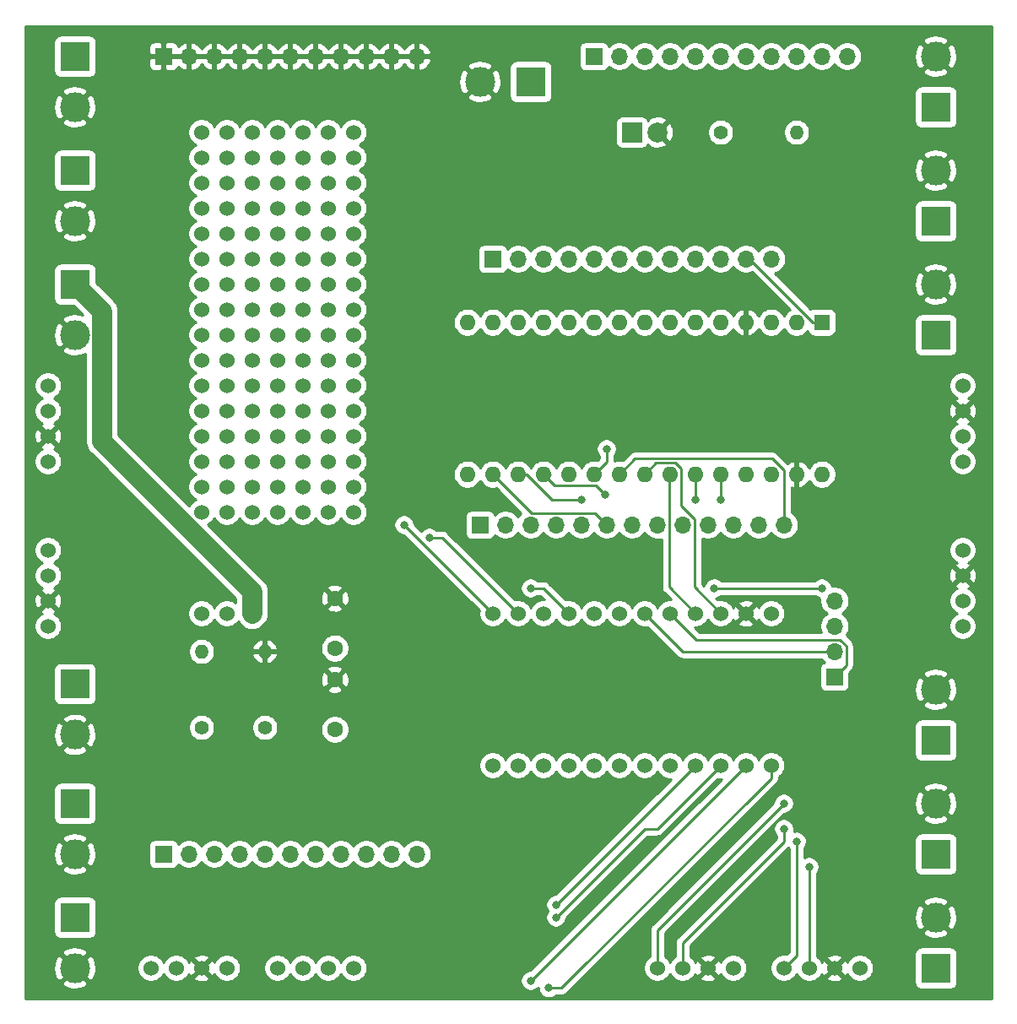
<source format=gbr>
%TF.GenerationSoftware,KiCad,Pcbnew,(5.1.6)-1*%
%TF.CreationDate,2020-11-05T12:41:24-06:00*%
%TF.ProjectId,power_board,706f7765-725f-4626-9f61-72642e6b6963,rev?*%
%TF.SameCoordinates,Original*%
%TF.FileFunction,Copper,L2,Bot*%
%TF.FilePolarity,Positive*%
%FSLAX46Y46*%
G04 Gerber Fmt 4.6, Leading zero omitted, Abs format (unit mm)*
G04 Created by KiCad (PCBNEW (5.1.6)-1) date 2020-11-05 12:41:24*
%MOMM*%
%LPD*%
G01*
G04 APERTURE LIST*
%TA.AperFunction,ComponentPad*%
%ADD10C,1.524000*%
%TD*%
%TA.AperFunction,ComponentPad*%
%ADD11C,3.000000*%
%TD*%
%TA.AperFunction,ComponentPad*%
%ADD12R,3.000000X3.000000*%
%TD*%
%TA.AperFunction,ComponentPad*%
%ADD13O,1.400000X1.400000*%
%TD*%
%TA.AperFunction,ComponentPad*%
%ADD14C,1.400000*%
%TD*%
%TA.AperFunction,ComponentPad*%
%ADD15R,1.600000X1.600000*%
%TD*%
%TA.AperFunction,ComponentPad*%
%ADD16O,1.600000X1.600000*%
%TD*%
%TA.AperFunction,ComponentPad*%
%ADD17C,1.600000*%
%TD*%
%TA.AperFunction,ComponentPad*%
%ADD18C,2.000000*%
%TD*%
%TA.AperFunction,ComponentPad*%
%ADD19R,2.000000X2.000000*%
%TD*%
%TA.AperFunction,ComponentPad*%
%ADD20O,1.700000X1.700000*%
%TD*%
%TA.AperFunction,ComponentPad*%
%ADD21R,1.700000X1.700000*%
%TD*%
%TA.AperFunction,ViaPad*%
%ADD22C,0.800000*%
%TD*%
%TA.AperFunction,Conductor*%
%ADD23C,0.250000*%
%TD*%
%TA.AperFunction,Conductor*%
%ADD24C,2.000000*%
%TD*%
%TA.AperFunction,Conductor*%
%ADD25C,0.254000*%
%TD*%
G04 APERTURE END LIST*
D10*
%TO.P,U1,1*%
%TO.N,multi_plexer_A0*%
X241300000Y-97790000D03*
%TO.P,U1,2*%
%TO.N,multi_plexer_A1*%
X238760000Y-97790000D03*
%TO.P,U1,3*%
%TO.N,multi_plexer_reset*%
X243840000Y-97790000D03*
%TO.P,U1,4*%
%TO.N,SDA0*%
X233680000Y-97790000D03*
%TO.P,U1,5*%
%TO.N,SCL0*%
X231140000Y-97790000D03*
%TO.P,U1,6*%
%TO.N,SDA1*%
X228600000Y-97790000D03*
%TO.P,U1,7*%
%TO.N,SCL1*%
X226060000Y-97790000D03*
%TO.P,U1,8*%
%TO.N,SDA2*%
X226060000Y-113030000D03*
%TO.P,U1,9*%
%TO.N,SCL2*%
X228600000Y-113030000D03*
%TO.P,U1,10*%
%TO.N,SDA3*%
X231140000Y-113030000D03*
%TO.P,U1,11*%
%TO.N,SCL3*%
X233680000Y-113030000D03*
%TO.P,U1,12*%
%TO.N,GND*%
X251460000Y-97790000D03*
%TO.P,U1,13*%
%TO.N,SDA4*%
X236220000Y-113030000D03*
%TO.P,U1,14*%
%TO.N,SCL4*%
X238760000Y-113030000D03*
%TO.P,U1,15*%
%TO.N,SDA5*%
X241300000Y-113030000D03*
%TO.P,U1,16*%
%TO.N,SCL5*%
X243840000Y-113030000D03*
%TO.P,U1,17*%
%TO.N,SDA6*%
X246380000Y-113030000D03*
%TO.P,U1,18*%
%TO.N,SCL6*%
X248920000Y-113030000D03*
%TO.P,U1,19*%
%TO.N,SDA7*%
X251460000Y-113030000D03*
%TO.P,U1,20*%
%TO.N,SCL7*%
X254000000Y-113030000D03*
%TO.P,U1,21*%
%TO.N,multi_plexer_A2*%
X236220000Y-97790000D03*
%TO.P,U1,22*%
%TO.N,A5*%
X246380000Y-97790000D03*
%TO.P,U1,23*%
%TO.N,A4*%
X248920000Y-97790000D03*
%TO.P,U1,24*%
%TO.N,+5V*%
X254000000Y-97790000D03*
%TD*%
D11*
%TO.P,J24,2*%
%TO.N,GND*%
X270510000Y-64770000D03*
D12*
%TO.P,J24,1*%
%TO.N,11.1V*%
X270510000Y-69850000D03*
%TD*%
D11*
%TO.P,J23,2*%
%TO.N,GND*%
X184150000Y-58420000D03*
D12*
%TO.P,J23,1*%
%TO.N,11.1V*%
X184150000Y-53340000D03*
%TD*%
D11*
%TO.P,J22,2*%
%TO.N,GND*%
X270510000Y-53340000D03*
D12*
%TO.P,J22,1*%
%TO.N,11.1V*%
X270510000Y-58420000D03*
%TD*%
D11*
%TO.P,J21,2*%
%TO.N,GND*%
X184150000Y-69850000D03*
D12*
%TO.P,J21,1*%
%TO.N,11.1V*%
X184150000Y-64770000D03*
%TD*%
D11*
%TO.P,J20,2*%
%TO.N,GND*%
X184150000Y-46990000D03*
D12*
%TO.P,J20,1*%
%TO.N,11.1V*%
X184150000Y-41910000D03*
%TD*%
D11*
%TO.P,J19,2*%
%TO.N,GND*%
X270510000Y-41910000D03*
D12*
%TO.P,J19,1*%
%TO.N,11.1V*%
X270510000Y-46990000D03*
%TD*%
D11*
%TO.P,J11,2*%
%TO.N,GND*%
X270510000Y-128270000D03*
D12*
%TO.P,J11,1*%
%TO.N,+5V*%
X270510000Y-133350000D03*
%TD*%
D11*
%TO.P,J10,2*%
%TO.N,GND*%
X270510000Y-105410000D03*
D12*
%TO.P,J10,1*%
%TO.N,+5V*%
X270510000Y-110490000D03*
%TD*%
D11*
%TO.P,J9,2*%
%TO.N,GND*%
X184150000Y-109935001D03*
D12*
%TO.P,J9,1*%
%TO.N,+5V*%
X184150000Y-104855001D03*
%TD*%
D11*
%TO.P,J8,2*%
%TO.N,GND*%
X184150000Y-121920000D03*
D12*
%TO.P,J8,1*%
%TO.N,+5V*%
X184150000Y-116840000D03*
%TD*%
D11*
%TO.P,J7,2*%
%TO.N,GND*%
X184150000Y-133350000D03*
D12*
%TO.P,J7,1*%
%TO.N,+5V*%
X184150000Y-128270000D03*
%TD*%
D11*
%TO.P,J6,2*%
%TO.N,GND*%
X270510000Y-116840000D03*
D12*
%TO.P,J6,1*%
%TO.N,+5V*%
X270510000Y-121920000D03*
%TD*%
D11*
%TO.P,J2,2*%
%TO.N,GND*%
X224790000Y-44450000D03*
D12*
%TO.P,J2,1*%
%TO.N,11.1V*%
X229870000Y-44450000D03*
%TD*%
D10*
%TO.P,U2,3*%
%TO.N,Net-(R2-Pad2)*%
X196850000Y-97790000D03*
%TO.P,U2,2*%
%TO.N,+5V*%
X199390000Y-97790000D03*
%TO.P,U2,1*%
%TO.N,11.1V*%
X201930000Y-97790000D03*
%TD*%
%TO.P,sensor_8,4*%
%TO.N,SCL7*%
X191770000Y-133350000D03*
%TO.P,sensor_8,3*%
%TO.N,SDA7*%
X194310000Y-133350000D03*
%TO.P,sensor_8,2*%
%TO.N,GND*%
X196850000Y-133350000D03*
%TO.P,sensor_8,1*%
%TO.N,+5V*%
X199390000Y-133350000D03*
%TD*%
%TO.P,sensor_7,4*%
%TO.N,SCL6*%
X204470000Y-133350000D03*
%TO.P,sensor_7,3*%
%TO.N,SDA6*%
X207010000Y-133350000D03*
%TO.P,sensor_7,2*%
%TO.N,Net-(sensor_7-Pad2)*%
X209550000Y-133350000D03*
%TO.P,sensor_7,1*%
%TO.N,+5V*%
X212090000Y-133350000D03*
%TD*%
%TO.P,sensor_6,4*%
%TO.N,SCL5*%
X242570000Y-133350000D03*
%TO.P,sensor_6,3*%
%TO.N,SDA5*%
X245110000Y-133350000D03*
%TO.P,sensor_6,2*%
%TO.N,GND*%
X247650000Y-133350000D03*
%TO.P,sensor_6,1*%
%TO.N,+5V*%
X250190000Y-133350000D03*
%TD*%
%TO.P,sensor_5,4*%
%TO.N,SCL4*%
X255270000Y-133350000D03*
%TO.P,sensor_5,3*%
%TO.N,SDA4*%
X257810000Y-133350000D03*
%TO.P,sensor_5,2*%
%TO.N,GND*%
X260350000Y-133350000D03*
%TO.P,sensor_5,1*%
%TO.N,+5V*%
X262890000Y-133350000D03*
%TD*%
%TO.P,sensor_4,4*%
%TO.N,SCL3*%
X273205000Y-99060000D03*
%TO.P,sensor_4,3*%
%TO.N,SDA3*%
X273205000Y-96520000D03*
%TO.P,sensor_4,2*%
%TO.N,GND*%
X273205000Y-93980000D03*
%TO.P,sensor_4,1*%
%TO.N,+5V*%
X273205000Y-91440000D03*
%TD*%
%TO.P,sensor_3,4*%
%TO.N,SCL2*%
X273205000Y-82550000D03*
%TO.P,sensor_3,3*%
%TO.N,SDA2*%
X273205000Y-80010000D03*
%TO.P,sensor_3,2*%
%TO.N,GND*%
X273205000Y-77470000D03*
%TO.P,sensor_3,1*%
%TO.N,+5V*%
X273205000Y-74930000D03*
%TD*%
%TO.P,sensor_2,4*%
%TO.N,SCL1*%
X181455000Y-74930000D03*
%TO.P,sensor_2,3*%
%TO.N,SDA1*%
X181455000Y-77470000D03*
%TO.P,sensor_2,2*%
%TO.N,GND*%
X181455000Y-80010000D03*
%TO.P,sensor_2,1*%
%TO.N,+5V*%
X181455000Y-82550000D03*
%TD*%
%TO.P,sensor_1,4*%
%TO.N,SCL0*%
X181455000Y-91440000D03*
%TO.P,sensor_1,3*%
%TO.N,SDA0*%
X181455000Y-93980000D03*
%TO.P,sensor_1,2*%
%TO.N,GND*%
X181455000Y-96520000D03*
%TO.P,sensor_1,1*%
%TO.N,+5V*%
X181455000Y-99060000D03*
%TD*%
D13*
%TO.P,R3,2*%
%TO.N,GND*%
X203200000Y-101600000D03*
D14*
%TO.P,R3,1*%
%TO.N,Net-(R2-Pad2)*%
X203200000Y-109220000D03*
%TD*%
D13*
%TO.P,R2,2*%
%TO.N,Net-(R2-Pad2)*%
X196850000Y-101600000D03*
D14*
%TO.P,R2,1*%
%TO.N,+5V*%
X196850000Y-109220000D03*
%TD*%
D13*
%TO.P,R1,2*%
%TO.N,+5V*%
X256540000Y-49530000D03*
D14*
%TO.P,R1,1*%
%TO.N,Net-(D1-Pad1)*%
X248920000Y-49530000D03*
%TD*%
D10*
%TO.P,U3,16*%
%TO.N,N/C*%
X196850000Y-49530000D03*
%TO.P,U3,2*%
X196850000Y-85090000D03*
%TO.P,U3,3*%
X196850000Y-82550000D03*
%TO.P,U3,1*%
X196850000Y-87630000D03*
%TO.P,U3,7*%
X196850000Y-72390000D03*
%TO.P,U3,5*%
X196850000Y-77470000D03*
%TO.P,U3,6*%
X196850000Y-74930000D03*
%TO.P,U3,4*%
X196850000Y-80010000D03*
%TO.P,U3,11*%
X196850000Y-62230000D03*
%TO.P,U3,13*%
X196850000Y-57150000D03*
%TO.P,U3,12*%
X196850000Y-59690000D03*
%TO.P,U3,14*%
X196850000Y-54610000D03*
%TO.P,U3,10*%
X196850000Y-64770000D03*
%TO.P,U3,9*%
X196850000Y-67310000D03*
%TO.P,U3,8*%
X196850000Y-69850000D03*
%TO.P,U3,15*%
X196850000Y-52070000D03*
%TO.P,U3,16*%
X199390000Y-49530000D03*
%TO.P,U3,2*%
X199390000Y-85090000D03*
%TO.P,U3,3*%
X199390000Y-82550000D03*
%TO.P,U3,1*%
X199390000Y-87630000D03*
%TO.P,U3,7*%
X199390000Y-72390000D03*
%TO.P,U3,5*%
X199390000Y-77470000D03*
%TO.P,U3,6*%
X199390000Y-74930000D03*
%TO.P,U3,4*%
X199390000Y-80010000D03*
%TO.P,U3,11*%
X199390000Y-62230000D03*
%TO.P,U3,13*%
X199390000Y-57150000D03*
%TO.P,U3,12*%
X199390000Y-59690000D03*
%TO.P,U3,14*%
X199390000Y-54610000D03*
%TO.P,U3,10*%
X199390000Y-64770000D03*
%TO.P,U3,9*%
X199390000Y-67310000D03*
%TO.P,U3,8*%
X199390000Y-69850000D03*
%TO.P,U3,15*%
X199390000Y-52070000D03*
%TO.P,U3,16*%
X201930000Y-49530000D03*
%TO.P,U3,2*%
X201930000Y-85090000D03*
%TO.P,U3,3*%
X201930000Y-82550000D03*
%TO.P,U3,1*%
X201930000Y-87630000D03*
%TO.P,U3,7*%
X201930000Y-72390000D03*
%TO.P,U3,5*%
X201930000Y-77470000D03*
%TO.P,U3,6*%
X201930000Y-74930000D03*
%TO.P,U3,4*%
X201930000Y-80010000D03*
%TO.P,U3,11*%
X201930000Y-62230000D03*
%TO.P,U3,13*%
X201930000Y-57150000D03*
%TO.P,U3,12*%
X201930000Y-59690000D03*
%TO.P,U3,14*%
X201930000Y-54610000D03*
%TO.P,U3,10*%
X201930000Y-64770000D03*
%TO.P,U3,9*%
X201930000Y-67310000D03*
%TO.P,U3,8*%
X201930000Y-69850000D03*
%TO.P,U3,15*%
X201930000Y-52070000D03*
%TO.P,U3,16*%
X204470000Y-49530000D03*
%TO.P,U3,2*%
X204470000Y-85090000D03*
%TO.P,U3,3*%
X204470000Y-82550000D03*
%TO.P,U3,1*%
X204470000Y-87630000D03*
%TO.P,U3,7*%
X204470000Y-72390000D03*
%TO.P,U3,5*%
X204470000Y-77470000D03*
%TO.P,U3,6*%
X204470000Y-74930000D03*
%TO.P,U3,4*%
X204470000Y-80010000D03*
%TO.P,U3,11*%
X204470000Y-62230000D03*
%TO.P,U3,13*%
X204470000Y-57150000D03*
%TO.P,U3,12*%
X204470000Y-59690000D03*
%TO.P,U3,14*%
X204470000Y-54610000D03*
%TO.P,U3,10*%
X204470000Y-64770000D03*
%TO.P,U3,9*%
X204470000Y-67310000D03*
%TO.P,U3,8*%
X204470000Y-69850000D03*
%TO.P,U3,15*%
X204470000Y-52070000D03*
%TO.P,U3,16*%
X207010000Y-49530000D03*
%TO.P,U3,2*%
X207010000Y-85090000D03*
%TO.P,U3,3*%
X207010000Y-82550000D03*
%TO.P,U3,1*%
X207010000Y-87630000D03*
%TO.P,U3,7*%
X207010000Y-72390000D03*
%TO.P,U3,5*%
X207010000Y-77470000D03*
%TO.P,U3,6*%
X207010000Y-74930000D03*
%TO.P,U3,4*%
X207010000Y-80010000D03*
%TO.P,U3,11*%
X207010000Y-62230000D03*
%TO.P,U3,13*%
X207010000Y-57150000D03*
%TO.P,U3,12*%
X207010000Y-59690000D03*
%TO.P,U3,14*%
X207010000Y-54610000D03*
%TO.P,U3,10*%
X207010000Y-64770000D03*
%TO.P,U3,9*%
X207010000Y-67310000D03*
%TO.P,U3,8*%
X207010000Y-69850000D03*
%TO.P,U3,15*%
X207010000Y-52070000D03*
%TO.P,U3,16*%
X209550000Y-49530000D03*
%TO.P,U3,2*%
X209550000Y-85090000D03*
%TO.P,U3,3*%
X209550000Y-82550000D03*
%TO.P,U3,1*%
X209550000Y-87630000D03*
%TO.P,U3,7*%
X209550000Y-72390000D03*
%TO.P,U3,5*%
X209550000Y-77470000D03*
%TO.P,U3,6*%
X209550000Y-74930000D03*
%TO.P,U3,4*%
X209550000Y-80010000D03*
%TO.P,U3,11*%
X209550000Y-62230000D03*
%TO.P,U3,13*%
X209550000Y-57150000D03*
%TO.P,U3,12*%
X209550000Y-59690000D03*
%TO.P,U3,14*%
X209550000Y-54610000D03*
%TO.P,U3,10*%
X209550000Y-64770000D03*
%TO.P,U3,9*%
X209550000Y-67310000D03*
%TO.P,U3,8*%
X209550000Y-69850000D03*
%TO.P,U3,15*%
X209550000Y-52070000D03*
%TO.P,U3,16*%
X212090000Y-49530000D03*
%TO.P,U3,15*%
X212090000Y-52070000D03*
%TO.P,U3,14*%
X212090000Y-54610000D03*
%TO.P,U3,13*%
X212090000Y-57150000D03*
%TO.P,U3,12*%
X212090000Y-59690000D03*
%TO.P,U3,11*%
X212090000Y-62230000D03*
%TO.P,U3,10*%
X212090000Y-64770000D03*
%TO.P,U3,9*%
X212090000Y-67310000D03*
%TO.P,U3,8*%
X212090000Y-69850000D03*
%TO.P,U3,7*%
X212090000Y-72390000D03*
%TO.P,U3,6*%
X212090000Y-74930000D03*
%TO.P,U3,5*%
X212090000Y-77470000D03*
%TO.P,U3,4*%
X212090000Y-80010000D03*
%TO.P,U3,3*%
X212090000Y-82550000D03*
%TO.P,U3,2*%
X212090000Y-85090000D03*
%TO.P,U3,1*%
X212090000Y-87630000D03*
%TD*%
D15*
%TO.P,A1,1*%
%TO.N,TX*%
X259080000Y-68580000D03*
D16*
%TO.P,A1,17*%
%TO.N,ARDUINO_3.3V*%
X226060000Y-83820000D03*
%TO.P,A1,2*%
%TO.N,RX*%
X256540000Y-68580000D03*
%TO.P,A1,18*%
%TO.N,AREF*%
X228600000Y-83820000D03*
%TO.P,A1,3*%
%TO.N,RESET_3*%
X254000000Y-68580000D03*
%TO.P,A1,19*%
%TO.N,A0*%
X231140000Y-83820000D03*
%TO.P,A1,4*%
%TO.N,GND*%
X251460000Y-68580000D03*
%TO.P,A1,20*%
%TO.N,A1*%
X233680000Y-83820000D03*
%TO.P,A1,5*%
%TO.N,D2*%
X248920000Y-68580000D03*
%TO.P,A1,21*%
%TO.N,A2*%
X236220000Y-83820000D03*
%TO.P,A1,6*%
%TO.N,D3*%
X246380000Y-68580000D03*
%TO.P,A1,22*%
%TO.N,A3*%
X238760000Y-83820000D03*
%TO.P,A1,7*%
%TO.N,D4*%
X243840000Y-68580000D03*
%TO.P,A1,23*%
%TO.N,A4*%
X241300000Y-83820000D03*
%TO.P,A1,8*%
%TO.N,D5*%
X241300000Y-68580000D03*
%TO.P,A1,24*%
%TO.N,A5*%
X243840000Y-83820000D03*
%TO.P,A1,9*%
%TO.N,D6*%
X238760000Y-68580000D03*
%TO.P,A1,25*%
%TO.N,A6*%
X246380000Y-83820000D03*
%TO.P,A1,10*%
%TO.N,D7*%
X236220000Y-68580000D03*
%TO.P,A1,26*%
%TO.N,A7*%
X248920000Y-83820000D03*
%TO.P,A1,11*%
%TO.N,D8*%
X233680000Y-68580000D03*
%TO.P,A1,27*%
%TO.N,ARDUINO_5V*%
X251460000Y-83820000D03*
%TO.P,A1,12*%
%TO.N,D9*%
X231140000Y-68580000D03*
%TO.P,A1,28*%
%TO.N,RESET_28*%
X254000000Y-83820000D03*
%TO.P,A1,13*%
%TO.N,D10*%
X228600000Y-68580000D03*
%TO.P,A1,29*%
%TO.N,GND*%
X256540000Y-83820000D03*
%TO.P,A1,14*%
%TO.N,D11*%
X226060000Y-68580000D03*
%TO.P,A1,30*%
%TO.N,11.1V*%
X259080000Y-83820000D03*
%TO.P,A1,15*%
%TO.N,D12*%
X223520000Y-68580000D03*
%TO.P,A1,16*%
%TO.N,D13*%
X223520000Y-83820000D03*
%TD*%
D17*
%TO.P,C1,1*%
%TO.N,+5V*%
X210225001Y-101264999D03*
%TO.P,C1,2*%
%TO.N,GND*%
X210225001Y-96264999D03*
%TD*%
%TO.P,C2,2*%
%TO.N,GND*%
X210225001Y-104414999D03*
%TO.P,C2,1*%
%TO.N,11.1V*%
X210225001Y-109414999D03*
%TD*%
D18*
%TO.P,D1,2*%
%TO.N,GND*%
X242570000Y-49530000D03*
D19*
%TO.P,D1,1*%
%TO.N,Net-(D1-Pad1)*%
X240030000Y-49530000D03*
%TD*%
D20*
%TO.P,J1,4*%
%TO.N,multi_plexer_A2*%
X260350000Y-96520000D03*
%TO.P,J1,3*%
%TO.N,multi_plexer_A1*%
X260350000Y-99060000D03*
%TO.P,J1,2*%
%TO.N,multi_plexer_A0*%
X260350000Y-101600000D03*
D21*
%TO.P,J1,1*%
%TO.N,multi_plexer_reset*%
X260350000Y-104140000D03*
%TD*%
%TO.P,J3,1*%
%TO.N,D11*%
X226060000Y-62230000D03*
D20*
%TO.P,J3,2*%
%TO.N,D10*%
X228600000Y-62230000D03*
%TO.P,J3,3*%
%TO.N,D9*%
X231140000Y-62230000D03*
%TO.P,J3,4*%
%TO.N,D8*%
X233680000Y-62230000D03*
%TO.P,J3,5*%
%TO.N,D7*%
X236220000Y-62230000D03*
%TO.P,J3,6*%
%TO.N,D6*%
X238760000Y-62230000D03*
%TO.P,J3,7*%
%TO.N,D5*%
X241300000Y-62230000D03*
%TO.P,J3,8*%
%TO.N,D4*%
X243840000Y-62230000D03*
%TO.P,J3,9*%
%TO.N,D3*%
X246380000Y-62230000D03*
%TO.P,J3,10*%
%TO.N,D2*%
X248920000Y-62230000D03*
%TO.P,J3,11*%
%TO.N,TX*%
X251460000Y-62230000D03*
%TO.P,J3,12*%
%TO.N,RX*%
X254000000Y-62230000D03*
%TD*%
D21*
%TO.P,J4,1*%
%TO.N,D13*%
X224790000Y-88900000D03*
D20*
%TO.P,J4,2*%
%TO.N,D12*%
X227330000Y-88900000D03*
%TO.P,J4,3*%
%TO.N,RESET_28*%
X229870000Y-88900000D03*
%TO.P,J4,4*%
%TO.N,RESET_3*%
X232410000Y-88900000D03*
%TO.P,J4,5*%
%TO.N,AREF*%
X234950000Y-88900000D03*
%TO.P,J4,6*%
%TO.N,ARDUINO_3.3V*%
X237490000Y-88900000D03*
%TO.P,J4,7*%
%TO.N,ARDUINO_5V*%
X240030000Y-88900000D03*
%TO.P,J4,8*%
%TO.N,A6*%
X242570000Y-88900000D03*
%TO.P,J4,9*%
%TO.N,A7*%
X245110000Y-88900000D03*
%TO.P,J4,10*%
%TO.N,A0*%
X247650000Y-88900000D03*
%TO.P,J4,11*%
%TO.N,A1*%
X250190000Y-88900000D03*
%TO.P,J4,12*%
%TO.N,A2*%
X252730000Y-88900000D03*
%TO.P,J4,13*%
%TO.N,A3*%
X255270000Y-88900000D03*
%TD*%
D21*
%TO.P,J5,1*%
%TO.N,GND*%
X193040000Y-41910000D03*
D20*
%TO.P,J5,2*%
X195580000Y-41910000D03*
%TO.P,J5,3*%
X198120000Y-41910000D03*
%TO.P,J5,4*%
X200660000Y-41910000D03*
%TO.P,J5,5*%
X203200000Y-41910000D03*
%TO.P,J5,6*%
X205740000Y-41910000D03*
%TO.P,J5,7*%
X208280000Y-41910000D03*
%TO.P,J5,8*%
X210820000Y-41910000D03*
%TO.P,J5,9*%
X213360000Y-41910000D03*
%TO.P,J5,10*%
X215900000Y-41910000D03*
%TO.P,J5,11*%
X218440000Y-41910000D03*
%TD*%
D21*
%TO.P,J18,1*%
%TO.N,11.1V*%
X236220000Y-41910000D03*
D20*
%TO.P,J18,2*%
X238760000Y-41910000D03*
%TO.P,J18,3*%
X241300000Y-41910000D03*
%TO.P,J18,4*%
X243840000Y-41910000D03*
%TO.P,J18,5*%
X246380000Y-41910000D03*
%TO.P,J18,6*%
X248920000Y-41910000D03*
%TO.P,J18,7*%
X251460000Y-41910000D03*
%TO.P,J18,8*%
X254000000Y-41910000D03*
%TO.P,J18,9*%
X256540000Y-41910000D03*
%TO.P,J18,10*%
X259080000Y-41910000D03*
%TO.P,J18,11*%
X261620000Y-41910000D03*
%TD*%
%TO.P,J31,11*%
%TO.N,+5V*%
X218440000Y-121920000D03*
%TO.P,J31,10*%
X215900000Y-121920000D03*
%TO.P,J31,9*%
X213360000Y-121920000D03*
%TO.P,J31,8*%
X210820000Y-121920000D03*
%TO.P,J31,7*%
X208280000Y-121920000D03*
%TO.P,J31,6*%
X205740000Y-121920000D03*
%TO.P,J31,5*%
X203200000Y-121920000D03*
%TO.P,J31,4*%
X200660000Y-121920000D03*
%TO.P,J31,3*%
X198120000Y-121920000D03*
%TO.P,J31,2*%
X195580000Y-121920000D03*
D21*
%TO.P,J31,1*%
X193040000Y-121920000D03*
%TD*%
D22*
%TO.N,AREF*%
X234950000Y-86360000D03*
%TO.N,A0*%
X237363000Y-85852000D03*
%TO.N,GND*%
X254000000Y-93345000D03*
%TO.N,A2*%
X237490000Y-81280000D03*
%TO.N,A6*%
X246380000Y-86360000D03*
%TO.N,A7*%
X248920000Y-86360000D03*
%TO.N,multi_plexer_A2*%
X259080000Y-95250000D03*
X248285000Y-95250000D03*
%TO.N,SDA0*%
X229870000Y-95250000D03*
%TO.N,SCL1*%
X217170000Y-88900000D03*
%TO.N,SDA1*%
X219710000Y-90170000D03*
%TO.N,SCL4*%
X256540000Y-120650000D03*
%TO.N,SDA4*%
X257810000Y-123190000D03*
%TO.N,SDA5*%
X255270000Y-119380000D03*
%TO.N,SCL5*%
X255270000Y-116840000D03*
%TO.N,SCL6*%
X232410000Y-128270000D03*
%TO.N,SDA6*%
X232410000Y-127000000D03*
%TO.N,SDA7*%
X229870000Y-134612020D03*
%TO.N,SCL7*%
X231692980Y-135337020D03*
%TD*%
D23*
%TO.N,TX*%
X258205002Y-68580000D02*
X259080000Y-68580000D01*
X251855002Y-62230000D02*
X258205002Y-68580000D01*
X251460000Y-62230000D02*
X251855002Y-62230000D01*
%TO.N,ARDUINO_3.3V*%
X229964999Y-87724999D02*
X226060000Y-83820000D01*
X236314999Y-87724999D02*
X229964999Y-87724999D01*
X237490000Y-88900000D02*
X236314999Y-87724999D01*
%TO.N,AREF*%
X229474998Y-83820000D02*
X228600000Y-83820000D01*
X232014998Y-86360000D02*
X229474998Y-83820000D01*
X234950000Y-86360000D02*
X232014998Y-86360000D01*
%TO.N,A0*%
X231844315Y-83820000D02*
X231140000Y-83820000D01*
X232265001Y-84945001D02*
X231140000Y-83820000D01*
X236456001Y-84945001D02*
X232265001Y-84945001D01*
X237363000Y-85852000D02*
X236456001Y-84945001D01*
%TO.N,A2*%
X237490000Y-82550000D02*
X236220000Y-83820000D01*
X237490000Y-81280000D02*
X237490000Y-82550000D01*
%TO.N,A3*%
X255270000Y-83424998D02*
X255270000Y-88900000D01*
X254089991Y-82244989D02*
X255270000Y-83424998D01*
X240335011Y-82244989D02*
X254089991Y-82244989D01*
X238760000Y-83820000D02*
X240335011Y-82244989D01*
%TO.N,A4*%
X244380001Y-82694999D02*
X242425001Y-82694999D01*
X244965001Y-83279999D02*
X244380001Y-82694999D01*
X244965001Y-87015999D02*
X244965001Y-83279999D01*
X246285001Y-88335999D02*
X244965001Y-87015999D01*
X246285001Y-95155001D02*
X246285001Y-88335999D01*
X242425001Y-82694999D02*
X241300000Y-83820000D01*
X248920000Y-97790000D02*
X246285001Y-95155001D01*
%TO.N,A5*%
X243745001Y-83914999D02*
X243840000Y-83820000D01*
X243745001Y-95155001D02*
X243745001Y-83914999D01*
X246380000Y-97790000D02*
X243745001Y-95155001D01*
%TO.N,A6*%
X246380000Y-86360000D02*
X246380000Y-83820000D01*
%TO.N,A7*%
X248920000Y-86360000D02*
X248920000Y-83820000D01*
D24*
%TO.N,11.1V*%
X186850001Y-80533763D02*
X186850001Y-67470001D01*
X186850001Y-67470001D02*
X184150000Y-64770000D01*
X201930000Y-95613762D02*
X186850001Y-80533763D01*
X201930000Y-97790000D02*
X201930000Y-95613762D01*
D23*
%TO.N,multi_plexer_A2*%
X259080000Y-95250000D02*
X248285000Y-95250000D01*
%TO.N,multi_plexer_A0*%
X245110000Y-101600000D02*
X260350000Y-101600000D01*
X241300000Y-97790000D02*
X245110000Y-101600000D01*
%TO.N,multi_plexer_reset*%
X261525001Y-101035999D02*
X261525001Y-102964999D01*
X246474999Y-100424999D02*
X260914001Y-100424999D01*
X261525001Y-102964999D02*
X260350000Y-104140000D01*
X260914001Y-100424999D02*
X261525001Y-101035999D01*
X243840000Y-97790000D02*
X246474999Y-100424999D01*
%TO.N,SDA0*%
X231140000Y-95250000D02*
X233680000Y-97790000D01*
X229870000Y-95250000D02*
X231140000Y-95250000D01*
%TO.N,SCL1*%
X217170000Y-88900000D02*
X226060000Y-97790000D01*
%TO.N,SDA1*%
X220980000Y-90170000D02*
X228600000Y-97790000D01*
X219710000Y-90170000D02*
X220980000Y-90170000D01*
%TO.N,SCL4*%
X256540000Y-132080000D02*
X255270000Y-133350000D01*
X256540000Y-120650000D02*
X256540000Y-132080000D01*
%TO.N,SDA4*%
X257810000Y-123190000D02*
X257810000Y-133350000D01*
%TO.N,SDA5*%
X245110000Y-133350000D02*
X245110000Y-130810000D01*
X245110000Y-130810000D02*
X255270000Y-120650000D01*
X255270000Y-120650000D02*
X255270000Y-119380000D01*
%TO.N,SCL5*%
X242570000Y-133350000D02*
X242570000Y-129540000D01*
X242570000Y-129540000D02*
X255270000Y-116840000D01*
%TO.N,SCL6*%
X248920000Y-113030000D02*
X242570000Y-119380000D01*
X242570000Y-119380000D02*
X241300000Y-119380000D01*
X241300000Y-119380000D02*
X232410000Y-128270000D01*
%TO.N,SDA6*%
X246380000Y-113030000D02*
X232410000Y-127000000D01*
%TO.N,SDA7*%
X251460000Y-113030000D02*
X229870000Y-134620000D01*
X229870000Y-134620000D02*
X229870000Y-134612020D01*
%TO.N,SCL7*%
X231692980Y-135337020D02*
X232962980Y-135337020D01*
X254000000Y-114300000D02*
X254000000Y-113030000D01*
X232962980Y-135337020D02*
X254000000Y-114300000D01*
%TD*%
D25*
%TO.N,GND*%
G36*
X276098000Y-136398000D02*
G01*
X179197000Y-136398000D01*
X179197000Y-134841653D01*
X182837952Y-134841653D01*
X182993962Y-135157214D01*
X183368745Y-135348020D01*
X183773551Y-135462044D01*
X184192824Y-135494902D01*
X184610451Y-135445334D01*
X185010383Y-135315243D01*
X185306038Y-135157214D01*
X185462048Y-134841653D01*
X184150000Y-133529605D01*
X182837952Y-134841653D01*
X179197000Y-134841653D01*
X179197000Y-133392824D01*
X182005098Y-133392824D01*
X182054666Y-133810451D01*
X182184757Y-134210383D01*
X182342786Y-134506038D01*
X182658347Y-134662048D01*
X183970395Y-133350000D01*
X184329605Y-133350000D01*
X185641653Y-134662048D01*
X185957214Y-134506038D01*
X186148020Y-134131255D01*
X186262044Y-133726449D01*
X186294902Y-133307176D01*
X186283655Y-133212408D01*
X190373000Y-133212408D01*
X190373000Y-133487592D01*
X190426686Y-133757490D01*
X190531995Y-134011727D01*
X190684880Y-134240535D01*
X190879465Y-134435120D01*
X191108273Y-134588005D01*
X191362510Y-134693314D01*
X191632408Y-134747000D01*
X191907592Y-134747000D01*
X192177490Y-134693314D01*
X192431727Y-134588005D01*
X192660535Y-134435120D01*
X192855120Y-134240535D01*
X193008005Y-134011727D01*
X193040000Y-133934485D01*
X193071995Y-134011727D01*
X193224880Y-134240535D01*
X193419465Y-134435120D01*
X193648273Y-134588005D01*
X193902510Y-134693314D01*
X194172408Y-134747000D01*
X194447592Y-134747000D01*
X194717490Y-134693314D01*
X194971727Y-134588005D01*
X195200535Y-134435120D01*
X195320090Y-134315565D01*
X196064040Y-134315565D01*
X196131020Y-134555656D01*
X196380048Y-134672756D01*
X196647135Y-134739023D01*
X196922017Y-134751910D01*
X197194133Y-134710922D01*
X197453023Y-134617636D01*
X197568980Y-134555656D01*
X197635960Y-134315565D01*
X196850000Y-133529605D01*
X196064040Y-134315565D01*
X195320090Y-134315565D01*
X195395120Y-134240535D01*
X195548005Y-134011727D01*
X195577692Y-133940057D01*
X195582364Y-133953023D01*
X195644344Y-134068980D01*
X195884435Y-134135960D01*
X196670395Y-133350000D01*
X197029605Y-133350000D01*
X197815565Y-134135960D01*
X198055656Y-134068980D01*
X198119485Y-133933240D01*
X198151995Y-134011727D01*
X198304880Y-134240535D01*
X198499465Y-134435120D01*
X198728273Y-134588005D01*
X198982510Y-134693314D01*
X199252408Y-134747000D01*
X199527592Y-134747000D01*
X199797490Y-134693314D01*
X200051727Y-134588005D01*
X200280535Y-134435120D01*
X200475120Y-134240535D01*
X200628005Y-134011727D01*
X200733314Y-133757490D01*
X200787000Y-133487592D01*
X200787000Y-133212408D01*
X203073000Y-133212408D01*
X203073000Y-133487592D01*
X203126686Y-133757490D01*
X203231995Y-134011727D01*
X203384880Y-134240535D01*
X203579465Y-134435120D01*
X203808273Y-134588005D01*
X204062510Y-134693314D01*
X204332408Y-134747000D01*
X204607592Y-134747000D01*
X204877490Y-134693314D01*
X205131727Y-134588005D01*
X205360535Y-134435120D01*
X205555120Y-134240535D01*
X205708005Y-134011727D01*
X205740000Y-133934485D01*
X205771995Y-134011727D01*
X205924880Y-134240535D01*
X206119465Y-134435120D01*
X206348273Y-134588005D01*
X206602510Y-134693314D01*
X206872408Y-134747000D01*
X207147592Y-134747000D01*
X207417490Y-134693314D01*
X207671727Y-134588005D01*
X207900535Y-134435120D01*
X208095120Y-134240535D01*
X208248005Y-134011727D01*
X208280000Y-133934485D01*
X208311995Y-134011727D01*
X208464880Y-134240535D01*
X208659465Y-134435120D01*
X208888273Y-134588005D01*
X209142510Y-134693314D01*
X209412408Y-134747000D01*
X209687592Y-134747000D01*
X209957490Y-134693314D01*
X210211727Y-134588005D01*
X210440535Y-134435120D01*
X210635120Y-134240535D01*
X210788005Y-134011727D01*
X210820000Y-133934485D01*
X210851995Y-134011727D01*
X211004880Y-134240535D01*
X211199465Y-134435120D01*
X211428273Y-134588005D01*
X211682510Y-134693314D01*
X211952408Y-134747000D01*
X212227592Y-134747000D01*
X212497490Y-134693314D01*
X212751727Y-134588005D01*
X212980535Y-134435120D01*
X213175120Y-134240535D01*
X213328005Y-134011727D01*
X213433314Y-133757490D01*
X213487000Y-133487592D01*
X213487000Y-133212408D01*
X213433314Y-132942510D01*
X213328005Y-132688273D01*
X213175120Y-132459465D01*
X212980535Y-132264880D01*
X212751727Y-132111995D01*
X212497490Y-132006686D01*
X212227592Y-131953000D01*
X211952408Y-131953000D01*
X211682510Y-132006686D01*
X211428273Y-132111995D01*
X211199465Y-132264880D01*
X211004880Y-132459465D01*
X210851995Y-132688273D01*
X210820000Y-132765515D01*
X210788005Y-132688273D01*
X210635120Y-132459465D01*
X210440535Y-132264880D01*
X210211727Y-132111995D01*
X209957490Y-132006686D01*
X209687592Y-131953000D01*
X209412408Y-131953000D01*
X209142510Y-132006686D01*
X208888273Y-132111995D01*
X208659465Y-132264880D01*
X208464880Y-132459465D01*
X208311995Y-132688273D01*
X208280000Y-132765515D01*
X208248005Y-132688273D01*
X208095120Y-132459465D01*
X207900535Y-132264880D01*
X207671727Y-132111995D01*
X207417490Y-132006686D01*
X207147592Y-131953000D01*
X206872408Y-131953000D01*
X206602510Y-132006686D01*
X206348273Y-132111995D01*
X206119465Y-132264880D01*
X205924880Y-132459465D01*
X205771995Y-132688273D01*
X205740000Y-132765515D01*
X205708005Y-132688273D01*
X205555120Y-132459465D01*
X205360535Y-132264880D01*
X205131727Y-132111995D01*
X204877490Y-132006686D01*
X204607592Y-131953000D01*
X204332408Y-131953000D01*
X204062510Y-132006686D01*
X203808273Y-132111995D01*
X203579465Y-132264880D01*
X203384880Y-132459465D01*
X203231995Y-132688273D01*
X203126686Y-132942510D01*
X203073000Y-133212408D01*
X200787000Y-133212408D01*
X200733314Y-132942510D01*
X200628005Y-132688273D01*
X200475120Y-132459465D01*
X200280535Y-132264880D01*
X200051727Y-132111995D01*
X199797490Y-132006686D01*
X199527592Y-131953000D01*
X199252408Y-131953000D01*
X198982510Y-132006686D01*
X198728273Y-132111995D01*
X198499465Y-132264880D01*
X198304880Y-132459465D01*
X198151995Y-132688273D01*
X198122308Y-132759943D01*
X198117636Y-132746977D01*
X198055656Y-132631020D01*
X197815565Y-132564040D01*
X197029605Y-133350000D01*
X196670395Y-133350000D01*
X195884435Y-132564040D01*
X195644344Y-132631020D01*
X195580515Y-132766760D01*
X195548005Y-132688273D01*
X195395120Y-132459465D01*
X195320090Y-132384435D01*
X196064040Y-132384435D01*
X196850000Y-133170395D01*
X197635960Y-132384435D01*
X197568980Y-132144344D01*
X197319952Y-132027244D01*
X197052865Y-131960977D01*
X196777983Y-131948090D01*
X196505867Y-131989078D01*
X196246977Y-132082364D01*
X196131020Y-132144344D01*
X196064040Y-132384435D01*
X195320090Y-132384435D01*
X195200535Y-132264880D01*
X194971727Y-132111995D01*
X194717490Y-132006686D01*
X194447592Y-131953000D01*
X194172408Y-131953000D01*
X193902510Y-132006686D01*
X193648273Y-132111995D01*
X193419465Y-132264880D01*
X193224880Y-132459465D01*
X193071995Y-132688273D01*
X193040000Y-132765515D01*
X193008005Y-132688273D01*
X192855120Y-132459465D01*
X192660535Y-132264880D01*
X192431727Y-132111995D01*
X192177490Y-132006686D01*
X191907592Y-131953000D01*
X191632408Y-131953000D01*
X191362510Y-132006686D01*
X191108273Y-132111995D01*
X190879465Y-132264880D01*
X190684880Y-132459465D01*
X190531995Y-132688273D01*
X190426686Y-132942510D01*
X190373000Y-133212408D01*
X186283655Y-133212408D01*
X186245334Y-132889549D01*
X186115243Y-132489617D01*
X185957214Y-132193962D01*
X185641653Y-132037952D01*
X184329605Y-133350000D01*
X183970395Y-133350000D01*
X182658347Y-132037952D01*
X182342786Y-132193962D01*
X182151980Y-132568745D01*
X182037956Y-132973551D01*
X182005098Y-133392824D01*
X179197000Y-133392824D01*
X179197000Y-131858347D01*
X182837952Y-131858347D01*
X184150000Y-133170395D01*
X185462048Y-131858347D01*
X185306038Y-131542786D01*
X184931255Y-131351980D01*
X184526449Y-131237956D01*
X184107176Y-131205098D01*
X183689549Y-131254666D01*
X183289617Y-131384757D01*
X182993962Y-131542786D01*
X182837952Y-131858347D01*
X179197000Y-131858347D01*
X179197000Y-126770000D01*
X182011928Y-126770000D01*
X182011928Y-129770000D01*
X182024188Y-129894482D01*
X182060498Y-130014180D01*
X182119463Y-130124494D01*
X182198815Y-130221185D01*
X182295506Y-130300537D01*
X182405820Y-130359502D01*
X182525518Y-130395812D01*
X182650000Y-130408072D01*
X185650000Y-130408072D01*
X185774482Y-130395812D01*
X185894180Y-130359502D01*
X186004494Y-130300537D01*
X186101185Y-130221185D01*
X186180537Y-130124494D01*
X186239502Y-130014180D01*
X186275812Y-129894482D01*
X186288072Y-129770000D01*
X186288072Y-126770000D01*
X186275812Y-126645518D01*
X186239502Y-126525820D01*
X186180537Y-126415506D01*
X186101185Y-126318815D01*
X186004494Y-126239463D01*
X185894180Y-126180498D01*
X185774482Y-126144188D01*
X185650000Y-126131928D01*
X182650000Y-126131928D01*
X182525518Y-126144188D01*
X182405820Y-126180498D01*
X182295506Y-126239463D01*
X182198815Y-126318815D01*
X182119463Y-126415506D01*
X182060498Y-126525820D01*
X182024188Y-126645518D01*
X182011928Y-126770000D01*
X179197000Y-126770000D01*
X179197000Y-123411653D01*
X182837952Y-123411653D01*
X182993962Y-123727214D01*
X183368745Y-123918020D01*
X183773551Y-124032044D01*
X184192824Y-124064902D01*
X184610451Y-124015334D01*
X185010383Y-123885243D01*
X185306038Y-123727214D01*
X185462048Y-123411653D01*
X184150000Y-122099605D01*
X182837952Y-123411653D01*
X179197000Y-123411653D01*
X179197000Y-121962824D01*
X182005098Y-121962824D01*
X182054666Y-122380451D01*
X182184757Y-122780383D01*
X182342786Y-123076038D01*
X182658347Y-123232048D01*
X183970395Y-121920000D01*
X184329605Y-121920000D01*
X185641653Y-123232048D01*
X185957214Y-123076038D01*
X186148020Y-122701255D01*
X186262044Y-122296449D01*
X186294902Y-121877176D01*
X186245334Y-121459549D01*
X186118621Y-121070000D01*
X191551928Y-121070000D01*
X191551928Y-122770000D01*
X191564188Y-122894482D01*
X191600498Y-123014180D01*
X191659463Y-123124494D01*
X191738815Y-123221185D01*
X191835506Y-123300537D01*
X191945820Y-123359502D01*
X192065518Y-123395812D01*
X192190000Y-123408072D01*
X193890000Y-123408072D01*
X194014482Y-123395812D01*
X194134180Y-123359502D01*
X194244494Y-123300537D01*
X194341185Y-123221185D01*
X194420537Y-123124494D01*
X194479502Y-123014180D01*
X194501513Y-122941620D01*
X194633368Y-123073475D01*
X194876589Y-123235990D01*
X195146842Y-123347932D01*
X195433740Y-123405000D01*
X195726260Y-123405000D01*
X196013158Y-123347932D01*
X196283411Y-123235990D01*
X196526632Y-123073475D01*
X196733475Y-122866632D01*
X196850000Y-122692240D01*
X196966525Y-122866632D01*
X197173368Y-123073475D01*
X197416589Y-123235990D01*
X197686842Y-123347932D01*
X197973740Y-123405000D01*
X198266260Y-123405000D01*
X198553158Y-123347932D01*
X198823411Y-123235990D01*
X199066632Y-123073475D01*
X199273475Y-122866632D01*
X199390000Y-122692240D01*
X199506525Y-122866632D01*
X199713368Y-123073475D01*
X199956589Y-123235990D01*
X200226842Y-123347932D01*
X200513740Y-123405000D01*
X200806260Y-123405000D01*
X201093158Y-123347932D01*
X201363411Y-123235990D01*
X201606632Y-123073475D01*
X201813475Y-122866632D01*
X201930000Y-122692240D01*
X202046525Y-122866632D01*
X202253368Y-123073475D01*
X202496589Y-123235990D01*
X202766842Y-123347932D01*
X203053740Y-123405000D01*
X203346260Y-123405000D01*
X203633158Y-123347932D01*
X203903411Y-123235990D01*
X204146632Y-123073475D01*
X204353475Y-122866632D01*
X204470000Y-122692240D01*
X204586525Y-122866632D01*
X204793368Y-123073475D01*
X205036589Y-123235990D01*
X205306842Y-123347932D01*
X205593740Y-123405000D01*
X205886260Y-123405000D01*
X206173158Y-123347932D01*
X206443411Y-123235990D01*
X206686632Y-123073475D01*
X206893475Y-122866632D01*
X207010000Y-122692240D01*
X207126525Y-122866632D01*
X207333368Y-123073475D01*
X207576589Y-123235990D01*
X207846842Y-123347932D01*
X208133740Y-123405000D01*
X208426260Y-123405000D01*
X208713158Y-123347932D01*
X208983411Y-123235990D01*
X209226632Y-123073475D01*
X209433475Y-122866632D01*
X209550000Y-122692240D01*
X209666525Y-122866632D01*
X209873368Y-123073475D01*
X210116589Y-123235990D01*
X210386842Y-123347932D01*
X210673740Y-123405000D01*
X210966260Y-123405000D01*
X211253158Y-123347932D01*
X211523411Y-123235990D01*
X211766632Y-123073475D01*
X211973475Y-122866632D01*
X212090000Y-122692240D01*
X212206525Y-122866632D01*
X212413368Y-123073475D01*
X212656589Y-123235990D01*
X212926842Y-123347932D01*
X213213740Y-123405000D01*
X213506260Y-123405000D01*
X213793158Y-123347932D01*
X214063411Y-123235990D01*
X214306632Y-123073475D01*
X214513475Y-122866632D01*
X214630000Y-122692240D01*
X214746525Y-122866632D01*
X214953368Y-123073475D01*
X215196589Y-123235990D01*
X215466842Y-123347932D01*
X215753740Y-123405000D01*
X216046260Y-123405000D01*
X216333158Y-123347932D01*
X216603411Y-123235990D01*
X216846632Y-123073475D01*
X217053475Y-122866632D01*
X217170000Y-122692240D01*
X217286525Y-122866632D01*
X217493368Y-123073475D01*
X217736589Y-123235990D01*
X218006842Y-123347932D01*
X218293740Y-123405000D01*
X218586260Y-123405000D01*
X218873158Y-123347932D01*
X219143411Y-123235990D01*
X219386632Y-123073475D01*
X219593475Y-122866632D01*
X219755990Y-122623411D01*
X219867932Y-122353158D01*
X219925000Y-122066260D01*
X219925000Y-121773740D01*
X219867932Y-121486842D01*
X219755990Y-121216589D01*
X219593475Y-120973368D01*
X219386632Y-120766525D01*
X219143411Y-120604010D01*
X218873158Y-120492068D01*
X218586260Y-120435000D01*
X218293740Y-120435000D01*
X218006842Y-120492068D01*
X217736589Y-120604010D01*
X217493368Y-120766525D01*
X217286525Y-120973368D01*
X217170000Y-121147760D01*
X217053475Y-120973368D01*
X216846632Y-120766525D01*
X216603411Y-120604010D01*
X216333158Y-120492068D01*
X216046260Y-120435000D01*
X215753740Y-120435000D01*
X215466842Y-120492068D01*
X215196589Y-120604010D01*
X214953368Y-120766525D01*
X214746525Y-120973368D01*
X214630000Y-121147760D01*
X214513475Y-120973368D01*
X214306632Y-120766525D01*
X214063411Y-120604010D01*
X213793158Y-120492068D01*
X213506260Y-120435000D01*
X213213740Y-120435000D01*
X212926842Y-120492068D01*
X212656589Y-120604010D01*
X212413368Y-120766525D01*
X212206525Y-120973368D01*
X212090000Y-121147760D01*
X211973475Y-120973368D01*
X211766632Y-120766525D01*
X211523411Y-120604010D01*
X211253158Y-120492068D01*
X210966260Y-120435000D01*
X210673740Y-120435000D01*
X210386842Y-120492068D01*
X210116589Y-120604010D01*
X209873368Y-120766525D01*
X209666525Y-120973368D01*
X209550000Y-121147760D01*
X209433475Y-120973368D01*
X209226632Y-120766525D01*
X208983411Y-120604010D01*
X208713158Y-120492068D01*
X208426260Y-120435000D01*
X208133740Y-120435000D01*
X207846842Y-120492068D01*
X207576589Y-120604010D01*
X207333368Y-120766525D01*
X207126525Y-120973368D01*
X207010000Y-121147760D01*
X206893475Y-120973368D01*
X206686632Y-120766525D01*
X206443411Y-120604010D01*
X206173158Y-120492068D01*
X205886260Y-120435000D01*
X205593740Y-120435000D01*
X205306842Y-120492068D01*
X205036589Y-120604010D01*
X204793368Y-120766525D01*
X204586525Y-120973368D01*
X204470000Y-121147760D01*
X204353475Y-120973368D01*
X204146632Y-120766525D01*
X203903411Y-120604010D01*
X203633158Y-120492068D01*
X203346260Y-120435000D01*
X203053740Y-120435000D01*
X202766842Y-120492068D01*
X202496589Y-120604010D01*
X202253368Y-120766525D01*
X202046525Y-120973368D01*
X201930000Y-121147760D01*
X201813475Y-120973368D01*
X201606632Y-120766525D01*
X201363411Y-120604010D01*
X201093158Y-120492068D01*
X200806260Y-120435000D01*
X200513740Y-120435000D01*
X200226842Y-120492068D01*
X199956589Y-120604010D01*
X199713368Y-120766525D01*
X199506525Y-120973368D01*
X199390000Y-121147760D01*
X199273475Y-120973368D01*
X199066632Y-120766525D01*
X198823411Y-120604010D01*
X198553158Y-120492068D01*
X198266260Y-120435000D01*
X197973740Y-120435000D01*
X197686842Y-120492068D01*
X197416589Y-120604010D01*
X197173368Y-120766525D01*
X196966525Y-120973368D01*
X196850000Y-121147760D01*
X196733475Y-120973368D01*
X196526632Y-120766525D01*
X196283411Y-120604010D01*
X196013158Y-120492068D01*
X195726260Y-120435000D01*
X195433740Y-120435000D01*
X195146842Y-120492068D01*
X194876589Y-120604010D01*
X194633368Y-120766525D01*
X194501513Y-120898380D01*
X194479502Y-120825820D01*
X194420537Y-120715506D01*
X194341185Y-120618815D01*
X194244494Y-120539463D01*
X194134180Y-120480498D01*
X194014482Y-120444188D01*
X193890000Y-120431928D01*
X192190000Y-120431928D01*
X192065518Y-120444188D01*
X191945820Y-120480498D01*
X191835506Y-120539463D01*
X191738815Y-120618815D01*
X191659463Y-120715506D01*
X191600498Y-120825820D01*
X191564188Y-120945518D01*
X191551928Y-121070000D01*
X186118621Y-121070000D01*
X186115243Y-121059617D01*
X185957214Y-120763962D01*
X185641653Y-120607952D01*
X184329605Y-121920000D01*
X183970395Y-121920000D01*
X182658347Y-120607952D01*
X182342786Y-120763962D01*
X182151980Y-121138745D01*
X182037956Y-121543551D01*
X182005098Y-121962824D01*
X179197000Y-121962824D01*
X179197000Y-120428347D01*
X182837952Y-120428347D01*
X184150000Y-121740395D01*
X185462048Y-120428347D01*
X185306038Y-120112786D01*
X184931255Y-119921980D01*
X184526449Y-119807956D01*
X184107176Y-119775098D01*
X183689549Y-119824666D01*
X183289617Y-119954757D01*
X182993962Y-120112786D01*
X182837952Y-120428347D01*
X179197000Y-120428347D01*
X179197000Y-115340000D01*
X182011928Y-115340000D01*
X182011928Y-118340000D01*
X182024188Y-118464482D01*
X182060498Y-118584180D01*
X182119463Y-118694494D01*
X182198815Y-118791185D01*
X182295506Y-118870537D01*
X182405820Y-118929502D01*
X182525518Y-118965812D01*
X182650000Y-118978072D01*
X185650000Y-118978072D01*
X185774482Y-118965812D01*
X185894180Y-118929502D01*
X186004494Y-118870537D01*
X186101185Y-118791185D01*
X186180537Y-118694494D01*
X186239502Y-118584180D01*
X186275812Y-118464482D01*
X186288072Y-118340000D01*
X186288072Y-115340000D01*
X186275812Y-115215518D01*
X186239502Y-115095820D01*
X186180537Y-114985506D01*
X186101185Y-114888815D01*
X186004494Y-114809463D01*
X185894180Y-114750498D01*
X185774482Y-114714188D01*
X185650000Y-114701928D01*
X182650000Y-114701928D01*
X182525518Y-114714188D01*
X182405820Y-114750498D01*
X182295506Y-114809463D01*
X182198815Y-114888815D01*
X182119463Y-114985506D01*
X182060498Y-115095820D01*
X182024188Y-115215518D01*
X182011928Y-115340000D01*
X179197000Y-115340000D01*
X179197000Y-112892408D01*
X224663000Y-112892408D01*
X224663000Y-113167592D01*
X224716686Y-113437490D01*
X224821995Y-113691727D01*
X224974880Y-113920535D01*
X225169465Y-114115120D01*
X225398273Y-114268005D01*
X225652510Y-114373314D01*
X225922408Y-114427000D01*
X226197592Y-114427000D01*
X226467490Y-114373314D01*
X226721727Y-114268005D01*
X226950535Y-114115120D01*
X227145120Y-113920535D01*
X227298005Y-113691727D01*
X227330000Y-113614485D01*
X227361995Y-113691727D01*
X227514880Y-113920535D01*
X227709465Y-114115120D01*
X227938273Y-114268005D01*
X228192510Y-114373314D01*
X228462408Y-114427000D01*
X228737592Y-114427000D01*
X229007490Y-114373314D01*
X229261727Y-114268005D01*
X229490535Y-114115120D01*
X229685120Y-113920535D01*
X229838005Y-113691727D01*
X229870000Y-113614485D01*
X229901995Y-113691727D01*
X230054880Y-113920535D01*
X230249465Y-114115120D01*
X230478273Y-114268005D01*
X230732510Y-114373314D01*
X231002408Y-114427000D01*
X231277592Y-114427000D01*
X231547490Y-114373314D01*
X231801727Y-114268005D01*
X232030535Y-114115120D01*
X232225120Y-113920535D01*
X232378005Y-113691727D01*
X232410000Y-113614485D01*
X232441995Y-113691727D01*
X232594880Y-113920535D01*
X232789465Y-114115120D01*
X233018273Y-114268005D01*
X233272510Y-114373314D01*
X233542408Y-114427000D01*
X233817592Y-114427000D01*
X234087490Y-114373314D01*
X234341727Y-114268005D01*
X234570535Y-114115120D01*
X234765120Y-113920535D01*
X234918005Y-113691727D01*
X234950000Y-113614485D01*
X234981995Y-113691727D01*
X235134880Y-113920535D01*
X235329465Y-114115120D01*
X235558273Y-114268005D01*
X235812510Y-114373314D01*
X236082408Y-114427000D01*
X236357592Y-114427000D01*
X236627490Y-114373314D01*
X236881727Y-114268005D01*
X237110535Y-114115120D01*
X237305120Y-113920535D01*
X237458005Y-113691727D01*
X237490000Y-113614485D01*
X237521995Y-113691727D01*
X237674880Y-113920535D01*
X237869465Y-114115120D01*
X238098273Y-114268005D01*
X238352510Y-114373314D01*
X238622408Y-114427000D01*
X238897592Y-114427000D01*
X239167490Y-114373314D01*
X239421727Y-114268005D01*
X239650535Y-114115120D01*
X239845120Y-113920535D01*
X239998005Y-113691727D01*
X240030000Y-113614485D01*
X240061995Y-113691727D01*
X240214880Y-113920535D01*
X240409465Y-114115120D01*
X240638273Y-114268005D01*
X240892510Y-114373314D01*
X241162408Y-114427000D01*
X241437592Y-114427000D01*
X241707490Y-114373314D01*
X241961727Y-114268005D01*
X242190535Y-114115120D01*
X242385120Y-113920535D01*
X242538005Y-113691727D01*
X242570000Y-113614485D01*
X242601995Y-113691727D01*
X242754880Y-113920535D01*
X242949465Y-114115120D01*
X243178273Y-114268005D01*
X243432510Y-114373314D01*
X243702408Y-114427000D01*
X243908197Y-114427000D01*
X232370199Y-125965000D01*
X232308061Y-125965000D01*
X232108102Y-126004774D01*
X231919744Y-126082795D01*
X231750226Y-126196063D01*
X231606063Y-126340226D01*
X231492795Y-126509744D01*
X231414774Y-126698102D01*
X231375000Y-126898061D01*
X231375000Y-127101939D01*
X231414774Y-127301898D01*
X231492795Y-127490256D01*
X231589510Y-127635000D01*
X231492795Y-127779744D01*
X231414774Y-127968102D01*
X231375000Y-128168061D01*
X231375000Y-128371939D01*
X231414774Y-128571898D01*
X231492795Y-128760256D01*
X231606063Y-128929774D01*
X231750226Y-129073937D01*
X231919744Y-129187205D01*
X232108102Y-129265226D01*
X232308061Y-129305000D01*
X232511939Y-129305000D01*
X232711898Y-129265226D01*
X232900256Y-129187205D01*
X233069774Y-129073937D01*
X233213937Y-128929774D01*
X233327205Y-128760256D01*
X233405226Y-128571898D01*
X233445000Y-128371939D01*
X233445000Y-128309801D01*
X241614802Y-120140000D01*
X242532678Y-120140000D01*
X242570000Y-120143676D01*
X242607322Y-120140000D01*
X242607333Y-120140000D01*
X242718986Y-120129003D01*
X242862247Y-120085546D01*
X242994276Y-120014974D01*
X243110001Y-119920001D01*
X243133804Y-119890997D01*
X248628430Y-114396372D01*
X248782408Y-114427000D01*
X248988198Y-114427000D01*
X229838179Y-133577020D01*
X229768061Y-133577020D01*
X229568102Y-133616794D01*
X229379744Y-133694815D01*
X229210226Y-133808083D01*
X229066063Y-133952246D01*
X228952795Y-134121764D01*
X228874774Y-134310122D01*
X228835000Y-134510081D01*
X228835000Y-134713959D01*
X228874774Y-134913918D01*
X228952795Y-135102276D01*
X229066063Y-135271794D01*
X229210226Y-135415957D01*
X229379744Y-135529225D01*
X229568102Y-135607246D01*
X229768061Y-135647020D01*
X229971939Y-135647020D01*
X230171898Y-135607246D01*
X230360256Y-135529225D01*
X230529774Y-135415957D01*
X230657980Y-135287751D01*
X230657980Y-135438959D01*
X230697754Y-135638918D01*
X230775775Y-135827276D01*
X230889043Y-135996794D01*
X231033206Y-136140957D01*
X231202724Y-136254225D01*
X231391082Y-136332246D01*
X231591041Y-136372020D01*
X231794919Y-136372020D01*
X231994878Y-136332246D01*
X232183236Y-136254225D01*
X232352754Y-136140957D01*
X232396691Y-136097020D01*
X232925658Y-136097020D01*
X232962980Y-136100696D01*
X233000302Y-136097020D01*
X233000313Y-136097020D01*
X233111966Y-136086023D01*
X233255227Y-136042566D01*
X233387256Y-135971994D01*
X233502981Y-135877021D01*
X233526784Y-135848017D01*
X236162393Y-133212408D01*
X241173000Y-133212408D01*
X241173000Y-133487592D01*
X241226686Y-133757490D01*
X241331995Y-134011727D01*
X241484880Y-134240535D01*
X241679465Y-134435120D01*
X241908273Y-134588005D01*
X242162510Y-134693314D01*
X242432408Y-134747000D01*
X242707592Y-134747000D01*
X242977490Y-134693314D01*
X243231727Y-134588005D01*
X243460535Y-134435120D01*
X243655120Y-134240535D01*
X243808005Y-134011727D01*
X243840000Y-133934485D01*
X243871995Y-134011727D01*
X244024880Y-134240535D01*
X244219465Y-134435120D01*
X244448273Y-134588005D01*
X244702510Y-134693314D01*
X244972408Y-134747000D01*
X245247592Y-134747000D01*
X245517490Y-134693314D01*
X245771727Y-134588005D01*
X246000535Y-134435120D01*
X246120090Y-134315565D01*
X246864040Y-134315565D01*
X246931020Y-134555656D01*
X247180048Y-134672756D01*
X247447135Y-134739023D01*
X247722017Y-134751910D01*
X247994133Y-134710922D01*
X248253023Y-134617636D01*
X248368980Y-134555656D01*
X248435960Y-134315565D01*
X247650000Y-133529605D01*
X246864040Y-134315565D01*
X246120090Y-134315565D01*
X246195120Y-134240535D01*
X246348005Y-134011727D01*
X246377692Y-133940057D01*
X246382364Y-133953023D01*
X246444344Y-134068980D01*
X246684435Y-134135960D01*
X247470395Y-133350000D01*
X247829605Y-133350000D01*
X248615565Y-134135960D01*
X248855656Y-134068980D01*
X248919485Y-133933240D01*
X248951995Y-134011727D01*
X249104880Y-134240535D01*
X249299465Y-134435120D01*
X249528273Y-134588005D01*
X249782510Y-134693314D01*
X250052408Y-134747000D01*
X250327592Y-134747000D01*
X250597490Y-134693314D01*
X250851727Y-134588005D01*
X251080535Y-134435120D01*
X251275120Y-134240535D01*
X251428005Y-134011727D01*
X251533314Y-133757490D01*
X251587000Y-133487592D01*
X251587000Y-133212408D01*
X251533314Y-132942510D01*
X251428005Y-132688273D01*
X251275120Y-132459465D01*
X251080535Y-132264880D01*
X250851727Y-132111995D01*
X250597490Y-132006686D01*
X250327592Y-131953000D01*
X250052408Y-131953000D01*
X249782510Y-132006686D01*
X249528273Y-132111995D01*
X249299465Y-132264880D01*
X249104880Y-132459465D01*
X248951995Y-132688273D01*
X248922308Y-132759943D01*
X248917636Y-132746977D01*
X248855656Y-132631020D01*
X248615565Y-132564040D01*
X247829605Y-133350000D01*
X247470395Y-133350000D01*
X246684435Y-132564040D01*
X246444344Y-132631020D01*
X246380515Y-132766760D01*
X246348005Y-132688273D01*
X246195120Y-132459465D01*
X246120090Y-132384435D01*
X246864040Y-132384435D01*
X247650000Y-133170395D01*
X248435960Y-132384435D01*
X248368980Y-132144344D01*
X248119952Y-132027244D01*
X247852865Y-131960977D01*
X247577983Y-131948090D01*
X247305867Y-131989078D01*
X247046977Y-132082364D01*
X246931020Y-132144344D01*
X246864040Y-132384435D01*
X246120090Y-132384435D01*
X246000535Y-132264880D01*
X245870000Y-132177659D01*
X245870000Y-131124801D01*
X255715621Y-121279181D01*
X255736063Y-121309774D01*
X255780000Y-121353711D01*
X255780001Y-131765197D01*
X255561570Y-131983628D01*
X255407592Y-131953000D01*
X255132408Y-131953000D01*
X254862510Y-132006686D01*
X254608273Y-132111995D01*
X254379465Y-132264880D01*
X254184880Y-132459465D01*
X254031995Y-132688273D01*
X253926686Y-132942510D01*
X253873000Y-133212408D01*
X253873000Y-133487592D01*
X253926686Y-133757490D01*
X254031995Y-134011727D01*
X254184880Y-134240535D01*
X254379465Y-134435120D01*
X254608273Y-134588005D01*
X254862510Y-134693314D01*
X255132408Y-134747000D01*
X255407592Y-134747000D01*
X255677490Y-134693314D01*
X255931727Y-134588005D01*
X256160535Y-134435120D01*
X256355120Y-134240535D01*
X256508005Y-134011727D01*
X256540000Y-133934485D01*
X256571995Y-134011727D01*
X256724880Y-134240535D01*
X256919465Y-134435120D01*
X257148273Y-134588005D01*
X257402510Y-134693314D01*
X257672408Y-134747000D01*
X257947592Y-134747000D01*
X258217490Y-134693314D01*
X258471727Y-134588005D01*
X258700535Y-134435120D01*
X258820090Y-134315565D01*
X259564040Y-134315565D01*
X259631020Y-134555656D01*
X259880048Y-134672756D01*
X260147135Y-134739023D01*
X260422017Y-134751910D01*
X260694133Y-134710922D01*
X260953023Y-134617636D01*
X261068980Y-134555656D01*
X261135960Y-134315565D01*
X260350000Y-133529605D01*
X259564040Y-134315565D01*
X258820090Y-134315565D01*
X258895120Y-134240535D01*
X259048005Y-134011727D01*
X259077692Y-133940057D01*
X259082364Y-133953023D01*
X259144344Y-134068980D01*
X259384435Y-134135960D01*
X260170395Y-133350000D01*
X260529605Y-133350000D01*
X261315565Y-134135960D01*
X261555656Y-134068980D01*
X261619485Y-133933240D01*
X261651995Y-134011727D01*
X261804880Y-134240535D01*
X261999465Y-134435120D01*
X262228273Y-134588005D01*
X262482510Y-134693314D01*
X262752408Y-134747000D01*
X263027592Y-134747000D01*
X263297490Y-134693314D01*
X263551727Y-134588005D01*
X263780535Y-134435120D01*
X263975120Y-134240535D01*
X264128005Y-134011727D01*
X264233314Y-133757490D01*
X264287000Y-133487592D01*
X264287000Y-133212408D01*
X264233314Y-132942510D01*
X264128005Y-132688273D01*
X263975120Y-132459465D01*
X263780535Y-132264880D01*
X263551727Y-132111995D01*
X263297490Y-132006686D01*
X263027592Y-131953000D01*
X262752408Y-131953000D01*
X262482510Y-132006686D01*
X262228273Y-132111995D01*
X261999465Y-132264880D01*
X261804880Y-132459465D01*
X261651995Y-132688273D01*
X261622308Y-132759943D01*
X261617636Y-132746977D01*
X261555656Y-132631020D01*
X261315565Y-132564040D01*
X260529605Y-133350000D01*
X260170395Y-133350000D01*
X259384435Y-132564040D01*
X259144344Y-132631020D01*
X259080515Y-132766760D01*
X259048005Y-132688273D01*
X258895120Y-132459465D01*
X258820090Y-132384435D01*
X259564040Y-132384435D01*
X260350000Y-133170395D01*
X261135960Y-132384435D01*
X261068980Y-132144344D01*
X260819952Y-132027244D01*
X260552865Y-131960977D01*
X260277983Y-131948090D01*
X260005867Y-131989078D01*
X259746977Y-132082364D01*
X259631020Y-132144344D01*
X259564040Y-132384435D01*
X258820090Y-132384435D01*
X258700535Y-132264880D01*
X258570000Y-132177659D01*
X258570000Y-131850000D01*
X268371928Y-131850000D01*
X268371928Y-134850000D01*
X268384188Y-134974482D01*
X268420498Y-135094180D01*
X268479463Y-135204494D01*
X268558815Y-135301185D01*
X268655506Y-135380537D01*
X268765820Y-135439502D01*
X268885518Y-135475812D01*
X269010000Y-135488072D01*
X272010000Y-135488072D01*
X272134482Y-135475812D01*
X272254180Y-135439502D01*
X272364494Y-135380537D01*
X272461185Y-135301185D01*
X272540537Y-135204494D01*
X272599502Y-135094180D01*
X272635812Y-134974482D01*
X272648072Y-134850000D01*
X272648072Y-131850000D01*
X272635812Y-131725518D01*
X272599502Y-131605820D01*
X272540537Y-131495506D01*
X272461185Y-131398815D01*
X272364494Y-131319463D01*
X272254180Y-131260498D01*
X272134482Y-131224188D01*
X272010000Y-131211928D01*
X269010000Y-131211928D01*
X268885518Y-131224188D01*
X268765820Y-131260498D01*
X268655506Y-131319463D01*
X268558815Y-131398815D01*
X268479463Y-131495506D01*
X268420498Y-131605820D01*
X268384188Y-131725518D01*
X268371928Y-131850000D01*
X258570000Y-131850000D01*
X258570000Y-129761653D01*
X269197952Y-129761653D01*
X269353962Y-130077214D01*
X269728745Y-130268020D01*
X270133551Y-130382044D01*
X270552824Y-130414902D01*
X270970451Y-130365334D01*
X271370383Y-130235243D01*
X271666038Y-130077214D01*
X271822048Y-129761653D01*
X270510000Y-128449605D01*
X269197952Y-129761653D01*
X258570000Y-129761653D01*
X258570000Y-128312824D01*
X268365098Y-128312824D01*
X268414666Y-128730451D01*
X268544757Y-129130383D01*
X268702786Y-129426038D01*
X269018347Y-129582048D01*
X270330395Y-128270000D01*
X270689605Y-128270000D01*
X272001653Y-129582048D01*
X272317214Y-129426038D01*
X272508020Y-129051255D01*
X272622044Y-128646449D01*
X272654902Y-128227176D01*
X272605334Y-127809549D01*
X272475243Y-127409617D01*
X272317214Y-127113962D01*
X272001653Y-126957952D01*
X270689605Y-128270000D01*
X270330395Y-128270000D01*
X269018347Y-126957952D01*
X268702786Y-127113962D01*
X268511980Y-127488745D01*
X268397956Y-127893551D01*
X268365098Y-128312824D01*
X258570000Y-128312824D01*
X258570000Y-126778347D01*
X269197952Y-126778347D01*
X270510000Y-128090395D01*
X271822048Y-126778347D01*
X271666038Y-126462786D01*
X271291255Y-126271980D01*
X270886449Y-126157956D01*
X270467176Y-126125098D01*
X270049549Y-126174666D01*
X269649617Y-126304757D01*
X269353962Y-126462786D01*
X269197952Y-126778347D01*
X258570000Y-126778347D01*
X258570000Y-123893711D01*
X258613937Y-123849774D01*
X258727205Y-123680256D01*
X258805226Y-123491898D01*
X258845000Y-123291939D01*
X258845000Y-123088061D01*
X258805226Y-122888102D01*
X258727205Y-122699744D01*
X258613937Y-122530226D01*
X258469774Y-122386063D01*
X258300256Y-122272795D01*
X258111898Y-122194774D01*
X257911939Y-122155000D01*
X257708061Y-122155000D01*
X257508102Y-122194774D01*
X257319744Y-122272795D01*
X257300000Y-122285987D01*
X257300000Y-121353711D01*
X257343937Y-121309774D01*
X257457205Y-121140256D01*
X257535226Y-120951898D01*
X257575000Y-120751939D01*
X257575000Y-120548061D01*
X257549528Y-120420000D01*
X268371928Y-120420000D01*
X268371928Y-123420000D01*
X268384188Y-123544482D01*
X268420498Y-123664180D01*
X268479463Y-123774494D01*
X268558815Y-123871185D01*
X268655506Y-123950537D01*
X268765820Y-124009502D01*
X268885518Y-124045812D01*
X269010000Y-124058072D01*
X272010000Y-124058072D01*
X272134482Y-124045812D01*
X272254180Y-124009502D01*
X272364494Y-123950537D01*
X272461185Y-123871185D01*
X272540537Y-123774494D01*
X272599502Y-123664180D01*
X272635812Y-123544482D01*
X272648072Y-123420000D01*
X272648072Y-120420000D01*
X272635812Y-120295518D01*
X272599502Y-120175820D01*
X272540537Y-120065506D01*
X272461185Y-119968815D01*
X272364494Y-119889463D01*
X272254180Y-119830498D01*
X272134482Y-119794188D01*
X272010000Y-119781928D01*
X269010000Y-119781928D01*
X268885518Y-119794188D01*
X268765820Y-119830498D01*
X268655506Y-119889463D01*
X268558815Y-119968815D01*
X268479463Y-120065506D01*
X268420498Y-120175820D01*
X268384188Y-120295518D01*
X268371928Y-120420000D01*
X257549528Y-120420000D01*
X257535226Y-120348102D01*
X257457205Y-120159744D01*
X257343937Y-119990226D01*
X257199774Y-119846063D01*
X257030256Y-119732795D01*
X256841898Y-119654774D01*
X256641939Y-119615000D01*
X256438061Y-119615000D01*
X256271961Y-119648039D01*
X256305000Y-119481939D01*
X256305000Y-119278061D01*
X256265226Y-119078102D01*
X256187205Y-118889744D01*
X256073937Y-118720226D01*
X255929774Y-118576063D01*
X255760256Y-118462795D01*
X255571898Y-118384774D01*
X255371939Y-118345000D01*
X255168061Y-118345000D01*
X254968102Y-118384774D01*
X254779744Y-118462795D01*
X254610226Y-118576063D01*
X254466063Y-118720226D01*
X254352795Y-118889744D01*
X254274774Y-119078102D01*
X254235000Y-119278061D01*
X254235000Y-119481939D01*
X254274774Y-119681898D01*
X254352795Y-119870256D01*
X254466063Y-120039774D01*
X254510000Y-120083711D01*
X254510000Y-120335198D01*
X244598998Y-130246201D01*
X244570000Y-130269999D01*
X244546202Y-130298997D01*
X244546201Y-130298998D01*
X244475026Y-130385724D01*
X244404454Y-130517754D01*
X244360998Y-130661015D01*
X244346324Y-130810000D01*
X244350001Y-130847332D01*
X244350000Y-132177659D01*
X244219465Y-132264880D01*
X244024880Y-132459465D01*
X243871995Y-132688273D01*
X243840000Y-132765515D01*
X243808005Y-132688273D01*
X243655120Y-132459465D01*
X243460535Y-132264880D01*
X243330000Y-132177659D01*
X243330000Y-129854801D01*
X254853148Y-118331653D01*
X269197952Y-118331653D01*
X269353962Y-118647214D01*
X269728745Y-118838020D01*
X270133551Y-118952044D01*
X270552824Y-118984902D01*
X270970451Y-118935334D01*
X271370383Y-118805243D01*
X271666038Y-118647214D01*
X271822048Y-118331653D01*
X270510000Y-117019605D01*
X269197952Y-118331653D01*
X254853148Y-118331653D01*
X255309802Y-117875000D01*
X255371939Y-117875000D01*
X255571898Y-117835226D01*
X255760256Y-117757205D01*
X255929774Y-117643937D01*
X256073937Y-117499774D01*
X256187205Y-117330256D01*
X256265226Y-117141898D01*
X256305000Y-116941939D01*
X256305000Y-116882824D01*
X268365098Y-116882824D01*
X268414666Y-117300451D01*
X268544757Y-117700383D01*
X268702786Y-117996038D01*
X269018347Y-118152048D01*
X270330395Y-116840000D01*
X270689605Y-116840000D01*
X272001653Y-118152048D01*
X272317214Y-117996038D01*
X272508020Y-117621255D01*
X272622044Y-117216449D01*
X272654902Y-116797176D01*
X272605334Y-116379549D01*
X272475243Y-115979617D01*
X272317214Y-115683962D01*
X272001653Y-115527952D01*
X270689605Y-116840000D01*
X270330395Y-116840000D01*
X269018347Y-115527952D01*
X268702786Y-115683962D01*
X268511980Y-116058745D01*
X268397956Y-116463551D01*
X268365098Y-116882824D01*
X256305000Y-116882824D01*
X256305000Y-116738061D01*
X256265226Y-116538102D01*
X256187205Y-116349744D01*
X256073937Y-116180226D01*
X255929774Y-116036063D01*
X255760256Y-115922795D01*
X255571898Y-115844774D01*
X255371939Y-115805000D01*
X255168061Y-115805000D01*
X254968102Y-115844774D01*
X254779744Y-115922795D01*
X254610226Y-116036063D01*
X254466063Y-116180226D01*
X254352795Y-116349744D01*
X254274774Y-116538102D01*
X254235000Y-116738061D01*
X254235000Y-116800198D01*
X242058998Y-128976201D01*
X242030000Y-128999999D01*
X242006202Y-129028997D01*
X242006201Y-129028998D01*
X241935026Y-129115724D01*
X241864454Y-129247754D01*
X241820998Y-129391015D01*
X241806324Y-129540000D01*
X241810001Y-129577332D01*
X241810000Y-132177659D01*
X241679465Y-132264880D01*
X241484880Y-132459465D01*
X241331995Y-132688273D01*
X241226686Y-132942510D01*
X241173000Y-133212408D01*
X236162393Y-133212408D01*
X254026454Y-115348347D01*
X269197952Y-115348347D01*
X270510000Y-116660395D01*
X271822048Y-115348347D01*
X271666038Y-115032786D01*
X271291255Y-114841980D01*
X270886449Y-114727956D01*
X270467176Y-114695098D01*
X270049549Y-114744666D01*
X269649617Y-114874757D01*
X269353962Y-115032786D01*
X269197952Y-115348347D01*
X254026454Y-115348347D01*
X254511004Y-114863798D01*
X254540001Y-114840001D01*
X254566332Y-114807917D01*
X254634974Y-114724277D01*
X254705546Y-114592247D01*
X254705546Y-114592246D01*
X254749003Y-114448986D01*
X254760000Y-114337333D01*
X254760000Y-114337323D01*
X254763676Y-114300000D01*
X254760000Y-114262678D01*
X254760000Y-114202341D01*
X254890535Y-114115120D01*
X255085120Y-113920535D01*
X255238005Y-113691727D01*
X255343314Y-113437490D01*
X255397000Y-113167592D01*
X255397000Y-112892408D01*
X255343314Y-112622510D01*
X255238005Y-112368273D01*
X255085120Y-112139465D01*
X254890535Y-111944880D01*
X254661727Y-111791995D01*
X254407490Y-111686686D01*
X254137592Y-111633000D01*
X253862408Y-111633000D01*
X253592510Y-111686686D01*
X253338273Y-111791995D01*
X253109465Y-111944880D01*
X252914880Y-112139465D01*
X252761995Y-112368273D01*
X252730000Y-112445515D01*
X252698005Y-112368273D01*
X252545120Y-112139465D01*
X252350535Y-111944880D01*
X252121727Y-111791995D01*
X251867490Y-111686686D01*
X251597592Y-111633000D01*
X251322408Y-111633000D01*
X251052510Y-111686686D01*
X250798273Y-111791995D01*
X250569465Y-111944880D01*
X250374880Y-112139465D01*
X250221995Y-112368273D01*
X250190000Y-112445515D01*
X250158005Y-112368273D01*
X250005120Y-112139465D01*
X249810535Y-111944880D01*
X249581727Y-111791995D01*
X249327490Y-111686686D01*
X249057592Y-111633000D01*
X248782408Y-111633000D01*
X248512510Y-111686686D01*
X248258273Y-111791995D01*
X248029465Y-111944880D01*
X247834880Y-112139465D01*
X247681995Y-112368273D01*
X247650000Y-112445515D01*
X247618005Y-112368273D01*
X247465120Y-112139465D01*
X247270535Y-111944880D01*
X247041727Y-111791995D01*
X246787490Y-111686686D01*
X246517592Y-111633000D01*
X246242408Y-111633000D01*
X245972510Y-111686686D01*
X245718273Y-111791995D01*
X245489465Y-111944880D01*
X245294880Y-112139465D01*
X245141995Y-112368273D01*
X245110000Y-112445515D01*
X245078005Y-112368273D01*
X244925120Y-112139465D01*
X244730535Y-111944880D01*
X244501727Y-111791995D01*
X244247490Y-111686686D01*
X243977592Y-111633000D01*
X243702408Y-111633000D01*
X243432510Y-111686686D01*
X243178273Y-111791995D01*
X242949465Y-111944880D01*
X242754880Y-112139465D01*
X242601995Y-112368273D01*
X242570000Y-112445515D01*
X242538005Y-112368273D01*
X242385120Y-112139465D01*
X242190535Y-111944880D01*
X241961727Y-111791995D01*
X241707490Y-111686686D01*
X241437592Y-111633000D01*
X241162408Y-111633000D01*
X240892510Y-111686686D01*
X240638273Y-111791995D01*
X240409465Y-111944880D01*
X240214880Y-112139465D01*
X240061995Y-112368273D01*
X240030000Y-112445515D01*
X239998005Y-112368273D01*
X239845120Y-112139465D01*
X239650535Y-111944880D01*
X239421727Y-111791995D01*
X239167490Y-111686686D01*
X238897592Y-111633000D01*
X238622408Y-111633000D01*
X238352510Y-111686686D01*
X238098273Y-111791995D01*
X237869465Y-111944880D01*
X237674880Y-112139465D01*
X237521995Y-112368273D01*
X237490000Y-112445515D01*
X237458005Y-112368273D01*
X237305120Y-112139465D01*
X237110535Y-111944880D01*
X236881727Y-111791995D01*
X236627490Y-111686686D01*
X236357592Y-111633000D01*
X236082408Y-111633000D01*
X235812510Y-111686686D01*
X235558273Y-111791995D01*
X235329465Y-111944880D01*
X235134880Y-112139465D01*
X234981995Y-112368273D01*
X234950000Y-112445515D01*
X234918005Y-112368273D01*
X234765120Y-112139465D01*
X234570535Y-111944880D01*
X234341727Y-111791995D01*
X234087490Y-111686686D01*
X233817592Y-111633000D01*
X233542408Y-111633000D01*
X233272510Y-111686686D01*
X233018273Y-111791995D01*
X232789465Y-111944880D01*
X232594880Y-112139465D01*
X232441995Y-112368273D01*
X232410000Y-112445515D01*
X232378005Y-112368273D01*
X232225120Y-112139465D01*
X232030535Y-111944880D01*
X231801727Y-111791995D01*
X231547490Y-111686686D01*
X231277592Y-111633000D01*
X231002408Y-111633000D01*
X230732510Y-111686686D01*
X230478273Y-111791995D01*
X230249465Y-111944880D01*
X230054880Y-112139465D01*
X229901995Y-112368273D01*
X229870000Y-112445515D01*
X229838005Y-112368273D01*
X229685120Y-112139465D01*
X229490535Y-111944880D01*
X229261727Y-111791995D01*
X229007490Y-111686686D01*
X228737592Y-111633000D01*
X228462408Y-111633000D01*
X228192510Y-111686686D01*
X227938273Y-111791995D01*
X227709465Y-111944880D01*
X227514880Y-112139465D01*
X227361995Y-112368273D01*
X227330000Y-112445515D01*
X227298005Y-112368273D01*
X227145120Y-112139465D01*
X226950535Y-111944880D01*
X226721727Y-111791995D01*
X226467490Y-111686686D01*
X226197592Y-111633000D01*
X225922408Y-111633000D01*
X225652510Y-111686686D01*
X225398273Y-111791995D01*
X225169465Y-111944880D01*
X224974880Y-112139465D01*
X224821995Y-112368273D01*
X224716686Y-112622510D01*
X224663000Y-112892408D01*
X179197000Y-112892408D01*
X179197000Y-111426654D01*
X182837952Y-111426654D01*
X182993962Y-111742215D01*
X183368745Y-111933021D01*
X183773551Y-112047045D01*
X184192824Y-112079903D01*
X184610451Y-112030335D01*
X185010383Y-111900244D01*
X185306038Y-111742215D01*
X185462048Y-111426654D01*
X184150000Y-110114606D01*
X182837952Y-111426654D01*
X179197000Y-111426654D01*
X179197000Y-109977825D01*
X182005098Y-109977825D01*
X182054666Y-110395452D01*
X182184757Y-110795384D01*
X182342786Y-111091039D01*
X182658347Y-111247049D01*
X183970395Y-109935001D01*
X184329605Y-109935001D01*
X185641653Y-111247049D01*
X185957214Y-111091039D01*
X186148020Y-110716256D01*
X186262044Y-110311450D01*
X186294902Y-109892177D01*
X186245334Y-109474550D01*
X186119764Y-109088514D01*
X195515000Y-109088514D01*
X195515000Y-109351486D01*
X195566304Y-109609405D01*
X195666939Y-109852359D01*
X195813038Y-110071013D01*
X195998987Y-110256962D01*
X196217641Y-110403061D01*
X196460595Y-110503696D01*
X196718514Y-110555000D01*
X196981486Y-110555000D01*
X197239405Y-110503696D01*
X197482359Y-110403061D01*
X197701013Y-110256962D01*
X197886962Y-110071013D01*
X198033061Y-109852359D01*
X198133696Y-109609405D01*
X198185000Y-109351486D01*
X198185000Y-109088514D01*
X201865000Y-109088514D01*
X201865000Y-109351486D01*
X201916304Y-109609405D01*
X202016939Y-109852359D01*
X202163038Y-110071013D01*
X202348987Y-110256962D01*
X202567641Y-110403061D01*
X202810595Y-110503696D01*
X203068514Y-110555000D01*
X203331486Y-110555000D01*
X203589405Y-110503696D01*
X203832359Y-110403061D01*
X204051013Y-110256962D01*
X204236962Y-110071013D01*
X204383061Y-109852359D01*
X204483696Y-109609405D01*
X204535000Y-109351486D01*
X204535000Y-109273664D01*
X208790001Y-109273664D01*
X208790001Y-109556334D01*
X208845148Y-109833573D01*
X208953321Y-110094726D01*
X209110364Y-110329758D01*
X209310242Y-110529636D01*
X209545274Y-110686679D01*
X209806427Y-110794852D01*
X210083666Y-110849999D01*
X210366336Y-110849999D01*
X210643575Y-110794852D01*
X210904728Y-110686679D01*
X211139760Y-110529636D01*
X211339638Y-110329758D01*
X211496681Y-110094726D01*
X211604854Y-109833573D01*
X211660001Y-109556334D01*
X211660001Y-109273664D01*
X211604854Y-108996425D01*
X211602193Y-108990000D01*
X268371928Y-108990000D01*
X268371928Y-111990000D01*
X268384188Y-112114482D01*
X268420498Y-112234180D01*
X268479463Y-112344494D01*
X268558815Y-112441185D01*
X268655506Y-112520537D01*
X268765820Y-112579502D01*
X268885518Y-112615812D01*
X269010000Y-112628072D01*
X272010000Y-112628072D01*
X272134482Y-112615812D01*
X272254180Y-112579502D01*
X272364494Y-112520537D01*
X272461185Y-112441185D01*
X272540537Y-112344494D01*
X272599502Y-112234180D01*
X272635812Y-112114482D01*
X272648072Y-111990000D01*
X272648072Y-108990000D01*
X272635812Y-108865518D01*
X272599502Y-108745820D01*
X272540537Y-108635506D01*
X272461185Y-108538815D01*
X272364494Y-108459463D01*
X272254180Y-108400498D01*
X272134482Y-108364188D01*
X272010000Y-108351928D01*
X269010000Y-108351928D01*
X268885518Y-108364188D01*
X268765820Y-108400498D01*
X268655506Y-108459463D01*
X268558815Y-108538815D01*
X268479463Y-108635506D01*
X268420498Y-108745820D01*
X268384188Y-108865518D01*
X268371928Y-108990000D01*
X211602193Y-108990000D01*
X211496681Y-108735272D01*
X211339638Y-108500240D01*
X211139760Y-108300362D01*
X210904728Y-108143319D01*
X210643575Y-108035146D01*
X210366336Y-107979999D01*
X210083666Y-107979999D01*
X209806427Y-108035146D01*
X209545274Y-108143319D01*
X209310242Y-108300362D01*
X209110364Y-108500240D01*
X208953321Y-108735272D01*
X208845148Y-108996425D01*
X208790001Y-109273664D01*
X204535000Y-109273664D01*
X204535000Y-109088514D01*
X204483696Y-108830595D01*
X204383061Y-108587641D01*
X204236962Y-108368987D01*
X204051013Y-108183038D01*
X203832359Y-108036939D01*
X203589405Y-107936304D01*
X203331486Y-107885000D01*
X203068514Y-107885000D01*
X202810595Y-107936304D01*
X202567641Y-108036939D01*
X202348987Y-108183038D01*
X202163038Y-108368987D01*
X202016939Y-108587641D01*
X201916304Y-108830595D01*
X201865000Y-109088514D01*
X198185000Y-109088514D01*
X198133696Y-108830595D01*
X198033061Y-108587641D01*
X197886962Y-108368987D01*
X197701013Y-108183038D01*
X197482359Y-108036939D01*
X197239405Y-107936304D01*
X196981486Y-107885000D01*
X196718514Y-107885000D01*
X196460595Y-107936304D01*
X196217641Y-108036939D01*
X195998987Y-108183038D01*
X195813038Y-108368987D01*
X195666939Y-108587641D01*
X195566304Y-108830595D01*
X195515000Y-109088514D01*
X186119764Y-109088514D01*
X186115243Y-109074618D01*
X185957214Y-108778963D01*
X185641653Y-108622953D01*
X184329605Y-109935001D01*
X183970395Y-109935001D01*
X182658347Y-108622953D01*
X182342786Y-108778963D01*
X182151980Y-109153746D01*
X182037956Y-109558552D01*
X182005098Y-109977825D01*
X179197000Y-109977825D01*
X179197000Y-108443348D01*
X182837952Y-108443348D01*
X184150000Y-109755396D01*
X185462048Y-108443348D01*
X185306038Y-108127787D01*
X184931255Y-107936981D01*
X184526449Y-107822957D01*
X184107176Y-107790099D01*
X183689549Y-107839667D01*
X183289617Y-107969758D01*
X182993962Y-108127787D01*
X182837952Y-108443348D01*
X179197000Y-108443348D01*
X179197000Y-103355001D01*
X182011928Y-103355001D01*
X182011928Y-106355001D01*
X182024188Y-106479483D01*
X182060498Y-106599181D01*
X182119463Y-106709495D01*
X182198815Y-106806186D01*
X182295506Y-106885538D01*
X182405820Y-106944503D01*
X182525518Y-106980813D01*
X182650000Y-106993073D01*
X185650000Y-106993073D01*
X185774482Y-106980813D01*
X185894180Y-106944503D01*
X185974345Y-106901653D01*
X269197952Y-106901653D01*
X269353962Y-107217214D01*
X269728745Y-107408020D01*
X270133551Y-107522044D01*
X270552824Y-107554902D01*
X270970451Y-107505334D01*
X271370383Y-107375243D01*
X271666038Y-107217214D01*
X271822048Y-106901653D01*
X270510000Y-105589605D01*
X269197952Y-106901653D01*
X185974345Y-106901653D01*
X186004494Y-106885538D01*
X186101185Y-106806186D01*
X186180537Y-106709495D01*
X186239502Y-106599181D01*
X186275812Y-106479483D01*
X186288072Y-106355001D01*
X186288072Y-105407701D01*
X209411904Y-105407701D01*
X209483487Y-105651670D01*
X209738997Y-105772570D01*
X210013185Y-105841299D01*
X210295513Y-105855216D01*
X210575131Y-105813786D01*
X210841293Y-105718602D01*
X210966515Y-105651670D01*
X211038098Y-105407701D01*
X210225001Y-104594604D01*
X209411904Y-105407701D01*
X186288072Y-105407701D01*
X186288072Y-104485511D01*
X208784784Y-104485511D01*
X208826214Y-104765129D01*
X208921398Y-105031291D01*
X208988330Y-105156513D01*
X209232299Y-105228096D01*
X210045396Y-104414999D01*
X210404606Y-104414999D01*
X211217703Y-105228096D01*
X211461672Y-105156513D01*
X211582572Y-104901003D01*
X211651301Y-104626815D01*
X211665218Y-104344487D01*
X211623788Y-104064869D01*
X211528604Y-103798707D01*
X211461672Y-103673485D01*
X211217703Y-103601902D01*
X210404606Y-104414999D01*
X210045396Y-104414999D01*
X209232299Y-103601902D01*
X208988330Y-103673485D01*
X208867430Y-103928995D01*
X208798701Y-104203183D01*
X208784784Y-104485511D01*
X186288072Y-104485511D01*
X186288072Y-103422297D01*
X209411904Y-103422297D01*
X210225001Y-104235394D01*
X211038098Y-103422297D01*
X210966515Y-103178328D01*
X210711005Y-103057428D01*
X210436817Y-102988699D01*
X210154489Y-102974782D01*
X209874871Y-103016212D01*
X209608709Y-103111396D01*
X209483487Y-103178328D01*
X209411904Y-103422297D01*
X186288072Y-103422297D01*
X186288072Y-103355001D01*
X186275812Y-103230519D01*
X186239502Y-103110821D01*
X186180537Y-103000507D01*
X186101185Y-102903816D01*
X186004494Y-102824464D01*
X185894180Y-102765499D01*
X185774482Y-102729189D01*
X185650000Y-102716929D01*
X182650000Y-102716929D01*
X182525518Y-102729189D01*
X182405820Y-102765499D01*
X182295506Y-102824464D01*
X182198815Y-102903816D01*
X182119463Y-103000507D01*
X182060498Y-103110821D01*
X182024188Y-103230519D01*
X182011928Y-103355001D01*
X179197000Y-103355001D01*
X179197000Y-101468514D01*
X195515000Y-101468514D01*
X195515000Y-101731486D01*
X195566304Y-101989405D01*
X195666939Y-102232359D01*
X195813038Y-102451013D01*
X195998987Y-102636962D01*
X196217641Y-102783061D01*
X196460595Y-102883696D01*
X196718514Y-102935000D01*
X196981486Y-102935000D01*
X197239405Y-102883696D01*
X197482359Y-102783061D01*
X197701013Y-102636962D01*
X197886962Y-102451013D01*
X198033061Y-102232359D01*
X198133696Y-101989405D01*
X198144850Y-101933330D01*
X201907278Y-101933330D01*
X201997147Y-102179123D01*
X202133241Y-102402660D01*
X202310330Y-102595351D01*
X202521608Y-102749792D01*
X202758956Y-102860047D01*
X202866671Y-102892716D01*
X203073000Y-102769374D01*
X203073000Y-101727000D01*
X203327000Y-101727000D01*
X203327000Y-102769374D01*
X203533329Y-102892716D01*
X203641044Y-102860047D01*
X203878392Y-102749792D01*
X204089670Y-102595351D01*
X204266759Y-102402660D01*
X204402853Y-102179123D01*
X204492722Y-101933330D01*
X204370201Y-101727000D01*
X203327000Y-101727000D01*
X203073000Y-101727000D01*
X202029799Y-101727000D01*
X201907278Y-101933330D01*
X198144850Y-101933330D01*
X198185000Y-101731486D01*
X198185000Y-101468514D01*
X198144851Y-101266670D01*
X201907278Y-101266670D01*
X202029799Y-101473000D01*
X203073000Y-101473000D01*
X203073000Y-100430626D01*
X203327000Y-100430626D01*
X203327000Y-101473000D01*
X204370201Y-101473000D01*
X204492722Y-101266670D01*
X204440435Y-101123664D01*
X208790001Y-101123664D01*
X208790001Y-101406334D01*
X208845148Y-101683573D01*
X208953321Y-101944726D01*
X209110364Y-102179758D01*
X209310242Y-102379636D01*
X209545274Y-102536679D01*
X209806427Y-102644852D01*
X210083666Y-102699999D01*
X210366336Y-102699999D01*
X210643575Y-102644852D01*
X210904728Y-102536679D01*
X211139760Y-102379636D01*
X211339638Y-102179758D01*
X211496681Y-101944726D01*
X211604854Y-101683573D01*
X211660001Y-101406334D01*
X211660001Y-101123664D01*
X211604854Y-100846425D01*
X211496681Y-100585272D01*
X211339638Y-100350240D01*
X211139760Y-100150362D01*
X210904728Y-99993319D01*
X210643575Y-99885146D01*
X210366336Y-99829999D01*
X210083666Y-99829999D01*
X209806427Y-99885146D01*
X209545274Y-99993319D01*
X209310242Y-100150362D01*
X209110364Y-100350240D01*
X208953321Y-100585272D01*
X208845148Y-100846425D01*
X208790001Y-101123664D01*
X204440435Y-101123664D01*
X204402853Y-101020877D01*
X204266759Y-100797340D01*
X204089670Y-100604649D01*
X203878392Y-100450208D01*
X203641044Y-100339953D01*
X203533329Y-100307284D01*
X203327000Y-100430626D01*
X203073000Y-100430626D01*
X202866671Y-100307284D01*
X202758956Y-100339953D01*
X202521608Y-100450208D01*
X202310330Y-100604649D01*
X202133241Y-100797340D01*
X201997147Y-101020877D01*
X201907278Y-101266670D01*
X198144851Y-101266670D01*
X198133696Y-101210595D01*
X198033061Y-100967641D01*
X197886962Y-100748987D01*
X197701013Y-100563038D01*
X197482359Y-100416939D01*
X197239405Y-100316304D01*
X196981486Y-100265000D01*
X196718514Y-100265000D01*
X196460595Y-100316304D01*
X196217641Y-100416939D01*
X195998987Y-100563038D01*
X195813038Y-100748987D01*
X195666939Y-100967641D01*
X195566304Y-101210595D01*
X195515000Y-101468514D01*
X179197000Y-101468514D01*
X179197000Y-98922408D01*
X180058000Y-98922408D01*
X180058000Y-99197592D01*
X180111686Y-99467490D01*
X180216995Y-99721727D01*
X180369880Y-99950535D01*
X180564465Y-100145120D01*
X180793273Y-100298005D01*
X181047510Y-100403314D01*
X181317408Y-100457000D01*
X181592592Y-100457000D01*
X181862490Y-100403314D01*
X182116727Y-100298005D01*
X182345535Y-100145120D01*
X182540120Y-99950535D01*
X182693005Y-99721727D01*
X182798314Y-99467490D01*
X182852000Y-99197592D01*
X182852000Y-98922408D01*
X182798314Y-98652510D01*
X182693005Y-98398273D01*
X182540120Y-98169465D01*
X182345535Y-97974880D01*
X182116727Y-97821995D01*
X182045057Y-97792308D01*
X182058023Y-97787636D01*
X182173980Y-97725656D01*
X182240960Y-97485565D01*
X181455000Y-96699605D01*
X180669040Y-97485565D01*
X180736020Y-97725656D01*
X180871760Y-97789485D01*
X180793273Y-97821995D01*
X180564465Y-97974880D01*
X180369880Y-98169465D01*
X180216995Y-98398273D01*
X180111686Y-98652510D01*
X180058000Y-98922408D01*
X179197000Y-98922408D01*
X179197000Y-96592017D01*
X180053090Y-96592017D01*
X180094078Y-96864133D01*
X180187364Y-97123023D01*
X180249344Y-97238980D01*
X180489435Y-97305960D01*
X181275395Y-96520000D01*
X181634605Y-96520000D01*
X182420565Y-97305960D01*
X182660656Y-97238980D01*
X182777756Y-96989952D01*
X182844023Y-96722865D01*
X182856910Y-96447983D01*
X182815922Y-96175867D01*
X182722636Y-95916977D01*
X182660656Y-95801020D01*
X182420565Y-95734040D01*
X181634605Y-96520000D01*
X181275395Y-96520000D01*
X180489435Y-95734040D01*
X180249344Y-95801020D01*
X180132244Y-96050048D01*
X180065977Y-96317135D01*
X180053090Y-96592017D01*
X179197000Y-96592017D01*
X179197000Y-91302408D01*
X180058000Y-91302408D01*
X180058000Y-91577592D01*
X180111686Y-91847490D01*
X180216995Y-92101727D01*
X180369880Y-92330535D01*
X180564465Y-92525120D01*
X180793273Y-92678005D01*
X180870515Y-92710000D01*
X180793273Y-92741995D01*
X180564465Y-92894880D01*
X180369880Y-93089465D01*
X180216995Y-93318273D01*
X180111686Y-93572510D01*
X180058000Y-93842408D01*
X180058000Y-94117592D01*
X180111686Y-94387490D01*
X180216995Y-94641727D01*
X180369880Y-94870535D01*
X180564465Y-95065120D01*
X180793273Y-95218005D01*
X180864943Y-95247692D01*
X180851977Y-95252364D01*
X180736020Y-95314344D01*
X180669040Y-95554435D01*
X181455000Y-96340395D01*
X182240960Y-95554435D01*
X182173980Y-95314344D01*
X182038240Y-95250515D01*
X182116727Y-95218005D01*
X182345535Y-95065120D01*
X182540120Y-94870535D01*
X182693005Y-94641727D01*
X182798314Y-94387490D01*
X182852000Y-94117592D01*
X182852000Y-93842408D01*
X182798314Y-93572510D01*
X182693005Y-93318273D01*
X182540120Y-93089465D01*
X182345535Y-92894880D01*
X182116727Y-92741995D01*
X182039485Y-92710000D01*
X182116727Y-92678005D01*
X182345535Y-92525120D01*
X182540120Y-92330535D01*
X182693005Y-92101727D01*
X182798314Y-91847490D01*
X182852000Y-91577592D01*
X182852000Y-91302408D01*
X182798314Y-91032510D01*
X182693005Y-90778273D01*
X182540120Y-90549465D01*
X182345535Y-90354880D01*
X182116727Y-90201995D01*
X181862490Y-90096686D01*
X181592592Y-90043000D01*
X181317408Y-90043000D01*
X181047510Y-90096686D01*
X180793273Y-90201995D01*
X180564465Y-90354880D01*
X180369880Y-90549465D01*
X180216995Y-90778273D01*
X180111686Y-91032510D01*
X180058000Y-91302408D01*
X179197000Y-91302408D01*
X179197000Y-82412408D01*
X180058000Y-82412408D01*
X180058000Y-82687592D01*
X180111686Y-82957490D01*
X180216995Y-83211727D01*
X180369880Y-83440535D01*
X180564465Y-83635120D01*
X180793273Y-83788005D01*
X181047510Y-83893314D01*
X181317408Y-83947000D01*
X181592592Y-83947000D01*
X181862490Y-83893314D01*
X182116727Y-83788005D01*
X182345535Y-83635120D01*
X182540120Y-83440535D01*
X182693005Y-83211727D01*
X182798314Y-82957490D01*
X182852000Y-82687592D01*
X182852000Y-82412408D01*
X182798314Y-82142510D01*
X182693005Y-81888273D01*
X182540120Y-81659465D01*
X182345535Y-81464880D01*
X182116727Y-81311995D01*
X182045057Y-81282308D01*
X182058023Y-81277636D01*
X182173980Y-81215656D01*
X182240960Y-80975565D01*
X181455000Y-80189605D01*
X180669040Y-80975565D01*
X180736020Y-81215656D01*
X180871760Y-81279485D01*
X180793273Y-81311995D01*
X180564465Y-81464880D01*
X180369880Y-81659465D01*
X180216995Y-81888273D01*
X180111686Y-82142510D01*
X180058000Y-82412408D01*
X179197000Y-82412408D01*
X179197000Y-80082017D01*
X180053090Y-80082017D01*
X180094078Y-80354133D01*
X180187364Y-80613023D01*
X180249344Y-80728980D01*
X180489435Y-80795960D01*
X181275395Y-80010000D01*
X181634605Y-80010000D01*
X182420565Y-80795960D01*
X182660656Y-80728980D01*
X182777756Y-80479952D01*
X182844023Y-80212865D01*
X182856910Y-79937983D01*
X182815922Y-79665867D01*
X182722636Y-79406977D01*
X182660656Y-79291020D01*
X182420565Y-79224040D01*
X181634605Y-80010000D01*
X181275395Y-80010000D01*
X180489435Y-79224040D01*
X180249344Y-79291020D01*
X180132244Y-79540048D01*
X180065977Y-79807135D01*
X180053090Y-80082017D01*
X179197000Y-80082017D01*
X179197000Y-74792408D01*
X180058000Y-74792408D01*
X180058000Y-75067592D01*
X180111686Y-75337490D01*
X180216995Y-75591727D01*
X180369880Y-75820535D01*
X180564465Y-76015120D01*
X180793273Y-76168005D01*
X180870515Y-76200000D01*
X180793273Y-76231995D01*
X180564465Y-76384880D01*
X180369880Y-76579465D01*
X180216995Y-76808273D01*
X180111686Y-77062510D01*
X180058000Y-77332408D01*
X180058000Y-77607592D01*
X180111686Y-77877490D01*
X180216995Y-78131727D01*
X180369880Y-78360535D01*
X180564465Y-78555120D01*
X180793273Y-78708005D01*
X180864943Y-78737692D01*
X180851977Y-78742364D01*
X180736020Y-78804344D01*
X180669040Y-79044435D01*
X181455000Y-79830395D01*
X182240960Y-79044435D01*
X182173980Y-78804344D01*
X182038240Y-78740515D01*
X182116727Y-78708005D01*
X182345535Y-78555120D01*
X182540120Y-78360535D01*
X182693005Y-78131727D01*
X182798314Y-77877490D01*
X182852000Y-77607592D01*
X182852000Y-77332408D01*
X182798314Y-77062510D01*
X182693005Y-76808273D01*
X182540120Y-76579465D01*
X182345535Y-76384880D01*
X182116727Y-76231995D01*
X182039485Y-76200000D01*
X182116727Y-76168005D01*
X182345535Y-76015120D01*
X182540120Y-75820535D01*
X182693005Y-75591727D01*
X182798314Y-75337490D01*
X182852000Y-75067592D01*
X182852000Y-74792408D01*
X182798314Y-74522510D01*
X182693005Y-74268273D01*
X182540120Y-74039465D01*
X182345535Y-73844880D01*
X182116727Y-73691995D01*
X181862490Y-73586686D01*
X181592592Y-73533000D01*
X181317408Y-73533000D01*
X181047510Y-73586686D01*
X180793273Y-73691995D01*
X180564465Y-73844880D01*
X180369880Y-74039465D01*
X180216995Y-74268273D01*
X180111686Y-74522510D01*
X180058000Y-74792408D01*
X179197000Y-74792408D01*
X179197000Y-69892824D01*
X182005098Y-69892824D01*
X182054666Y-70310451D01*
X182184757Y-70710383D01*
X182342786Y-71006038D01*
X182658347Y-71162048D01*
X183970395Y-69850000D01*
X182658347Y-68537952D01*
X182342786Y-68693962D01*
X182151980Y-69068745D01*
X182037956Y-69473551D01*
X182005098Y-69892824D01*
X179197000Y-69892824D01*
X179197000Y-63270000D01*
X182011928Y-63270000D01*
X182011928Y-66270000D01*
X182024188Y-66394482D01*
X182060498Y-66514180D01*
X182119463Y-66624494D01*
X182198815Y-66721185D01*
X182295506Y-66800537D01*
X182405820Y-66859502D01*
X182525518Y-66895812D01*
X182650000Y-66908072D01*
X183975834Y-66908072D01*
X184915226Y-67847465D01*
X184526449Y-67737956D01*
X184107176Y-67705098D01*
X183689549Y-67754666D01*
X183289617Y-67884757D01*
X182993962Y-68042786D01*
X182837952Y-68358347D01*
X184150000Y-69670395D01*
X184164143Y-69656253D01*
X184343748Y-69835858D01*
X184329605Y-69850000D01*
X184343748Y-69864143D01*
X184164143Y-70043748D01*
X184150000Y-70029605D01*
X182837952Y-71341653D01*
X182993962Y-71657214D01*
X183368745Y-71848020D01*
X183773551Y-71962044D01*
X184192824Y-71994902D01*
X184610451Y-71945334D01*
X185010383Y-71815243D01*
X185215002Y-71705873D01*
X185215001Y-80453444D01*
X185207090Y-80533763D01*
X185215001Y-80614082D01*
X185215001Y-80614084D01*
X185238658Y-80854278D01*
X185332149Y-81162477D01*
X185483970Y-81446514D01*
X185688287Y-81695477D01*
X185750688Y-81746688D01*
X200295001Y-96291002D01*
X200295000Y-96719345D01*
X200280535Y-96704880D01*
X200051727Y-96551995D01*
X199797490Y-96446686D01*
X199527592Y-96393000D01*
X199252408Y-96393000D01*
X198982510Y-96446686D01*
X198728273Y-96551995D01*
X198499465Y-96704880D01*
X198304880Y-96899465D01*
X198151995Y-97128273D01*
X198120000Y-97205515D01*
X198088005Y-97128273D01*
X197935120Y-96899465D01*
X197740535Y-96704880D01*
X197511727Y-96551995D01*
X197257490Y-96446686D01*
X196987592Y-96393000D01*
X196712408Y-96393000D01*
X196442510Y-96446686D01*
X196188273Y-96551995D01*
X195959465Y-96704880D01*
X195764880Y-96899465D01*
X195611995Y-97128273D01*
X195506686Y-97382510D01*
X195453000Y-97652408D01*
X195453000Y-97927592D01*
X195506686Y-98197490D01*
X195611995Y-98451727D01*
X195764880Y-98680535D01*
X195959465Y-98875120D01*
X196188273Y-99028005D01*
X196442510Y-99133314D01*
X196712408Y-99187000D01*
X196987592Y-99187000D01*
X197257490Y-99133314D01*
X197511727Y-99028005D01*
X197740535Y-98875120D01*
X197935120Y-98680535D01*
X198088005Y-98451727D01*
X198120000Y-98374485D01*
X198151995Y-98451727D01*
X198304880Y-98680535D01*
X198499465Y-98875120D01*
X198728273Y-99028005D01*
X198982510Y-99133314D01*
X199252408Y-99187000D01*
X199527592Y-99187000D01*
X199797490Y-99133314D01*
X200051727Y-99028005D01*
X200280535Y-98875120D01*
X200475120Y-98680535D01*
X200517885Y-98616533D01*
X200563969Y-98702751D01*
X200768286Y-98951714D01*
X201017248Y-99156031D01*
X201301285Y-99307852D01*
X201609484Y-99401343D01*
X201930000Y-99432911D01*
X202250515Y-99401343D01*
X202558714Y-99307852D01*
X202842751Y-99156031D01*
X203091714Y-98951714D01*
X203296031Y-98702752D01*
X203447852Y-98418715D01*
X203541343Y-98110516D01*
X203565000Y-97870322D01*
X203565000Y-97257701D01*
X209411904Y-97257701D01*
X209483487Y-97501670D01*
X209738997Y-97622570D01*
X210013185Y-97691299D01*
X210295513Y-97705216D01*
X210575131Y-97663786D01*
X210841293Y-97568602D01*
X210966515Y-97501670D01*
X211038098Y-97257701D01*
X210225001Y-96444604D01*
X209411904Y-97257701D01*
X203565000Y-97257701D01*
X203565000Y-96335511D01*
X208784784Y-96335511D01*
X208826214Y-96615129D01*
X208921398Y-96881291D01*
X208988330Y-97006513D01*
X209232299Y-97078096D01*
X210045396Y-96264999D01*
X210404606Y-96264999D01*
X211217703Y-97078096D01*
X211461672Y-97006513D01*
X211582572Y-96751003D01*
X211651301Y-96476815D01*
X211665218Y-96194487D01*
X211623788Y-95914869D01*
X211528604Y-95648707D01*
X211461672Y-95523485D01*
X211217703Y-95451902D01*
X210404606Y-96264999D01*
X210045396Y-96264999D01*
X209232299Y-95451902D01*
X208988330Y-95523485D01*
X208867430Y-95778995D01*
X208798701Y-96053183D01*
X208784784Y-96335511D01*
X203565000Y-96335511D01*
X203565000Y-95694081D01*
X203572911Y-95613761D01*
X203565000Y-95533440D01*
X203541343Y-95293246D01*
X203534989Y-95272297D01*
X209411904Y-95272297D01*
X210225001Y-96085394D01*
X211038098Y-95272297D01*
X210966515Y-95028328D01*
X210711005Y-94907428D01*
X210436817Y-94838699D01*
X210154489Y-94824782D01*
X209874871Y-94866212D01*
X209608709Y-94961396D01*
X209483487Y-95028328D01*
X209411904Y-95272297D01*
X203534989Y-95272297D01*
X203447852Y-94985047D01*
X203296031Y-94701010D01*
X203091714Y-94452048D01*
X203029319Y-94400842D01*
X197500947Y-88872470D01*
X197511727Y-88868005D01*
X197740535Y-88715120D01*
X197935120Y-88520535D01*
X198088005Y-88291727D01*
X198120000Y-88214485D01*
X198151995Y-88291727D01*
X198304880Y-88520535D01*
X198499465Y-88715120D01*
X198728273Y-88868005D01*
X198982510Y-88973314D01*
X199252408Y-89027000D01*
X199527592Y-89027000D01*
X199797490Y-88973314D01*
X200051727Y-88868005D01*
X200280535Y-88715120D01*
X200475120Y-88520535D01*
X200628005Y-88291727D01*
X200660000Y-88214485D01*
X200691995Y-88291727D01*
X200844880Y-88520535D01*
X201039465Y-88715120D01*
X201268273Y-88868005D01*
X201522510Y-88973314D01*
X201792408Y-89027000D01*
X202067592Y-89027000D01*
X202337490Y-88973314D01*
X202591727Y-88868005D01*
X202820535Y-88715120D01*
X203015120Y-88520535D01*
X203168005Y-88291727D01*
X203200000Y-88214485D01*
X203231995Y-88291727D01*
X203384880Y-88520535D01*
X203579465Y-88715120D01*
X203808273Y-88868005D01*
X204062510Y-88973314D01*
X204332408Y-89027000D01*
X204607592Y-89027000D01*
X204877490Y-88973314D01*
X205131727Y-88868005D01*
X205360535Y-88715120D01*
X205555120Y-88520535D01*
X205708005Y-88291727D01*
X205740000Y-88214485D01*
X205771995Y-88291727D01*
X205924880Y-88520535D01*
X206119465Y-88715120D01*
X206348273Y-88868005D01*
X206602510Y-88973314D01*
X206872408Y-89027000D01*
X207147592Y-89027000D01*
X207417490Y-88973314D01*
X207671727Y-88868005D01*
X207900535Y-88715120D01*
X208095120Y-88520535D01*
X208248005Y-88291727D01*
X208280000Y-88214485D01*
X208311995Y-88291727D01*
X208464880Y-88520535D01*
X208659465Y-88715120D01*
X208888273Y-88868005D01*
X209142510Y-88973314D01*
X209412408Y-89027000D01*
X209687592Y-89027000D01*
X209957490Y-88973314D01*
X210211727Y-88868005D01*
X210440535Y-88715120D01*
X210635120Y-88520535D01*
X210788005Y-88291727D01*
X210820000Y-88214485D01*
X210851995Y-88291727D01*
X211004880Y-88520535D01*
X211199465Y-88715120D01*
X211428273Y-88868005D01*
X211682510Y-88973314D01*
X211952408Y-89027000D01*
X212227592Y-89027000D01*
X212497490Y-88973314D01*
X212751727Y-88868005D01*
X212856405Y-88798061D01*
X216135000Y-88798061D01*
X216135000Y-89001939D01*
X216174774Y-89201898D01*
X216252795Y-89390256D01*
X216366063Y-89559774D01*
X216510226Y-89703937D01*
X216679744Y-89817205D01*
X216868102Y-89895226D01*
X217068061Y-89935000D01*
X217130199Y-89935000D01*
X224693628Y-97498430D01*
X224663000Y-97652408D01*
X224663000Y-97927592D01*
X224716686Y-98197490D01*
X224821995Y-98451727D01*
X224974880Y-98680535D01*
X225169465Y-98875120D01*
X225398273Y-99028005D01*
X225652510Y-99133314D01*
X225922408Y-99187000D01*
X226197592Y-99187000D01*
X226467490Y-99133314D01*
X226721727Y-99028005D01*
X226950535Y-98875120D01*
X227145120Y-98680535D01*
X227298005Y-98451727D01*
X227330000Y-98374485D01*
X227361995Y-98451727D01*
X227514880Y-98680535D01*
X227709465Y-98875120D01*
X227938273Y-99028005D01*
X228192510Y-99133314D01*
X228462408Y-99187000D01*
X228737592Y-99187000D01*
X229007490Y-99133314D01*
X229261727Y-99028005D01*
X229490535Y-98875120D01*
X229685120Y-98680535D01*
X229838005Y-98451727D01*
X229870000Y-98374485D01*
X229901995Y-98451727D01*
X230054880Y-98680535D01*
X230249465Y-98875120D01*
X230478273Y-99028005D01*
X230732510Y-99133314D01*
X231002408Y-99187000D01*
X231277592Y-99187000D01*
X231547490Y-99133314D01*
X231801727Y-99028005D01*
X232030535Y-98875120D01*
X232225120Y-98680535D01*
X232378005Y-98451727D01*
X232410000Y-98374485D01*
X232441995Y-98451727D01*
X232594880Y-98680535D01*
X232789465Y-98875120D01*
X233018273Y-99028005D01*
X233272510Y-99133314D01*
X233542408Y-99187000D01*
X233817592Y-99187000D01*
X234087490Y-99133314D01*
X234341727Y-99028005D01*
X234570535Y-98875120D01*
X234765120Y-98680535D01*
X234918005Y-98451727D01*
X234950000Y-98374485D01*
X234981995Y-98451727D01*
X235134880Y-98680535D01*
X235329465Y-98875120D01*
X235558273Y-99028005D01*
X235812510Y-99133314D01*
X236082408Y-99187000D01*
X236357592Y-99187000D01*
X236627490Y-99133314D01*
X236881727Y-99028005D01*
X237110535Y-98875120D01*
X237305120Y-98680535D01*
X237458005Y-98451727D01*
X237490000Y-98374485D01*
X237521995Y-98451727D01*
X237674880Y-98680535D01*
X237869465Y-98875120D01*
X238098273Y-99028005D01*
X238352510Y-99133314D01*
X238622408Y-99187000D01*
X238897592Y-99187000D01*
X239167490Y-99133314D01*
X239421727Y-99028005D01*
X239650535Y-98875120D01*
X239845120Y-98680535D01*
X239998005Y-98451727D01*
X240030000Y-98374485D01*
X240061995Y-98451727D01*
X240214880Y-98680535D01*
X240409465Y-98875120D01*
X240638273Y-99028005D01*
X240892510Y-99133314D01*
X241162408Y-99187000D01*
X241437592Y-99187000D01*
X241591571Y-99156372D01*
X244546201Y-102111003D01*
X244569999Y-102140001D01*
X244685724Y-102234974D01*
X244817753Y-102305546D01*
X244961014Y-102349003D01*
X245072667Y-102360000D01*
X245072675Y-102360000D01*
X245110000Y-102363676D01*
X245147325Y-102360000D01*
X259071822Y-102360000D01*
X259196525Y-102546632D01*
X259328380Y-102678487D01*
X259255820Y-102700498D01*
X259145506Y-102759463D01*
X259048815Y-102838815D01*
X258969463Y-102935506D01*
X258910498Y-103045820D01*
X258874188Y-103165518D01*
X258861928Y-103290000D01*
X258861928Y-104990000D01*
X258874188Y-105114482D01*
X258910498Y-105234180D01*
X258969463Y-105344494D01*
X259048815Y-105441185D01*
X259145506Y-105520537D01*
X259255820Y-105579502D01*
X259375518Y-105615812D01*
X259500000Y-105628072D01*
X261200000Y-105628072D01*
X261324482Y-105615812D01*
X261444180Y-105579502D01*
X261554494Y-105520537D01*
X261637002Y-105452824D01*
X268365098Y-105452824D01*
X268414666Y-105870451D01*
X268544757Y-106270383D01*
X268702786Y-106566038D01*
X269018347Y-106722048D01*
X270330395Y-105410000D01*
X270689605Y-105410000D01*
X272001653Y-106722048D01*
X272317214Y-106566038D01*
X272508020Y-106191255D01*
X272622044Y-105786449D01*
X272654902Y-105367176D01*
X272605334Y-104949549D01*
X272475243Y-104549617D01*
X272317214Y-104253962D01*
X272001653Y-104097952D01*
X270689605Y-105410000D01*
X270330395Y-105410000D01*
X269018347Y-104097952D01*
X268702786Y-104253962D01*
X268511980Y-104628745D01*
X268397956Y-105033551D01*
X268365098Y-105452824D01*
X261637002Y-105452824D01*
X261651185Y-105441185D01*
X261730537Y-105344494D01*
X261789502Y-105234180D01*
X261825812Y-105114482D01*
X261838072Y-104990000D01*
X261838072Y-103918347D01*
X269197952Y-103918347D01*
X270510000Y-105230395D01*
X271822048Y-103918347D01*
X271666038Y-103602786D01*
X271291255Y-103411980D01*
X270886449Y-103297956D01*
X270467176Y-103265098D01*
X270049549Y-103314666D01*
X269649617Y-103444757D01*
X269353962Y-103602786D01*
X269197952Y-103918347D01*
X261838072Y-103918347D01*
X261838072Y-103726730D01*
X262036004Y-103528798D01*
X262065002Y-103505000D01*
X262159975Y-103389275D01*
X262230547Y-103257246D01*
X262274004Y-103113985D01*
X262285001Y-103002332D01*
X262285001Y-103002323D01*
X262288677Y-102965000D01*
X262285001Y-102927677D01*
X262285001Y-101073321D01*
X262288677Y-101035998D01*
X262285001Y-100998675D01*
X262285001Y-100998666D01*
X262274004Y-100887013D01*
X262230547Y-100743752D01*
X262159975Y-100611723D01*
X262129004Y-100573985D01*
X262088800Y-100524995D01*
X262088796Y-100524991D01*
X262065002Y-100495998D01*
X262036010Y-100472205D01*
X261530296Y-99966492D01*
X261665990Y-99763411D01*
X261777932Y-99493158D01*
X261835000Y-99206260D01*
X261835000Y-98913740D01*
X261777932Y-98626842D01*
X261665990Y-98356589D01*
X261503475Y-98113368D01*
X261296632Y-97906525D01*
X261122240Y-97790000D01*
X261296632Y-97673475D01*
X261503475Y-97466632D01*
X261665990Y-97223411D01*
X261777932Y-96953158D01*
X261835000Y-96666260D01*
X261835000Y-96382408D01*
X271808000Y-96382408D01*
X271808000Y-96657592D01*
X271861686Y-96927490D01*
X271966995Y-97181727D01*
X272119880Y-97410535D01*
X272314465Y-97605120D01*
X272543273Y-97758005D01*
X272620515Y-97790000D01*
X272543273Y-97821995D01*
X272314465Y-97974880D01*
X272119880Y-98169465D01*
X271966995Y-98398273D01*
X271861686Y-98652510D01*
X271808000Y-98922408D01*
X271808000Y-99197592D01*
X271861686Y-99467490D01*
X271966995Y-99721727D01*
X272119880Y-99950535D01*
X272314465Y-100145120D01*
X272543273Y-100298005D01*
X272797510Y-100403314D01*
X273067408Y-100457000D01*
X273342592Y-100457000D01*
X273612490Y-100403314D01*
X273866727Y-100298005D01*
X274095535Y-100145120D01*
X274290120Y-99950535D01*
X274443005Y-99721727D01*
X274548314Y-99467490D01*
X274602000Y-99197592D01*
X274602000Y-98922408D01*
X274548314Y-98652510D01*
X274443005Y-98398273D01*
X274290120Y-98169465D01*
X274095535Y-97974880D01*
X273866727Y-97821995D01*
X273789485Y-97790000D01*
X273866727Y-97758005D01*
X274095535Y-97605120D01*
X274290120Y-97410535D01*
X274443005Y-97181727D01*
X274548314Y-96927490D01*
X274602000Y-96657592D01*
X274602000Y-96382408D01*
X274548314Y-96112510D01*
X274443005Y-95858273D01*
X274290120Y-95629465D01*
X274095535Y-95434880D01*
X273866727Y-95281995D01*
X273795057Y-95252308D01*
X273808023Y-95247636D01*
X273923980Y-95185656D01*
X273990960Y-94945565D01*
X273205000Y-94159605D01*
X272419040Y-94945565D01*
X272486020Y-95185656D01*
X272621760Y-95249485D01*
X272543273Y-95281995D01*
X272314465Y-95434880D01*
X272119880Y-95629465D01*
X271966995Y-95858273D01*
X271861686Y-96112510D01*
X271808000Y-96382408D01*
X261835000Y-96382408D01*
X261835000Y-96373740D01*
X261777932Y-96086842D01*
X261665990Y-95816589D01*
X261503475Y-95573368D01*
X261296632Y-95366525D01*
X261053411Y-95204010D01*
X260783158Y-95092068D01*
X260496260Y-95035000D01*
X260203740Y-95035000D01*
X260096744Y-95056283D01*
X260075226Y-94948102D01*
X259997205Y-94759744D01*
X259883937Y-94590226D01*
X259739774Y-94446063D01*
X259570256Y-94332795D01*
X259381898Y-94254774D01*
X259181939Y-94215000D01*
X258978061Y-94215000D01*
X258778102Y-94254774D01*
X258589744Y-94332795D01*
X258420226Y-94446063D01*
X258376289Y-94490000D01*
X248988711Y-94490000D01*
X248944774Y-94446063D01*
X248775256Y-94332795D01*
X248586898Y-94254774D01*
X248386939Y-94215000D01*
X248183061Y-94215000D01*
X247983102Y-94254774D01*
X247794744Y-94332795D01*
X247625226Y-94446063D01*
X247481063Y-94590226D01*
X247367795Y-94759744D01*
X247289774Y-94948102D01*
X247267066Y-95062265D01*
X247045001Y-94840200D01*
X247045001Y-94052017D01*
X271803090Y-94052017D01*
X271844078Y-94324133D01*
X271937364Y-94583023D01*
X271999344Y-94698980D01*
X272239435Y-94765960D01*
X273025395Y-93980000D01*
X273384605Y-93980000D01*
X274170565Y-94765960D01*
X274410656Y-94698980D01*
X274527756Y-94449952D01*
X274594023Y-94182865D01*
X274606910Y-93907983D01*
X274565922Y-93635867D01*
X274472636Y-93376977D01*
X274410656Y-93261020D01*
X274170565Y-93194040D01*
X273384605Y-93980000D01*
X273025395Y-93980000D01*
X272239435Y-93194040D01*
X271999344Y-93261020D01*
X271882244Y-93510048D01*
X271815977Y-93777135D01*
X271803090Y-94052017D01*
X247045001Y-94052017D01*
X247045001Y-91302408D01*
X271808000Y-91302408D01*
X271808000Y-91577592D01*
X271861686Y-91847490D01*
X271966995Y-92101727D01*
X272119880Y-92330535D01*
X272314465Y-92525120D01*
X272543273Y-92678005D01*
X272614943Y-92707692D01*
X272601977Y-92712364D01*
X272486020Y-92774344D01*
X272419040Y-93014435D01*
X273205000Y-93800395D01*
X273990960Y-93014435D01*
X273923980Y-92774344D01*
X273788240Y-92710515D01*
X273866727Y-92678005D01*
X274095535Y-92525120D01*
X274290120Y-92330535D01*
X274443005Y-92101727D01*
X274548314Y-91847490D01*
X274602000Y-91577592D01*
X274602000Y-91302408D01*
X274548314Y-91032510D01*
X274443005Y-90778273D01*
X274290120Y-90549465D01*
X274095535Y-90354880D01*
X273866727Y-90201995D01*
X273612490Y-90096686D01*
X273342592Y-90043000D01*
X273067408Y-90043000D01*
X272797510Y-90096686D01*
X272543273Y-90201995D01*
X272314465Y-90354880D01*
X272119880Y-90549465D01*
X271966995Y-90778273D01*
X271861686Y-91032510D01*
X271808000Y-91302408D01*
X247045001Y-91302408D01*
X247045001Y-90256753D01*
X247216842Y-90327932D01*
X247503740Y-90385000D01*
X247796260Y-90385000D01*
X248083158Y-90327932D01*
X248353411Y-90215990D01*
X248596632Y-90053475D01*
X248803475Y-89846632D01*
X248920000Y-89672240D01*
X249036525Y-89846632D01*
X249243368Y-90053475D01*
X249486589Y-90215990D01*
X249756842Y-90327932D01*
X250043740Y-90385000D01*
X250336260Y-90385000D01*
X250623158Y-90327932D01*
X250893411Y-90215990D01*
X251136632Y-90053475D01*
X251343475Y-89846632D01*
X251460000Y-89672240D01*
X251576525Y-89846632D01*
X251783368Y-90053475D01*
X252026589Y-90215990D01*
X252296842Y-90327932D01*
X252583740Y-90385000D01*
X252876260Y-90385000D01*
X253163158Y-90327932D01*
X253433411Y-90215990D01*
X253676632Y-90053475D01*
X253883475Y-89846632D01*
X254000000Y-89672240D01*
X254116525Y-89846632D01*
X254323368Y-90053475D01*
X254566589Y-90215990D01*
X254836842Y-90327932D01*
X255123740Y-90385000D01*
X255416260Y-90385000D01*
X255703158Y-90327932D01*
X255973411Y-90215990D01*
X256216632Y-90053475D01*
X256423475Y-89846632D01*
X256585990Y-89603411D01*
X256697932Y-89333158D01*
X256755000Y-89046260D01*
X256755000Y-88753740D01*
X256697932Y-88466842D01*
X256585990Y-88196589D01*
X256423475Y-87953368D01*
X256216632Y-87746525D01*
X256030000Y-87621822D01*
X256030000Y-85158526D01*
X256056913Y-85171246D01*
X256190961Y-85211904D01*
X256413000Y-85089915D01*
X256413000Y-83947000D01*
X256393000Y-83947000D01*
X256393000Y-83693000D01*
X256413000Y-83693000D01*
X256413000Y-82550085D01*
X256667000Y-82550085D01*
X256667000Y-83693000D01*
X256687000Y-83693000D01*
X256687000Y-83947000D01*
X256667000Y-83947000D01*
X256667000Y-85089915D01*
X256889039Y-85211904D01*
X257023087Y-85171246D01*
X257277420Y-85051037D01*
X257503414Y-84883519D01*
X257692385Y-84675131D01*
X257803933Y-84489135D01*
X257808320Y-84499727D01*
X257965363Y-84734759D01*
X258165241Y-84934637D01*
X258400273Y-85091680D01*
X258661426Y-85199853D01*
X258938665Y-85255000D01*
X259221335Y-85255000D01*
X259498574Y-85199853D01*
X259759727Y-85091680D01*
X259994759Y-84934637D01*
X260194637Y-84734759D01*
X260351680Y-84499727D01*
X260459853Y-84238574D01*
X260515000Y-83961335D01*
X260515000Y-83678665D01*
X260459853Y-83401426D01*
X260351680Y-83140273D01*
X260194637Y-82905241D01*
X259994759Y-82705363D01*
X259759727Y-82548320D01*
X259498574Y-82440147D01*
X259221335Y-82385000D01*
X258938665Y-82385000D01*
X258661426Y-82440147D01*
X258400273Y-82548320D01*
X258165241Y-82705363D01*
X257965363Y-82905241D01*
X257808320Y-83140273D01*
X257803933Y-83150865D01*
X257692385Y-82964869D01*
X257503414Y-82756481D01*
X257277420Y-82588963D01*
X257023087Y-82468754D01*
X256889039Y-82428096D01*
X256667000Y-82550085D01*
X256413000Y-82550085D01*
X256190961Y-82428096D01*
X256056913Y-82468754D01*
X255802580Y-82588963D01*
X255633843Y-82714039D01*
X254653795Y-81733992D01*
X254629992Y-81704988D01*
X254514267Y-81610015D01*
X254382238Y-81539443D01*
X254238977Y-81495986D01*
X254127324Y-81484989D01*
X254127313Y-81484989D01*
X254089991Y-81481313D01*
X254052669Y-81484989D01*
X240372334Y-81484989D01*
X240335011Y-81481313D01*
X240297688Y-81484989D01*
X240297678Y-81484989D01*
X240186025Y-81495986D01*
X240042764Y-81539443D01*
X239910734Y-81610015D01*
X239850480Y-81659465D01*
X239795010Y-81704988D01*
X239771212Y-81733986D01*
X239083886Y-82421312D01*
X238901335Y-82385000D01*
X238618665Y-82385000D01*
X238341426Y-82440147D01*
X238250000Y-82478017D01*
X238250000Y-81983711D01*
X238293937Y-81939774D01*
X238407205Y-81770256D01*
X238485226Y-81581898D01*
X238525000Y-81381939D01*
X238525000Y-81178061D01*
X238485226Y-80978102D01*
X238407205Y-80789744D01*
X238293937Y-80620226D01*
X238149774Y-80476063D01*
X237980256Y-80362795D01*
X237791898Y-80284774D01*
X237591939Y-80245000D01*
X237388061Y-80245000D01*
X237188102Y-80284774D01*
X236999744Y-80362795D01*
X236830226Y-80476063D01*
X236686063Y-80620226D01*
X236572795Y-80789744D01*
X236494774Y-80978102D01*
X236455000Y-81178061D01*
X236455000Y-81381939D01*
X236494774Y-81581898D01*
X236572795Y-81770256D01*
X236686063Y-81939774D01*
X236730001Y-81983712D01*
X236730001Y-82235197D01*
X236543886Y-82421312D01*
X236361335Y-82385000D01*
X236078665Y-82385000D01*
X235801426Y-82440147D01*
X235540273Y-82548320D01*
X235305241Y-82705363D01*
X235105363Y-82905241D01*
X234950000Y-83137759D01*
X234794637Y-82905241D01*
X234594759Y-82705363D01*
X234359727Y-82548320D01*
X234098574Y-82440147D01*
X233821335Y-82385000D01*
X233538665Y-82385000D01*
X233261426Y-82440147D01*
X233000273Y-82548320D01*
X232765241Y-82705363D01*
X232565363Y-82905241D01*
X232410000Y-83137759D01*
X232254637Y-82905241D01*
X232054759Y-82705363D01*
X231819727Y-82548320D01*
X231558574Y-82440147D01*
X231281335Y-82385000D01*
X230998665Y-82385000D01*
X230721426Y-82440147D01*
X230460273Y-82548320D01*
X230225241Y-82705363D01*
X230025363Y-82905241D01*
X229870000Y-83137759D01*
X229714637Y-82905241D01*
X229514759Y-82705363D01*
X229279727Y-82548320D01*
X229018574Y-82440147D01*
X228741335Y-82385000D01*
X228458665Y-82385000D01*
X228181426Y-82440147D01*
X227920273Y-82548320D01*
X227685241Y-82705363D01*
X227485363Y-82905241D01*
X227330000Y-83137759D01*
X227174637Y-82905241D01*
X226974759Y-82705363D01*
X226739727Y-82548320D01*
X226478574Y-82440147D01*
X226201335Y-82385000D01*
X225918665Y-82385000D01*
X225641426Y-82440147D01*
X225380273Y-82548320D01*
X225145241Y-82705363D01*
X224945363Y-82905241D01*
X224790000Y-83137759D01*
X224634637Y-82905241D01*
X224434759Y-82705363D01*
X224199727Y-82548320D01*
X223938574Y-82440147D01*
X223661335Y-82385000D01*
X223378665Y-82385000D01*
X223101426Y-82440147D01*
X222840273Y-82548320D01*
X222605241Y-82705363D01*
X222405363Y-82905241D01*
X222248320Y-83140273D01*
X222140147Y-83401426D01*
X222085000Y-83678665D01*
X222085000Y-83961335D01*
X222140147Y-84238574D01*
X222248320Y-84499727D01*
X222405363Y-84734759D01*
X222605241Y-84934637D01*
X222840273Y-85091680D01*
X223101426Y-85199853D01*
X223378665Y-85255000D01*
X223661335Y-85255000D01*
X223938574Y-85199853D01*
X224199727Y-85091680D01*
X224434759Y-84934637D01*
X224634637Y-84734759D01*
X224790000Y-84502241D01*
X224945363Y-84734759D01*
X225145241Y-84934637D01*
X225380273Y-85091680D01*
X225641426Y-85199853D01*
X225918665Y-85255000D01*
X226201335Y-85255000D01*
X226383887Y-85218688D01*
X228917546Y-87752347D01*
X228716525Y-87953368D01*
X228600000Y-88127760D01*
X228483475Y-87953368D01*
X228276632Y-87746525D01*
X228033411Y-87584010D01*
X227763158Y-87472068D01*
X227476260Y-87415000D01*
X227183740Y-87415000D01*
X226896842Y-87472068D01*
X226626589Y-87584010D01*
X226383368Y-87746525D01*
X226251513Y-87878380D01*
X226229502Y-87805820D01*
X226170537Y-87695506D01*
X226091185Y-87598815D01*
X225994494Y-87519463D01*
X225884180Y-87460498D01*
X225764482Y-87424188D01*
X225640000Y-87411928D01*
X223940000Y-87411928D01*
X223815518Y-87424188D01*
X223695820Y-87460498D01*
X223585506Y-87519463D01*
X223488815Y-87598815D01*
X223409463Y-87695506D01*
X223350498Y-87805820D01*
X223314188Y-87925518D01*
X223301928Y-88050000D01*
X223301928Y-89750000D01*
X223314188Y-89874482D01*
X223350498Y-89994180D01*
X223409463Y-90104494D01*
X223488815Y-90201185D01*
X223585506Y-90280537D01*
X223695820Y-90339502D01*
X223815518Y-90375812D01*
X223940000Y-90388072D01*
X225640000Y-90388072D01*
X225764482Y-90375812D01*
X225884180Y-90339502D01*
X225994494Y-90280537D01*
X226091185Y-90201185D01*
X226170537Y-90104494D01*
X226229502Y-89994180D01*
X226251513Y-89921620D01*
X226383368Y-90053475D01*
X226626589Y-90215990D01*
X226896842Y-90327932D01*
X227183740Y-90385000D01*
X227476260Y-90385000D01*
X227763158Y-90327932D01*
X228033411Y-90215990D01*
X228276632Y-90053475D01*
X228483475Y-89846632D01*
X228600000Y-89672240D01*
X228716525Y-89846632D01*
X228923368Y-90053475D01*
X229166589Y-90215990D01*
X229436842Y-90327932D01*
X229723740Y-90385000D01*
X230016260Y-90385000D01*
X230303158Y-90327932D01*
X230573411Y-90215990D01*
X230816632Y-90053475D01*
X231023475Y-89846632D01*
X231140000Y-89672240D01*
X231256525Y-89846632D01*
X231463368Y-90053475D01*
X231706589Y-90215990D01*
X231976842Y-90327932D01*
X232263740Y-90385000D01*
X232556260Y-90385000D01*
X232843158Y-90327932D01*
X233113411Y-90215990D01*
X233356632Y-90053475D01*
X233563475Y-89846632D01*
X233680000Y-89672240D01*
X233796525Y-89846632D01*
X234003368Y-90053475D01*
X234246589Y-90215990D01*
X234516842Y-90327932D01*
X234803740Y-90385000D01*
X235096260Y-90385000D01*
X235383158Y-90327932D01*
X235653411Y-90215990D01*
X235896632Y-90053475D01*
X236103475Y-89846632D01*
X236220000Y-89672240D01*
X236336525Y-89846632D01*
X236543368Y-90053475D01*
X236786589Y-90215990D01*
X237056842Y-90327932D01*
X237343740Y-90385000D01*
X237636260Y-90385000D01*
X237923158Y-90327932D01*
X238193411Y-90215990D01*
X238436632Y-90053475D01*
X238643475Y-89846632D01*
X238760000Y-89672240D01*
X238876525Y-89846632D01*
X239083368Y-90053475D01*
X239326589Y-90215990D01*
X239596842Y-90327932D01*
X239883740Y-90385000D01*
X240176260Y-90385000D01*
X240463158Y-90327932D01*
X240733411Y-90215990D01*
X240976632Y-90053475D01*
X241183475Y-89846632D01*
X241300000Y-89672240D01*
X241416525Y-89846632D01*
X241623368Y-90053475D01*
X241866589Y-90215990D01*
X242136842Y-90327932D01*
X242423740Y-90385000D01*
X242716260Y-90385000D01*
X242985001Y-90331544D01*
X242985001Y-95117679D01*
X242981325Y-95155001D01*
X242985001Y-95192323D01*
X242985001Y-95192333D01*
X242995998Y-95303986D01*
X243035704Y-95434880D01*
X243039455Y-95447247D01*
X243110027Y-95579277D01*
X243138328Y-95613761D01*
X243205000Y-95695002D01*
X243234004Y-95718805D01*
X243908199Y-96393000D01*
X243702408Y-96393000D01*
X243432510Y-96446686D01*
X243178273Y-96551995D01*
X242949465Y-96704880D01*
X242754880Y-96899465D01*
X242601995Y-97128273D01*
X242570000Y-97205515D01*
X242538005Y-97128273D01*
X242385120Y-96899465D01*
X242190535Y-96704880D01*
X241961727Y-96551995D01*
X241707490Y-96446686D01*
X241437592Y-96393000D01*
X241162408Y-96393000D01*
X240892510Y-96446686D01*
X240638273Y-96551995D01*
X240409465Y-96704880D01*
X240214880Y-96899465D01*
X240061995Y-97128273D01*
X240030000Y-97205515D01*
X239998005Y-97128273D01*
X239845120Y-96899465D01*
X239650535Y-96704880D01*
X239421727Y-96551995D01*
X239167490Y-96446686D01*
X238897592Y-96393000D01*
X238622408Y-96393000D01*
X238352510Y-96446686D01*
X238098273Y-96551995D01*
X237869465Y-96704880D01*
X237674880Y-96899465D01*
X237521995Y-97128273D01*
X237490000Y-97205515D01*
X237458005Y-97128273D01*
X237305120Y-96899465D01*
X237110535Y-96704880D01*
X236881727Y-96551995D01*
X236627490Y-96446686D01*
X236357592Y-96393000D01*
X236082408Y-96393000D01*
X235812510Y-96446686D01*
X235558273Y-96551995D01*
X235329465Y-96704880D01*
X235134880Y-96899465D01*
X234981995Y-97128273D01*
X234950000Y-97205515D01*
X234918005Y-97128273D01*
X234765120Y-96899465D01*
X234570535Y-96704880D01*
X234341727Y-96551995D01*
X234087490Y-96446686D01*
X233817592Y-96393000D01*
X233542408Y-96393000D01*
X233388430Y-96423628D01*
X231703804Y-94739003D01*
X231680001Y-94709999D01*
X231564276Y-94615026D01*
X231432247Y-94544454D01*
X231288986Y-94500997D01*
X231177333Y-94490000D01*
X231177322Y-94490000D01*
X231140000Y-94486324D01*
X231102678Y-94490000D01*
X230573711Y-94490000D01*
X230529774Y-94446063D01*
X230360256Y-94332795D01*
X230171898Y-94254774D01*
X229971939Y-94215000D01*
X229768061Y-94215000D01*
X229568102Y-94254774D01*
X229379744Y-94332795D01*
X229210226Y-94446063D01*
X229066063Y-94590226D01*
X228952795Y-94759744D01*
X228874774Y-94948102D01*
X228835000Y-95148061D01*
X228835000Y-95351939D01*
X228874774Y-95551898D01*
X228952795Y-95740256D01*
X229066063Y-95909774D01*
X229210226Y-96053937D01*
X229379744Y-96167205D01*
X229568102Y-96245226D01*
X229768061Y-96285000D01*
X229971939Y-96285000D01*
X230171898Y-96245226D01*
X230360256Y-96167205D01*
X230529774Y-96053937D01*
X230573711Y-96010000D01*
X230825199Y-96010000D01*
X231208199Y-96393000D01*
X231002408Y-96393000D01*
X230732510Y-96446686D01*
X230478273Y-96551995D01*
X230249465Y-96704880D01*
X230054880Y-96899465D01*
X229901995Y-97128273D01*
X229870000Y-97205515D01*
X229838005Y-97128273D01*
X229685120Y-96899465D01*
X229490535Y-96704880D01*
X229261727Y-96551995D01*
X229007490Y-96446686D01*
X228737592Y-96393000D01*
X228462408Y-96393000D01*
X228308430Y-96423628D01*
X221543804Y-89659003D01*
X221520001Y-89629999D01*
X221404276Y-89535026D01*
X221272247Y-89464454D01*
X221128986Y-89420997D01*
X221017333Y-89410000D01*
X221017322Y-89410000D01*
X220980000Y-89406324D01*
X220942678Y-89410000D01*
X220413711Y-89410000D01*
X220369774Y-89366063D01*
X220200256Y-89252795D01*
X220011898Y-89174774D01*
X219811939Y-89135000D01*
X219608061Y-89135000D01*
X219408102Y-89174774D01*
X219219744Y-89252795D01*
X219050226Y-89366063D01*
X218906063Y-89510226D01*
X218885621Y-89540820D01*
X218205000Y-88860199D01*
X218205000Y-88798061D01*
X218165226Y-88598102D01*
X218087205Y-88409744D01*
X217973937Y-88240226D01*
X217829774Y-88096063D01*
X217660256Y-87982795D01*
X217471898Y-87904774D01*
X217271939Y-87865000D01*
X217068061Y-87865000D01*
X216868102Y-87904774D01*
X216679744Y-87982795D01*
X216510226Y-88096063D01*
X216366063Y-88240226D01*
X216252795Y-88409744D01*
X216174774Y-88598102D01*
X216135000Y-88798061D01*
X212856405Y-88798061D01*
X212980535Y-88715120D01*
X213175120Y-88520535D01*
X213328005Y-88291727D01*
X213433314Y-88037490D01*
X213487000Y-87767592D01*
X213487000Y-87492408D01*
X213433314Y-87222510D01*
X213328005Y-86968273D01*
X213175120Y-86739465D01*
X212980535Y-86544880D01*
X212751727Y-86391995D01*
X212674485Y-86360000D01*
X212751727Y-86328005D01*
X212980535Y-86175120D01*
X213175120Y-85980535D01*
X213328005Y-85751727D01*
X213433314Y-85497490D01*
X213487000Y-85227592D01*
X213487000Y-84952408D01*
X213433314Y-84682510D01*
X213328005Y-84428273D01*
X213175120Y-84199465D01*
X212980535Y-84004880D01*
X212751727Y-83851995D01*
X212674485Y-83820000D01*
X212751727Y-83788005D01*
X212980535Y-83635120D01*
X213175120Y-83440535D01*
X213328005Y-83211727D01*
X213433314Y-82957490D01*
X213487000Y-82687592D01*
X213487000Y-82412408D01*
X213433314Y-82142510D01*
X213328005Y-81888273D01*
X213175120Y-81659465D01*
X212980535Y-81464880D01*
X212751727Y-81311995D01*
X212674485Y-81280000D01*
X212751727Y-81248005D01*
X212980535Y-81095120D01*
X213175120Y-80900535D01*
X213328005Y-80671727D01*
X213433314Y-80417490D01*
X213487000Y-80147592D01*
X213487000Y-79872408D01*
X271808000Y-79872408D01*
X271808000Y-80147592D01*
X271861686Y-80417490D01*
X271966995Y-80671727D01*
X272119880Y-80900535D01*
X272314465Y-81095120D01*
X272543273Y-81248005D01*
X272620515Y-81280000D01*
X272543273Y-81311995D01*
X272314465Y-81464880D01*
X272119880Y-81659465D01*
X271966995Y-81888273D01*
X271861686Y-82142510D01*
X271808000Y-82412408D01*
X271808000Y-82687592D01*
X271861686Y-82957490D01*
X271966995Y-83211727D01*
X272119880Y-83440535D01*
X272314465Y-83635120D01*
X272543273Y-83788005D01*
X272797510Y-83893314D01*
X273067408Y-83947000D01*
X273342592Y-83947000D01*
X273612490Y-83893314D01*
X273866727Y-83788005D01*
X274095535Y-83635120D01*
X274290120Y-83440535D01*
X274443005Y-83211727D01*
X274548314Y-82957490D01*
X274602000Y-82687592D01*
X274602000Y-82412408D01*
X274548314Y-82142510D01*
X274443005Y-81888273D01*
X274290120Y-81659465D01*
X274095535Y-81464880D01*
X273866727Y-81311995D01*
X273789485Y-81280000D01*
X273866727Y-81248005D01*
X274095535Y-81095120D01*
X274290120Y-80900535D01*
X274443005Y-80671727D01*
X274548314Y-80417490D01*
X274602000Y-80147592D01*
X274602000Y-79872408D01*
X274548314Y-79602510D01*
X274443005Y-79348273D01*
X274290120Y-79119465D01*
X274095535Y-78924880D01*
X273866727Y-78771995D01*
X273795057Y-78742308D01*
X273808023Y-78737636D01*
X273923980Y-78675656D01*
X273990960Y-78435565D01*
X273205000Y-77649605D01*
X272419040Y-78435565D01*
X272486020Y-78675656D01*
X272621760Y-78739485D01*
X272543273Y-78771995D01*
X272314465Y-78924880D01*
X272119880Y-79119465D01*
X271966995Y-79348273D01*
X271861686Y-79602510D01*
X271808000Y-79872408D01*
X213487000Y-79872408D01*
X213433314Y-79602510D01*
X213328005Y-79348273D01*
X213175120Y-79119465D01*
X212980535Y-78924880D01*
X212751727Y-78771995D01*
X212674485Y-78740000D01*
X212751727Y-78708005D01*
X212980535Y-78555120D01*
X213175120Y-78360535D01*
X213328005Y-78131727D01*
X213433314Y-77877490D01*
X213487000Y-77607592D01*
X213487000Y-77542017D01*
X271803090Y-77542017D01*
X271844078Y-77814133D01*
X271937364Y-78073023D01*
X271999344Y-78188980D01*
X272239435Y-78255960D01*
X273025395Y-77470000D01*
X273384605Y-77470000D01*
X274170565Y-78255960D01*
X274410656Y-78188980D01*
X274527756Y-77939952D01*
X274594023Y-77672865D01*
X274606910Y-77397983D01*
X274565922Y-77125867D01*
X274472636Y-76866977D01*
X274410656Y-76751020D01*
X274170565Y-76684040D01*
X273384605Y-77470000D01*
X273025395Y-77470000D01*
X272239435Y-76684040D01*
X271999344Y-76751020D01*
X271882244Y-77000048D01*
X271815977Y-77267135D01*
X271803090Y-77542017D01*
X213487000Y-77542017D01*
X213487000Y-77332408D01*
X213433314Y-77062510D01*
X213328005Y-76808273D01*
X213175120Y-76579465D01*
X212980535Y-76384880D01*
X212751727Y-76231995D01*
X212674485Y-76200000D01*
X212751727Y-76168005D01*
X212980535Y-76015120D01*
X213175120Y-75820535D01*
X213328005Y-75591727D01*
X213433314Y-75337490D01*
X213487000Y-75067592D01*
X213487000Y-74792408D01*
X271808000Y-74792408D01*
X271808000Y-75067592D01*
X271861686Y-75337490D01*
X271966995Y-75591727D01*
X272119880Y-75820535D01*
X272314465Y-76015120D01*
X272543273Y-76168005D01*
X272614943Y-76197692D01*
X272601977Y-76202364D01*
X272486020Y-76264344D01*
X272419040Y-76504435D01*
X273205000Y-77290395D01*
X273990960Y-76504435D01*
X273923980Y-76264344D01*
X273788240Y-76200515D01*
X273866727Y-76168005D01*
X274095535Y-76015120D01*
X274290120Y-75820535D01*
X274443005Y-75591727D01*
X274548314Y-75337490D01*
X274602000Y-75067592D01*
X274602000Y-74792408D01*
X274548314Y-74522510D01*
X274443005Y-74268273D01*
X274290120Y-74039465D01*
X274095535Y-73844880D01*
X273866727Y-73691995D01*
X273612490Y-73586686D01*
X273342592Y-73533000D01*
X273067408Y-73533000D01*
X272797510Y-73586686D01*
X272543273Y-73691995D01*
X272314465Y-73844880D01*
X272119880Y-74039465D01*
X271966995Y-74268273D01*
X271861686Y-74522510D01*
X271808000Y-74792408D01*
X213487000Y-74792408D01*
X213433314Y-74522510D01*
X213328005Y-74268273D01*
X213175120Y-74039465D01*
X212980535Y-73844880D01*
X212751727Y-73691995D01*
X212674485Y-73660000D01*
X212751727Y-73628005D01*
X212980535Y-73475120D01*
X213175120Y-73280535D01*
X213328005Y-73051727D01*
X213433314Y-72797490D01*
X213487000Y-72527592D01*
X213487000Y-72252408D01*
X213433314Y-71982510D01*
X213328005Y-71728273D01*
X213175120Y-71499465D01*
X212980535Y-71304880D01*
X212751727Y-71151995D01*
X212674485Y-71120000D01*
X212751727Y-71088005D01*
X212980535Y-70935120D01*
X213175120Y-70740535D01*
X213328005Y-70511727D01*
X213433314Y-70257490D01*
X213487000Y-69987592D01*
X213487000Y-69712408D01*
X213433314Y-69442510D01*
X213328005Y-69188273D01*
X213175120Y-68959465D01*
X212980535Y-68764880D01*
X212751727Y-68611995D01*
X212674485Y-68580000D01*
X212751727Y-68548005D01*
X212915365Y-68438665D01*
X222085000Y-68438665D01*
X222085000Y-68721335D01*
X222140147Y-68998574D01*
X222248320Y-69259727D01*
X222405363Y-69494759D01*
X222605241Y-69694637D01*
X222840273Y-69851680D01*
X223101426Y-69959853D01*
X223378665Y-70015000D01*
X223661335Y-70015000D01*
X223938574Y-69959853D01*
X224199727Y-69851680D01*
X224434759Y-69694637D01*
X224634637Y-69494759D01*
X224790000Y-69262241D01*
X224945363Y-69494759D01*
X225145241Y-69694637D01*
X225380273Y-69851680D01*
X225641426Y-69959853D01*
X225918665Y-70015000D01*
X226201335Y-70015000D01*
X226478574Y-69959853D01*
X226739727Y-69851680D01*
X226974759Y-69694637D01*
X227174637Y-69494759D01*
X227330000Y-69262241D01*
X227485363Y-69494759D01*
X227685241Y-69694637D01*
X227920273Y-69851680D01*
X228181426Y-69959853D01*
X228458665Y-70015000D01*
X228741335Y-70015000D01*
X229018574Y-69959853D01*
X229279727Y-69851680D01*
X229514759Y-69694637D01*
X229714637Y-69494759D01*
X229870000Y-69262241D01*
X230025363Y-69494759D01*
X230225241Y-69694637D01*
X230460273Y-69851680D01*
X230721426Y-69959853D01*
X230998665Y-70015000D01*
X231281335Y-70015000D01*
X231558574Y-69959853D01*
X231819727Y-69851680D01*
X232054759Y-69694637D01*
X232254637Y-69494759D01*
X232410000Y-69262241D01*
X232565363Y-69494759D01*
X232765241Y-69694637D01*
X233000273Y-69851680D01*
X233261426Y-69959853D01*
X233538665Y-70015000D01*
X233821335Y-70015000D01*
X234098574Y-69959853D01*
X234359727Y-69851680D01*
X234594759Y-69694637D01*
X234794637Y-69494759D01*
X234950000Y-69262241D01*
X235105363Y-69494759D01*
X235305241Y-69694637D01*
X235540273Y-69851680D01*
X235801426Y-69959853D01*
X236078665Y-70015000D01*
X236361335Y-70015000D01*
X236638574Y-69959853D01*
X236899727Y-69851680D01*
X237134759Y-69694637D01*
X237334637Y-69494759D01*
X237490000Y-69262241D01*
X237645363Y-69494759D01*
X237845241Y-69694637D01*
X238080273Y-69851680D01*
X238341426Y-69959853D01*
X238618665Y-70015000D01*
X238901335Y-70015000D01*
X239178574Y-69959853D01*
X239439727Y-69851680D01*
X239674759Y-69694637D01*
X239874637Y-69494759D01*
X240030000Y-69262241D01*
X240185363Y-69494759D01*
X240385241Y-69694637D01*
X240620273Y-69851680D01*
X240881426Y-69959853D01*
X241158665Y-70015000D01*
X241441335Y-70015000D01*
X241718574Y-69959853D01*
X241979727Y-69851680D01*
X242214759Y-69694637D01*
X242414637Y-69494759D01*
X242570000Y-69262241D01*
X242725363Y-69494759D01*
X242925241Y-69694637D01*
X243160273Y-69851680D01*
X243421426Y-69959853D01*
X243698665Y-70015000D01*
X243981335Y-70015000D01*
X244258574Y-69959853D01*
X244519727Y-69851680D01*
X244754759Y-69694637D01*
X244954637Y-69494759D01*
X245110000Y-69262241D01*
X245265363Y-69494759D01*
X245465241Y-69694637D01*
X245700273Y-69851680D01*
X245961426Y-69959853D01*
X246238665Y-70015000D01*
X246521335Y-70015000D01*
X246798574Y-69959853D01*
X247059727Y-69851680D01*
X247294759Y-69694637D01*
X247494637Y-69494759D01*
X247650000Y-69262241D01*
X247805363Y-69494759D01*
X248005241Y-69694637D01*
X248240273Y-69851680D01*
X248501426Y-69959853D01*
X248778665Y-70015000D01*
X249061335Y-70015000D01*
X249338574Y-69959853D01*
X249599727Y-69851680D01*
X249834759Y-69694637D01*
X250034637Y-69494759D01*
X250191680Y-69259727D01*
X250196067Y-69249135D01*
X250307615Y-69435131D01*
X250496586Y-69643519D01*
X250722580Y-69811037D01*
X250976913Y-69931246D01*
X251110961Y-69971904D01*
X251333000Y-69849915D01*
X251333000Y-68707000D01*
X251313000Y-68707000D01*
X251313000Y-68453000D01*
X251333000Y-68453000D01*
X251333000Y-67310085D01*
X251110961Y-67188096D01*
X250976913Y-67228754D01*
X250722580Y-67348963D01*
X250496586Y-67516481D01*
X250307615Y-67724869D01*
X250196067Y-67910865D01*
X250191680Y-67900273D01*
X250034637Y-67665241D01*
X249834759Y-67465363D01*
X249599727Y-67308320D01*
X249338574Y-67200147D01*
X249061335Y-67145000D01*
X248778665Y-67145000D01*
X248501426Y-67200147D01*
X248240273Y-67308320D01*
X248005241Y-67465363D01*
X247805363Y-67665241D01*
X247650000Y-67897759D01*
X247494637Y-67665241D01*
X247294759Y-67465363D01*
X247059727Y-67308320D01*
X246798574Y-67200147D01*
X246521335Y-67145000D01*
X246238665Y-67145000D01*
X245961426Y-67200147D01*
X245700273Y-67308320D01*
X245465241Y-67465363D01*
X245265363Y-67665241D01*
X245110000Y-67897759D01*
X244954637Y-67665241D01*
X244754759Y-67465363D01*
X244519727Y-67308320D01*
X244258574Y-67200147D01*
X243981335Y-67145000D01*
X243698665Y-67145000D01*
X243421426Y-67200147D01*
X243160273Y-67308320D01*
X242925241Y-67465363D01*
X242725363Y-67665241D01*
X242570000Y-67897759D01*
X242414637Y-67665241D01*
X242214759Y-67465363D01*
X241979727Y-67308320D01*
X241718574Y-67200147D01*
X241441335Y-67145000D01*
X241158665Y-67145000D01*
X240881426Y-67200147D01*
X240620273Y-67308320D01*
X240385241Y-67465363D01*
X240185363Y-67665241D01*
X240030000Y-67897759D01*
X239874637Y-67665241D01*
X239674759Y-67465363D01*
X239439727Y-67308320D01*
X239178574Y-67200147D01*
X238901335Y-67145000D01*
X238618665Y-67145000D01*
X238341426Y-67200147D01*
X238080273Y-67308320D01*
X237845241Y-67465363D01*
X237645363Y-67665241D01*
X237490000Y-67897759D01*
X237334637Y-67665241D01*
X237134759Y-67465363D01*
X236899727Y-67308320D01*
X236638574Y-67200147D01*
X236361335Y-67145000D01*
X236078665Y-67145000D01*
X235801426Y-67200147D01*
X235540273Y-67308320D01*
X235305241Y-67465363D01*
X235105363Y-67665241D01*
X234950000Y-67897759D01*
X234794637Y-67665241D01*
X234594759Y-67465363D01*
X234359727Y-67308320D01*
X234098574Y-67200147D01*
X233821335Y-67145000D01*
X233538665Y-67145000D01*
X233261426Y-67200147D01*
X233000273Y-67308320D01*
X232765241Y-67465363D01*
X232565363Y-67665241D01*
X232410000Y-67897759D01*
X232254637Y-67665241D01*
X232054759Y-67465363D01*
X231819727Y-67308320D01*
X231558574Y-67200147D01*
X231281335Y-67145000D01*
X230998665Y-67145000D01*
X230721426Y-67200147D01*
X230460273Y-67308320D01*
X230225241Y-67465363D01*
X230025363Y-67665241D01*
X229870000Y-67897759D01*
X229714637Y-67665241D01*
X229514759Y-67465363D01*
X229279727Y-67308320D01*
X229018574Y-67200147D01*
X228741335Y-67145000D01*
X228458665Y-67145000D01*
X228181426Y-67200147D01*
X227920273Y-67308320D01*
X227685241Y-67465363D01*
X227485363Y-67665241D01*
X227330000Y-67897759D01*
X227174637Y-67665241D01*
X226974759Y-67465363D01*
X226739727Y-67308320D01*
X226478574Y-67200147D01*
X226201335Y-67145000D01*
X225918665Y-67145000D01*
X225641426Y-67200147D01*
X225380273Y-67308320D01*
X225145241Y-67465363D01*
X224945363Y-67665241D01*
X224790000Y-67897759D01*
X224634637Y-67665241D01*
X224434759Y-67465363D01*
X224199727Y-67308320D01*
X223938574Y-67200147D01*
X223661335Y-67145000D01*
X223378665Y-67145000D01*
X223101426Y-67200147D01*
X222840273Y-67308320D01*
X222605241Y-67465363D01*
X222405363Y-67665241D01*
X222248320Y-67900273D01*
X222140147Y-68161426D01*
X222085000Y-68438665D01*
X212915365Y-68438665D01*
X212980535Y-68395120D01*
X213175120Y-68200535D01*
X213328005Y-67971727D01*
X213433314Y-67717490D01*
X213487000Y-67447592D01*
X213487000Y-67172408D01*
X213433314Y-66902510D01*
X213328005Y-66648273D01*
X213175120Y-66419465D01*
X212980535Y-66224880D01*
X212751727Y-66071995D01*
X212674485Y-66040000D01*
X212751727Y-66008005D01*
X212980535Y-65855120D01*
X213175120Y-65660535D01*
X213328005Y-65431727D01*
X213433314Y-65177490D01*
X213487000Y-64907592D01*
X213487000Y-64632408D01*
X213433314Y-64362510D01*
X213328005Y-64108273D01*
X213175120Y-63879465D01*
X212980535Y-63684880D01*
X212751727Y-63531995D01*
X212674485Y-63500000D01*
X212751727Y-63468005D01*
X212980535Y-63315120D01*
X213175120Y-63120535D01*
X213328005Y-62891727D01*
X213433314Y-62637490D01*
X213487000Y-62367592D01*
X213487000Y-62092408D01*
X213433314Y-61822510D01*
X213328005Y-61568273D01*
X213202205Y-61380000D01*
X224571928Y-61380000D01*
X224571928Y-63080000D01*
X224584188Y-63204482D01*
X224620498Y-63324180D01*
X224679463Y-63434494D01*
X224758815Y-63531185D01*
X224855506Y-63610537D01*
X224965820Y-63669502D01*
X225085518Y-63705812D01*
X225210000Y-63718072D01*
X226910000Y-63718072D01*
X227034482Y-63705812D01*
X227154180Y-63669502D01*
X227264494Y-63610537D01*
X227361185Y-63531185D01*
X227440537Y-63434494D01*
X227499502Y-63324180D01*
X227521513Y-63251620D01*
X227653368Y-63383475D01*
X227896589Y-63545990D01*
X228166842Y-63657932D01*
X228453740Y-63715000D01*
X228746260Y-63715000D01*
X229033158Y-63657932D01*
X229303411Y-63545990D01*
X229546632Y-63383475D01*
X229753475Y-63176632D01*
X229870000Y-63002240D01*
X229986525Y-63176632D01*
X230193368Y-63383475D01*
X230436589Y-63545990D01*
X230706842Y-63657932D01*
X230993740Y-63715000D01*
X231286260Y-63715000D01*
X231573158Y-63657932D01*
X231843411Y-63545990D01*
X232086632Y-63383475D01*
X232293475Y-63176632D01*
X232410000Y-63002240D01*
X232526525Y-63176632D01*
X232733368Y-63383475D01*
X232976589Y-63545990D01*
X233246842Y-63657932D01*
X233533740Y-63715000D01*
X233826260Y-63715000D01*
X234113158Y-63657932D01*
X234383411Y-63545990D01*
X234626632Y-63383475D01*
X234833475Y-63176632D01*
X234950000Y-63002240D01*
X235066525Y-63176632D01*
X235273368Y-63383475D01*
X235516589Y-63545990D01*
X235786842Y-63657932D01*
X236073740Y-63715000D01*
X236366260Y-63715000D01*
X236653158Y-63657932D01*
X236923411Y-63545990D01*
X237166632Y-63383475D01*
X237373475Y-63176632D01*
X237490000Y-63002240D01*
X237606525Y-63176632D01*
X237813368Y-63383475D01*
X238056589Y-63545990D01*
X238326842Y-63657932D01*
X238613740Y-63715000D01*
X238906260Y-63715000D01*
X239193158Y-63657932D01*
X239463411Y-63545990D01*
X239706632Y-63383475D01*
X239913475Y-63176632D01*
X240030000Y-63002240D01*
X240146525Y-63176632D01*
X240353368Y-63383475D01*
X240596589Y-63545990D01*
X240866842Y-63657932D01*
X241153740Y-63715000D01*
X241446260Y-63715000D01*
X241733158Y-63657932D01*
X242003411Y-63545990D01*
X242246632Y-63383475D01*
X242453475Y-63176632D01*
X242570000Y-63002240D01*
X242686525Y-63176632D01*
X242893368Y-63383475D01*
X243136589Y-63545990D01*
X243406842Y-63657932D01*
X243693740Y-63715000D01*
X243986260Y-63715000D01*
X244273158Y-63657932D01*
X244543411Y-63545990D01*
X244786632Y-63383475D01*
X244993475Y-63176632D01*
X245110000Y-63002240D01*
X245226525Y-63176632D01*
X245433368Y-63383475D01*
X245676589Y-63545990D01*
X245946842Y-63657932D01*
X246233740Y-63715000D01*
X246526260Y-63715000D01*
X246813158Y-63657932D01*
X247083411Y-63545990D01*
X247326632Y-63383475D01*
X247533475Y-63176632D01*
X247650000Y-63002240D01*
X247766525Y-63176632D01*
X247973368Y-63383475D01*
X248216589Y-63545990D01*
X248486842Y-63657932D01*
X248773740Y-63715000D01*
X249066260Y-63715000D01*
X249353158Y-63657932D01*
X249623411Y-63545990D01*
X249866632Y-63383475D01*
X250073475Y-63176632D01*
X250190000Y-63002240D01*
X250306525Y-63176632D01*
X250513368Y-63383475D01*
X250756589Y-63545990D01*
X251026842Y-63657932D01*
X251313740Y-63715000D01*
X251606260Y-63715000D01*
X251893158Y-63657932D01*
X252115879Y-63565678D01*
X255859222Y-67309022D01*
X255625241Y-67465363D01*
X255425363Y-67665241D01*
X255270000Y-67897759D01*
X255114637Y-67665241D01*
X254914759Y-67465363D01*
X254679727Y-67308320D01*
X254418574Y-67200147D01*
X254141335Y-67145000D01*
X253858665Y-67145000D01*
X253581426Y-67200147D01*
X253320273Y-67308320D01*
X253085241Y-67465363D01*
X252885363Y-67665241D01*
X252728320Y-67900273D01*
X252723933Y-67910865D01*
X252612385Y-67724869D01*
X252423414Y-67516481D01*
X252197420Y-67348963D01*
X251943087Y-67228754D01*
X251809039Y-67188096D01*
X251587000Y-67310085D01*
X251587000Y-68453000D01*
X251607000Y-68453000D01*
X251607000Y-68707000D01*
X251587000Y-68707000D01*
X251587000Y-69849915D01*
X251809039Y-69971904D01*
X251943087Y-69931246D01*
X252197420Y-69811037D01*
X252423414Y-69643519D01*
X252612385Y-69435131D01*
X252723933Y-69249135D01*
X252728320Y-69259727D01*
X252885363Y-69494759D01*
X253085241Y-69694637D01*
X253320273Y-69851680D01*
X253581426Y-69959853D01*
X253858665Y-70015000D01*
X254141335Y-70015000D01*
X254418574Y-69959853D01*
X254679727Y-69851680D01*
X254914759Y-69694637D01*
X255114637Y-69494759D01*
X255270000Y-69262241D01*
X255425363Y-69494759D01*
X255625241Y-69694637D01*
X255860273Y-69851680D01*
X256121426Y-69959853D01*
X256398665Y-70015000D01*
X256681335Y-70015000D01*
X256958574Y-69959853D01*
X257219727Y-69851680D01*
X257454759Y-69694637D01*
X257653357Y-69496039D01*
X257654188Y-69504482D01*
X257690498Y-69624180D01*
X257749463Y-69734494D01*
X257828815Y-69831185D01*
X257925506Y-69910537D01*
X258035820Y-69969502D01*
X258155518Y-70005812D01*
X258280000Y-70018072D01*
X259880000Y-70018072D01*
X260004482Y-70005812D01*
X260124180Y-69969502D01*
X260234494Y-69910537D01*
X260331185Y-69831185D01*
X260410537Y-69734494D01*
X260469502Y-69624180D01*
X260505812Y-69504482D01*
X260518072Y-69380000D01*
X260518072Y-68350000D01*
X268371928Y-68350000D01*
X268371928Y-71350000D01*
X268384188Y-71474482D01*
X268420498Y-71594180D01*
X268479463Y-71704494D01*
X268558815Y-71801185D01*
X268655506Y-71880537D01*
X268765820Y-71939502D01*
X268885518Y-71975812D01*
X269010000Y-71988072D01*
X272010000Y-71988072D01*
X272134482Y-71975812D01*
X272254180Y-71939502D01*
X272364494Y-71880537D01*
X272461185Y-71801185D01*
X272540537Y-71704494D01*
X272599502Y-71594180D01*
X272635812Y-71474482D01*
X272648072Y-71350000D01*
X272648072Y-68350000D01*
X272635812Y-68225518D01*
X272599502Y-68105820D01*
X272540537Y-67995506D01*
X272461185Y-67898815D01*
X272364494Y-67819463D01*
X272254180Y-67760498D01*
X272134482Y-67724188D01*
X272010000Y-67711928D01*
X269010000Y-67711928D01*
X268885518Y-67724188D01*
X268765820Y-67760498D01*
X268655506Y-67819463D01*
X268558815Y-67898815D01*
X268479463Y-67995506D01*
X268420498Y-68105820D01*
X268384188Y-68225518D01*
X268371928Y-68350000D01*
X260518072Y-68350000D01*
X260518072Y-67780000D01*
X260505812Y-67655518D01*
X260469502Y-67535820D01*
X260410537Y-67425506D01*
X260331185Y-67328815D01*
X260234494Y-67249463D01*
X260124180Y-67190498D01*
X260004482Y-67154188D01*
X259880000Y-67141928D01*
X258280000Y-67141928D01*
X258155518Y-67154188D01*
X258035820Y-67190498D01*
X257940990Y-67241186D01*
X256961457Y-66261653D01*
X269197952Y-66261653D01*
X269353962Y-66577214D01*
X269728745Y-66768020D01*
X270133551Y-66882044D01*
X270552824Y-66914902D01*
X270970451Y-66865334D01*
X271370383Y-66735243D01*
X271666038Y-66577214D01*
X271822048Y-66261653D01*
X270510000Y-64949605D01*
X269197952Y-66261653D01*
X256961457Y-66261653D01*
X255512628Y-64812824D01*
X268365098Y-64812824D01*
X268414666Y-65230451D01*
X268544757Y-65630383D01*
X268702786Y-65926038D01*
X269018347Y-66082048D01*
X270330395Y-64770000D01*
X270689605Y-64770000D01*
X272001653Y-66082048D01*
X272317214Y-65926038D01*
X272508020Y-65551255D01*
X272622044Y-65146449D01*
X272654902Y-64727176D01*
X272605334Y-64309549D01*
X272475243Y-63909617D01*
X272317214Y-63613962D01*
X272001653Y-63457952D01*
X270689605Y-64770000D01*
X270330395Y-64770000D01*
X269018347Y-63457952D01*
X268702786Y-63613962D01*
X268511980Y-63988745D01*
X268397956Y-64393551D01*
X268365098Y-64812824D01*
X255512628Y-64812824D01*
X254370249Y-63670446D01*
X254433158Y-63657932D01*
X254703411Y-63545990D01*
X254946632Y-63383475D01*
X255051760Y-63278347D01*
X269197952Y-63278347D01*
X270510000Y-64590395D01*
X271822048Y-63278347D01*
X271666038Y-62962786D01*
X271291255Y-62771980D01*
X270886449Y-62657956D01*
X270467176Y-62625098D01*
X270049549Y-62674666D01*
X269649617Y-62804757D01*
X269353962Y-62962786D01*
X269197952Y-63278347D01*
X255051760Y-63278347D01*
X255153475Y-63176632D01*
X255315990Y-62933411D01*
X255427932Y-62663158D01*
X255485000Y-62376260D01*
X255485000Y-62083740D01*
X255427932Y-61796842D01*
X255315990Y-61526589D01*
X255153475Y-61283368D01*
X254946632Y-61076525D01*
X254703411Y-60914010D01*
X254433158Y-60802068D01*
X254146260Y-60745000D01*
X253853740Y-60745000D01*
X253566842Y-60802068D01*
X253296589Y-60914010D01*
X253053368Y-61076525D01*
X252846525Y-61283368D01*
X252730000Y-61457760D01*
X252613475Y-61283368D01*
X252406632Y-61076525D01*
X252163411Y-60914010D01*
X251893158Y-60802068D01*
X251606260Y-60745000D01*
X251313740Y-60745000D01*
X251026842Y-60802068D01*
X250756589Y-60914010D01*
X250513368Y-61076525D01*
X250306525Y-61283368D01*
X250190000Y-61457760D01*
X250073475Y-61283368D01*
X249866632Y-61076525D01*
X249623411Y-60914010D01*
X249353158Y-60802068D01*
X249066260Y-60745000D01*
X248773740Y-60745000D01*
X248486842Y-60802068D01*
X248216589Y-60914010D01*
X247973368Y-61076525D01*
X247766525Y-61283368D01*
X247650000Y-61457760D01*
X247533475Y-61283368D01*
X247326632Y-61076525D01*
X247083411Y-60914010D01*
X246813158Y-60802068D01*
X246526260Y-60745000D01*
X246233740Y-60745000D01*
X245946842Y-60802068D01*
X245676589Y-60914010D01*
X245433368Y-61076525D01*
X245226525Y-61283368D01*
X245110000Y-61457760D01*
X244993475Y-61283368D01*
X244786632Y-61076525D01*
X244543411Y-60914010D01*
X244273158Y-60802068D01*
X243986260Y-60745000D01*
X243693740Y-60745000D01*
X243406842Y-60802068D01*
X243136589Y-60914010D01*
X242893368Y-61076525D01*
X242686525Y-61283368D01*
X242570000Y-61457760D01*
X242453475Y-61283368D01*
X242246632Y-61076525D01*
X242003411Y-60914010D01*
X241733158Y-60802068D01*
X241446260Y-60745000D01*
X241153740Y-60745000D01*
X240866842Y-60802068D01*
X240596589Y-60914010D01*
X240353368Y-61076525D01*
X240146525Y-61283368D01*
X240030000Y-61457760D01*
X239913475Y-61283368D01*
X239706632Y-61076525D01*
X239463411Y-60914010D01*
X239193158Y-60802068D01*
X238906260Y-60745000D01*
X238613740Y-60745000D01*
X238326842Y-60802068D01*
X238056589Y-60914010D01*
X237813368Y-61076525D01*
X237606525Y-61283368D01*
X237490000Y-61457760D01*
X237373475Y-61283368D01*
X237166632Y-61076525D01*
X236923411Y-60914010D01*
X236653158Y-60802068D01*
X236366260Y-60745000D01*
X236073740Y-60745000D01*
X235786842Y-60802068D01*
X235516589Y-60914010D01*
X235273368Y-61076525D01*
X235066525Y-61283368D01*
X234950000Y-61457760D01*
X234833475Y-61283368D01*
X234626632Y-61076525D01*
X234383411Y-60914010D01*
X234113158Y-60802068D01*
X233826260Y-60745000D01*
X233533740Y-60745000D01*
X233246842Y-60802068D01*
X232976589Y-60914010D01*
X232733368Y-61076525D01*
X232526525Y-61283368D01*
X232410000Y-61457760D01*
X232293475Y-61283368D01*
X232086632Y-61076525D01*
X231843411Y-60914010D01*
X231573158Y-60802068D01*
X231286260Y-60745000D01*
X230993740Y-60745000D01*
X230706842Y-60802068D01*
X230436589Y-60914010D01*
X230193368Y-61076525D01*
X229986525Y-61283368D01*
X229870000Y-61457760D01*
X229753475Y-61283368D01*
X229546632Y-61076525D01*
X229303411Y-60914010D01*
X229033158Y-60802068D01*
X228746260Y-60745000D01*
X228453740Y-60745000D01*
X228166842Y-60802068D01*
X227896589Y-60914010D01*
X227653368Y-61076525D01*
X227521513Y-61208380D01*
X227499502Y-61135820D01*
X227440537Y-61025506D01*
X227361185Y-60928815D01*
X227264494Y-60849463D01*
X227154180Y-60790498D01*
X227034482Y-60754188D01*
X226910000Y-60741928D01*
X225210000Y-60741928D01*
X225085518Y-60754188D01*
X224965820Y-60790498D01*
X224855506Y-60849463D01*
X224758815Y-60928815D01*
X224679463Y-61025506D01*
X224620498Y-61135820D01*
X224584188Y-61255518D01*
X224571928Y-61380000D01*
X213202205Y-61380000D01*
X213175120Y-61339465D01*
X212980535Y-61144880D01*
X212751727Y-60991995D01*
X212674485Y-60960000D01*
X212751727Y-60928005D01*
X212980535Y-60775120D01*
X213175120Y-60580535D01*
X213328005Y-60351727D01*
X213433314Y-60097490D01*
X213487000Y-59827592D01*
X213487000Y-59552408D01*
X213433314Y-59282510D01*
X213328005Y-59028273D01*
X213175120Y-58799465D01*
X212980535Y-58604880D01*
X212751727Y-58451995D01*
X212674485Y-58420000D01*
X212751727Y-58388005D01*
X212980535Y-58235120D01*
X213175120Y-58040535D01*
X213328005Y-57811727D01*
X213433314Y-57557490D01*
X213487000Y-57287592D01*
X213487000Y-57012408D01*
X213468619Y-56920000D01*
X268371928Y-56920000D01*
X268371928Y-59920000D01*
X268384188Y-60044482D01*
X268420498Y-60164180D01*
X268479463Y-60274494D01*
X268558815Y-60371185D01*
X268655506Y-60450537D01*
X268765820Y-60509502D01*
X268885518Y-60545812D01*
X269010000Y-60558072D01*
X272010000Y-60558072D01*
X272134482Y-60545812D01*
X272254180Y-60509502D01*
X272364494Y-60450537D01*
X272461185Y-60371185D01*
X272540537Y-60274494D01*
X272599502Y-60164180D01*
X272635812Y-60044482D01*
X272648072Y-59920000D01*
X272648072Y-56920000D01*
X272635812Y-56795518D01*
X272599502Y-56675820D01*
X272540537Y-56565506D01*
X272461185Y-56468815D01*
X272364494Y-56389463D01*
X272254180Y-56330498D01*
X272134482Y-56294188D01*
X272010000Y-56281928D01*
X269010000Y-56281928D01*
X268885518Y-56294188D01*
X268765820Y-56330498D01*
X268655506Y-56389463D01*
X268558815Y-56468815D01*
X268479463Y-56565506D01*
X268420498Y-56675820D01*
X268384188Y-56795518D01*
X268371928Y-56920000D01*
X213468619Y-56920000D01*
X213433314Y-56742510D01*
X213328005Y-56488273D01*
X213175120Y-56259465D01*
X212980535Y-56064880D01*
X212751727Y-55911995D01*
X212674485Y-55880000D01*
X212751727Y-55848005D01*
X212980535Y-55695120D01*
X213175120Y-55500535D01*
X213328005Y-55271727D01*
X213433314Y-55017490D01*
X213470279Y-54831653D01*
X269197952Y-54831653D01*
X269353962Y-55147214D01*
X269728745Y-55338020D01*
X270133551Y-55452044D01*
X270552824Y-55484902D01*
X270970451Y-55435334D01*
X271370383Y-55305243D01*
X271666038Y-55147214D01*
X271822048Y-54831653D01*
X270510000Y-53519605D01*
X269197952Y-54831653D01*
X213470279Y-54831653D01*
X213487000Y-54747592D01*
X213487000Y-54472408D01*
X213433314Y-54202510D01*
X213328005Y-53948273D01*
X213175120Y-53719465D01*
X212980535Y-53524880D01*
X212767934Y-53382824D01*
X268365098Y-53382824D01*
X268414666Y-53800451D01*
X268544757Y-54200383D01*
X268702786Y-54496038D01*
X269018347Y-54652048D01*
X270330395Y-53340000D01*
X270689605Y-53340000D01*
X272001653Y-54652048D01*
X272317214Y-54496038D01*
X272508020Y-54121255D01*
X272622044Y-53716449D01*
X272654902Y-53297176D01*
X272605334Y-52879549D01*
X272475243Y-52479617D01*
X272317214Y-52183962D01*
X272001653Y-52027952D01*
X270689605Y-53340000D01*
X270330395Y-53340000D01*
X269018347Y-52027952D01*
X268702786Y-52183962D01*
X268511980Y-52558745D01*
X268397956Y-52963551D01*
X268365098Y-53382824D01*
X212767934Y-53382824D01*
X212751727Y-53371995D01*
X212674485Y-53340000D01*
X212751727Y-53308005D01*
X212980535Y-53155120D01*
X213175120Y-52960535D01*
X213328005Y-52731727D01*
X213433314Y-52477490D01*
X213487000Y-52207592D01*
X213487000Y-51932408D01*
X213470280Y-51848347D01*
X269197952Y-51848347D01*
X270510000Y-53160395D01*
X271822048Y-51848347D01*
X271666038Y-51532786D01*
X271291255Y-51341980D01*
X270886449Y-51227956D01*
X270467176Y-51195098D01*
X270049549Y-51244666D01*
X269649617Y-51374757D01*
X269353962Y-51532786D01*
X269197952Y-51848347D01*
X213470280Y-51848347D01*
X213433314Y-51662510D01*
X213328005Y-51408273D01*
X213175120Y-51179465D01*
X212980535Y-50984880D01*
X212751727Y-50831995D01*
X212674485Y-50800000D01*
X212751727Y-50768005D01*
X212980535Y-50615120D01*
X213175120Y-50420535D01*
X213328005Y-50191727D01*
X213433314Y-49937490D01*
X213487000Y-49667592D01*
X213487000Y-49392408D01*
X213433314Y-49122510D01*
X213328005Y-48868273D01*
X213175120Y-48639465D01*
X213065655Y-48530000D01*
X238391928Y-48530000D01*
X238391928Y-50530000D01*
X238404188Y-50654482D01*
X238440498Y-50774180D01*
X238499463Y-50884494D01*
X238578815Y-50981185D01*
X238675506Y-51060537D01*
X238785820Y-51119502D01*
X238905518Y-51155812D01*
X239030000Y-51168072D01*
X241030000Y-51168072D01*
X241154482Y-51155812D01*
X241274180Y-51119502D01*
X241384494Y-51060537D01*
X241481185Y-50981185D01*
X241560537Y-50884494D01*
X241619502Y-50774180D01*
X241635037Y-50722967D01*
X241709956Y-50929814D01*
X241999571Y-51070704D01*
X242311108Y-51152384D01*
X242632595Y-51171718D01*
X242951675Y-51127961D01*
X243256088Y-51022795D01*
X243430044Y-50929814D01*
X243525808Y-50665413D01*
X242570000Y-49709605D01*
X242555858Y-49723748D01*
X242376253Y-49544143D01*
X242390395Y-49530000D01*
X242749605Y-49530000D01*
X243705413Y-50485808D01*
X243969814Y-50390044D01*
X244110704Y-50100429D01*
X244192384Y-49788892D01*
X244211718Y-49467405D01*
X244202271Y-49398514D01*
X247585000Y-49398514D01*
X247585000Y-49661486D01*
X247636304Y-49919405D01*
X247736939Y-50162359D01*
X247883038Y-50381013D01*
X248068987Y-50566962D01*
X248287641Y-50713061D01*
X248530595Y-50813696D01*
X248788514Y-50865000D01*
X249051486Y-50865000D01*
X249309405Y-50813696D01*
X249552359Y-50713061D01*
X249771013Y-50566962D01*
X249956962Y-50381013D01*
X250103061Y-50162359D01*
X250203696Y-49919405D01*
X250255000Y-49661486D01*
X250255000Y-49398514D01*
X255205000Y-49398514D01*
X255205000Y-49661486D01*
X255256304Y-49919405D01*
X255356939Y-50162359D01*
X255503038Y-50381013D01*
X255688987Y-50566962D01*
X255907641Y-50713061D01*
X256150595Y-50813696D01*
X256408514Y-50865000D01*
X256671486Y-50865000D01*
X256929405Y-50813696D01*
X257172359Y-50713061D01*
X257391013Y-50566962D01*
X257576962Y-50381013D01*
X257723061Y-50162359D01*
X257823696Y-49919405D01*
X257875000Y-49661486D01*
X257875000Y-49398514D01*
X257823696Y-49140595D01*
X257723061Y-48897641D01*
X257576962Y-48678987D01*
X257391013Y-48493038D01*
X257172359Y-48346939D01*
X256929405Y-48246304D01*
X256671486Y-48195000D01*
X256408514Y-48195000D01*
X256150595Y-48246304D01*
X255907641Y-48346939D01*
X255688987Y-48493038D01*
X255503038Y-48678987D01*
X255356939Y-48897641D01*
X255256304Y-49140595D01*
X255205000Y-49398514D01*
X250255000Y-49398514D01*
X250203696Y-49140595D01*
X250103061Y-48897641D01*
X249956962Y-48678987D01*
X249771013Y-48493038D01*
X249552359Y-48346939D01*
X249309405Y-48246304D01*
X249051486Y-48195000D01*
X248788514Y-48195000D01*
X248530595Y-48246304D01*
X248287641Y-48346939D01*
X248068987Y-48493038D01*
X247883038Y-48678987D01*
X247736939Y-48897641D01*
X247636304Y-49140595D01*
X247585000Y-49398514D01*
X244202271Y-49398514D01*
X244167961Y-49148325D01*
X244062795Y-48843912D01*
X243969814Y-48669956D01*
X243705413Y-48574192D01*
X242749605Y-49530000D01*
X242390395Y-49530000D01*
X242376253Y-49515858D01*
X242555858Y-49336253D01*
X242570000Y-49350395D01*
X243525808Y-48394587D01*
X243430044Y-48130186D01*
X243140429Y-47989296D01*
X242828892Y-47907616D01*
X242507405Y-47888282D01*
X242188325Y-47932039D01*
X241883912Y-48037205D01*
X241709956Y-48130186D01*
X241635037Y-48337033D01*
X241619502Y-48285820D01*
X241560537Y-48175506D01*
X241481185Y-48078815D01*
X241384494Y-47999463D01*
X241274180Y-47940498D01*
X241154482Y-47904188D01*
X241030000Y-47891928D01*
X239030000Y-47891928D01*
X238905518Y-47904188D01*
X238785820Y-47940498D01*
X238675506Y-47999463D01*
X238578815Y-48078815D01*
X238499463Y-48175506D01*
X238440498Y-48285820D01*
X238404188Y-48405518D01*
X238391928Y-48530000D01*
X213065655Y-48530000D01*
X212980535Y-48444880D01*
X212751727Y-48291995D01*
X212497490Y-48186686D01*
X212227592Y-48133000D01*
X211952408Y-48133000D01*
X211682510Y-48186686D01*
X211428273Y-48291995D01*
X211199465Y-48444880D01*
X211004880Y-48639465D01*
X210851995Y-48868273D01*
X210820000Y-48945515D01*
X210788005Y-48868273D01*
X210635120Y-48639465D01*
X210440535Y-48444880D01*
X210211727Y-48291995D01*
X209957490Y-48186686D01*
X209687592Y-48133000D01*
X209412408Y-48133000D01*
X209142510Y-48186686D01*
X208888273Y-48291995D01*
X208659465Y-48444880D01*
X208464880Y-48639465D01*
X208311995Y-48868273D01*
X208280000Y-48945515D01*
X208248005Y-48868273D01*
X208095120Y-48639465D01*
X207900535Y-48444880D01*
X207671727Y-48291995D01*
X207417490Y-48186686D01*
X207147592Y-48133000D01*
X206872408Y-48133000D01*
X206602510Y-48186686D01*
X206348273Y-48291995D01*
X206119465Y-48444880D01*
X205924880Y-48639465D01*
X205771995Y-48868273D01*
X205740000Y-48945515D01*
X205708005Y-48868273D01*
X205555120Y-48639465D01*
X205360535Y-48444880D01*
X205131727Y-48291995D01*
X204877490Y-48186686D01*
X204607592Y-48133000D01*
X204332408Y-48133000D01*
X204062510Y-48186686D01*
X203808273Y-48291995D01*
X203579465Y-48444880D01*
X203384880Y-48639465D01*
X203231995Y-48868273D01*
X203200000Y-48945515D01*
X203168005Y-48868273D01*
X203015120Y-48639465D01*
X202820535Y-48444880D01*
X202591727Y-48291995D01*
X202337490Y-48186686D01*
X202067592Y-48133000D01*
X201792408Y-48133000D01*
X201522510Y-48186686D01*
X201268273Y-48291995D01*
X201039465Y-48444880D01*
X200844880Y-48639465D01*
X200691995Y-48868273D01*
X200660000Y-48945515D01*
X200628005Y-48868273D01*
X200475120Y-48639465D01*
X200280535Y-48444880D01*
X200051727Y-48291995D01*
X199797490Y-48186686D01*
X199527592Y-48133000D01*
X199252408Y-48133000D01*
X198982510Y-48186686D01*
X198728273Y-48291995D01*
X198499465Y-48444880D01*
X198304880Y-48639465D01*
X198151995Y-48868273D01*
X198120000Y-48945515D01*
X198088005Y-48868273D01*
X197935120Y-48639465D01*
X197740535Y-48444880D01*
X197511727Y-48291995D01*
X197257490Y-48186686D01*
X196987592Y-48133000D01*
X196712408Y-48133000D01*
X196442510Y-48186686D01*
X196188273Y-48291995D01*
X195959465Y-48444880D01*
X195764880Y-48639465D01*
X195611995Y-48868273D01*
X195506686Y-49122510D01*
X195453000Y-49392408D01*
X195453000Y-49667592D01*
X195506686Y-49937490D01*
X195611995Y-50191727D01*
X195764880Y-50420535D01*
X195959465Y-50615120D01*
X196188273Y-50768005D01*
X196265515Y-50800000D01*
X196188273Y-50831995D01*
X195959465Y-50984880D01*
X195764880Y-51179465D01*
X195611995Y-51408273D01*
X195506686Y-51662510D01*
X195453000Y-51932408D01*
X195453000Y-52207592D01*
X195506686Y-52477490D01*
X195611995Y-52731727D01*
X195764880Y-52960535D01*
X195959465Y-53155120D01*
X196188273Y-53308005D01*
X196265515Y-53340000D01*
X196188273Y-53371995D01*
X195959465Y-53524880D01*
X195764880Y-53719465D01*
X195611995Y-53948273D01*
X195506686Y-54202510D01*
X195453000Y-54472408D01*
X195453000Y-54747592D01*
X195506686Y-55017490D01*
X195611995Y-55271727D01*
X195764880Y-55500535D01*
X195959465Y-55695120D01*
X196188273Y-55848005D01*
X196265515Y-55880000D01*
X196188273Y-55911995D01*
X195959465Y-56064880D01*
X195764880Y-56259465D01*
X195611995Y-56488273D01*
X195506686Y-56742510D01*
X195453000Y-57012408D01*
X195453000Y-57287592D01*
X195506686Y-57557490D01*
X195611995Y-57811727D01*
X195764880Y-58040535D01*
X195959465Y-58235120D01*
X196188273Y-58388005D01*
X196265515Y-58420000D01*
X196188273Y-58451995D01*
X195959465Y-58604880D01*
X195764880Y-58799465D01*
X195611995Y-59028273D01*
X195506686Y-59282510D01*
X195453000Y-59552408D01*
X195453000Y-59827592D01*
X195506686Y-60097490D01*
X195611995Y-60351727D01*
X195764880Y-60580535D01*
X195959465Y-60775120D01*
X196188273Y-60928005D01*
X196265515Y-60960000D01*
X196188273Y-60991995D01*
X195959465Y-61144880D01*
X195764880Y-61339465D01*
X195611995Y-61568273D01*
X195506686Y-61822510D01*
X195453000Y-62092408D01*
X195453000Y-62367592D01*
X195506686Y-62637490D01*
X195611995Y-62891727D01*
X195764880Y-63120535D01*
X195959465Y-63315120D01*
X196188273Y-63468005D01*
X196265515Y-63500000D01*
X196188273Y-63531995D01*
X195959465Y-63684880D01*
X195764880Y-63879465D01*
X195611995Y-64108273D01*
X195506686Y-64362510D01*
X195453000Y-64632408D01*
X195453000Y-64907592D01*
X195506686Y-65177490D01*
X195611995Y-65431727D01*
X195764880Y-65660535D01*
X195959465Y-65855120D01*
X196188273Y-66008005D01*
X196265515Y-66040000D01*
X196188273Y-66071995D01*
X195959465Y-66224880D01*
X195764880Y-66419465D01*
X195611995Y-66648273D01*
X195506686Y-66902510D01*
X195453000Y-67172408D01*
X195453000Y-67447592D01*
X195506686Y-67717490D01*
X195611995Y-67971727D01*
X195764880Y-68200535D01*
X195959465Y-68395120D01*
X196188273Y-68548005D01*
X196265515Y-68580000D01*
X196188273Y-68611995D01*
X195959465Y-68764880D01*
X195764880Y-68959465D01*
X195611995Y-69188273D01*
X195506686Y-69442510D01*
X195453000Y-69712408D01*
X195453000Y-69987592D01*
X195506686Y-70257490D01*
X195611995Y-70511727D01*
X195764880Y-70740535D01*
X195959465Y-70935120D01*
X196188273Y-71088005D01*
X196265515Y-71120000D01*
X196188273Y-71151995D01*
X195959465Y-71304880D01*
X195764880Y-71499465D01*
X195611995Y-71728273D01*
X195506686Y-71982510D01*
X195453000Y-72252408D01*
X195453000Y-72527592D01*
X195506686Y-72797490D01*
X195611995Y-73051727D01*
X195764880Y-73280535D01*
X195959465Y-73475120D01*
X196188273Y-73628005D01*
X196265515Y-73660000D01*
X196188273Y-73691995D01*
X195959465Y-73844880D01*
X195764880Y-74039465D01*
X195611995Y-74268273D01*
X195506686Y-74522510D01*
X195453000Y-74792408D01*
X195453000Y-75067592D01*
X195506686Y-75337490D01*
X195611995Y-75591727D01*
X195764880Y-75820535D01*
X195959465Y-76015120D01*
X196188273Y-76168005D01*
X196265515Y-76200000D01*
X196188273Y-76231995D01*
X195959465Y-76384880D01*
X195764880Y-76579465D01*
X195611995Y-76808273D01*
X195506686Y-77062510D01*
X195453000Y-77332408D01*
X195453000Y-77607592D01*
X195506686Y-77877490D01*
X195611995Y-78131727D01*
X195764880Y-78360535D01*
X195959465Y-78555120D01*
X196188273Y-78708005D01*
X196265515Y-78740000D01*
X196188273Y-78771995D01*
X195959465Y-78924880D01*
X195764880Y-79119465D01*
X195611995Y-79348273D01*
X195506686Y-79602510D01*
X195453000Y-79872408D01*
X195453000Y-80147592D01*
X195506686Y-80417490D01*
X195611995Y-80671727D01*
X195764880Y-80900535D01*
X195959465Y-81095120D01*
X196188273Y-81248005D01*
X196265515Y-81280000D01*
X196188273Y-81311995D01*
X195959465Y-81464880D01*
X195764880Y-81659465D01*
X195611995Y-81888273D01*
X195506686Y-82142510D01*
X195453000Y-82412408D01*
X195453000Y-82687592D01*
X195506686Y-82957490D01*
X195611995Y-83211727D01*
X195764880Y-83440535D01*
X195959465Y-83635120D01*
X196188273Y-83788005D01*
X196265515Y-83820000D01*
X196188273Y-83851995D01*
X195959465Y-84004880D01*
X195764880Y-84199465D01*
X195611995Y-84428273D01*
X195506686Y-84682510D01*
X195453000Y-84952408D01*
X195453000Y-85227592D01*
X195506686Y-85497490D01*
X195611995Y-85751727D01*
X195764880Y-85980535D01*
X195959465Y-86175120D01*
X196188273Y-86328005D01*
X196265515Y-86360000D01*
X196188273Y-86391995D01*
X195959465Y-86544880D01*
X195764880Y-86739465D01*
X195611995Y-86968273D01*
X195607530Y-86979053D01*
X188485001Y-79856525D01*
X188485001Y-67550320D01*
X188492912Y-67470000D01*
X188479006Y-67328815D01*
X188461344Y-67149485D01*
X188367853Y-66841286D01*
X188216032Y-66557249D01*
X188011715Y-66308287D01*
X187949320Y-66257081D01*
X186288072Y-64595834D01*
X186288072Y-63270000D01*
X186275812Y-63145518D01*
X186239502Y-63025820D01*
X186180537Y-62915506D01*
X186101185Y-62818815D01*
X186004494Y-62739463D01*
X185894180Y-62680498D01*
X185774482Y-62644188D01*
X185650000Y-62631928D01*
X182650000Y-62631928D01*
X182525518Y-62644188D01*
X182405820Y-62680498D01*
X182295506Y-62739463D01*
X182198815Y-62818815D01*
X182119463Y-62915506D01*
X182060498Y-63025820D01*
X182024188Y-63145518D01*
X182011928Y-63270000D01*
X179197000Y-63270000D01*
X179197000Y-59911653D01*
X182837952Y-59911653D01*
X182993962Y-60227214D01*
X183368745Y-60418020D01*
X183773551Y-60532044D01*
X184192824Y-60564902D01*
X184610451Y-60515334D01*
X185010383Y-60385243D01*
X185306038Y-60227214D01*
X185462048Y-59911653D01*
X184150000Y-58599605D01*
X182837952Y-59911653D01*
X179197000Y-59911653D01*
X179197000Y-58462824D01*
X182005098Y-58462824D01*
X182054666Y-58880451D01*
X182184757Y-59280383D01*
X182342786Y-59576038D01*
X182658347Y-59732048D01*
X183970395Y-58420000D01*
X184329605Y-58420000D01*
X185641653Y-59732048D01*
X185957214Y-59576038D01*
X186148020Y-59201255D01*
X186262044Y-58796449D01*
X186294902Y-58377176D01*
X186245334Y-57959549D01*
X186115243Y-57559617D01*
X185957214Y-57263962D01*
X185641653Y-57107952D01*
X184329605Y-58420000D01*
X183970395Y-58420000D01*
X182658347Y-57107952D01*
X182342786Y-57263962D01*
X182151980Y-57638745D01*
X182037956Y-58043551D01*
X182005098Y-58462824D01*
X179197000Y-58462824D01*
X179197000Y-56928347D01*
X182837952Y-56928347D01*
X184150000Y-58240395D01*
X185462048Y-56928347D01*
X185306038Y-56612786D01*
X184931255Y-56421980D01*
X184526449Y-56307956D01*
X184107176Y-56275098D01*
X183689549Y-56324666D01*
X183289617Y-56454757D01*
X182993962Y-56612786D01*
X182837952Y-56928347D01*
X179197000Y-56928347D01*
X179197000Y-51840000D01*
X182011928Y-51840000D01*
X182011928Y-54840000D01*
X182024188Y-54964482D01*
X182060498Y-55084180D01*
X182119463Y-55194494D01*
X182198815Y-55291185D01*
X182295506Y-55370537D01*
X182405820Y-55429502D01*
X182525518Y-55465812D01*
X182650000Y-55478072D01*
X185650000Y-55478072D01*
X185774482Y-55465812D01*
X185894180Y-55429502D01*
X186004494Y-55370537D01*
X186101185Y-55291185D01*
X186180537Y-55194494D01*
X186239502Y-55084180D01*
X186275812Y-54964482D01*
X186288072Y-54840000D01*
X186288072Y-51840000D01*
X186275812Y-51715518D01*
X186239502Y-51595820D01*
X186180537Y-51485506D01*
X186101185Y-51388815D01*
X186004494Y-51309463D01*
X185894180Y-51250498D01*
X185774482Y-51214188D01*
X185650000Y-51201928D01*
X182650000Y-51201928D01*
X182525518Y-51214188D01*
X182405820Y-51250498D01*
X182295506Y-51309463D01*
X182198815Y-51388815D01*
X182119463Y-51485506D01*
X182060498Y-51595820D01*
X182024188Y-51715518D01*
X182011928Y-51840000D01*
X179197000Y-51840000D01*
X179197000Y-48481653D01*
X182837952Y-48481653D01*
X182993962Y-48797214D01*
X183368745Y-48988020D01*
X183773551Y-49102044D01*
X184192824Y-49134902D01*
X184610451Y-49085334D01*
X185010383Y-48955243D01*
X185306038Y-48797214D01*
X185462048Y-48481653D01*
X184150000Y-47169605D01*
X182837952Y-48481653D01*
X179197000Y-48481653D01*
X179197000Y-47032824D01*
X182005098Y-47032824D01*
X182054666Y-47450451D01*
X182184757Y-47850383D01*
X182342786Y-48146038D01*
X182658347Y-48302048D01*
X183970395Y-46990000D01*
X184329605Y-46990000D01*
X185641653Y-48302048D01*
X185957214Y-48146038D01*
X186148020Y-47771255D01*
X186262044Y-47366449D01*
X186294902Y-46947176D01*
X186245334Y-46529549D01*
X186115243Y-46129617D01*
X186014776Y-45941653D01*
X223477952Y-45941653D01*
X223633962Y-46257214D01*
X224008745Y-46448020D01*
X224413551Y-46562044D01*
X224832824Y-46594902D01*
X225250451Y-46545334D01*
X225650383Y-46415243D01*
X225946038Y-46257214D01*
X226102048Y-45941653D01*
X224790000Y-44629605D01*
X223477952Y-45941653D01*
X186014776Y-45941653D01*
X185957214Y-45833962D01*
X185641653Y-45677952D01*
X184329605Y-46990000D01*
X183970395Y-46990000D01*
X182658347Y-45677952D01*
X182342786Y-45833962D01*
X182151980Y-46208745D01*
X182037956Y-46613551D01*
X182005098Y-47032824D01*
X179197000Y-47032824D01*
X179197000Y-45498347D01*
X182837952Y-45498347D01*
X184150000Y-46810395D01*
X185462048Y-45498347D01*
X185306038Y-45182786D01*
X184931255Y-44991980D01*
X184526449Y-44877956D01*
X184107176Y-44845098D01*
X183689549Y-44894666D01*
X183289617Y-45024757D01*
X182993962Y-45182786D01*
X182837952Y-45498347D01*
X179197000Y-45498347D01*
X179197000Y-44492824D01*
X222645098Y-44492824D01*
X222694666Y-44910451D01*
X222824757Y-45310383D01*
X222982786Y-45606038D01*
X223298347Y-45762048D01*
X224610395Y-44450000D01*
X224969605Y-44450000D01*
X226281653Y-45762048D01*
X226597214Y-45606038D01*
X226788020Y-45231255D01*
X226902044Y-44826449D01*
X226934902Y-44407176D01*
X226885334Y-43989549D01*
X226755243Y-43589617D01*
X226597214Y-43293962D01*
X226281653Y-43137952D01*
X224969605Y-44450000D01*
X224610395Y-44450000D01*
X223298347Y-43137952D01*
X222982786Y-43293962D01*
X222791980Y-43668745D01*
X222677956Y-44073551D01*
X222645098Y-44492824D01*
X179197000Y-44492824D01*
X179197000Y-40410000D01*
X182011928Y-40410000D01*
X182011928Y-43410000D01*
X182024188Y-43534482D01*
X182060498Y-43654180D01*
X182119463Y-43764494D01*
X182198815Y-43861185D01*
X182295506Y-43940537D01*
X182405820Y-43999502D01*
X182525518Y-44035812D01*
X182650000Y-44048072D01*
X185650000Y-44048072D01*
X185774482Y-44035812D01*
X185894180Y-43999502D01*
X186004494Y-43940537D01*
X186101185Y-43861185D01*
X186180537Y-43764494D01*
X186239502Y-43654180D01*
X186275812Y-43534482D01*
X186288072Y-43410000D01*
X186288072Y-42760000D01*
X191551928Y-42760000D01*
X191564188Y-42884482D01*
X191600498Y-43004180D01*
X191659463Y-43114494D01*
X191738815Y-43211185D01*
X191835506Y-43290537D01*
X191945820Y-43349502D01*
X192065518Y-43385812D01*
X192190000Y-43398072D01*
X192754250Y-43395000D01*
X192913000Y-43236250D01*
X192913000Y-42037000D01*
X193167000Y-42037000D01*
X193167000Y-43236250D01*
X193325750Y-43395000D01*
X193890000Y-43398072D01*
X194014482Y-43385812D01*
X194134180Y-43349502D01*
X194244494Y-43290537D01*
X194341185Y-43211185D01*
X194420537Y-43114494D01*
X194479502Y-43004180D01*
X194503966Y-42923534D01*
X194579731Y-43007588D01*
X194813080Y-43181641D01*
X195075901Y-43306825D01*
X195223110Y-43351476D01*
X195453000Y-43230155D01*
X195453000Y-42037000D01*
X195707000Y-42037000D01*
X195707000Y-43230155D01*
X195936890Y-43351476D01*
X196084099Y-43306825D01*
X196346920Y-43181641D01*
X196580269Y-43007588D01*
X196775178Y-42791355D01*
X196850000Y-42665745D01*
X196924822Y-42791355D01*
X197119731Y-43007588D01*
X197353080Y-43181641D01*
X197615901Y-43306825D01*
X197763110Y-43351476D01*
X197993000Y-43230155D01*
X197993000Y-42037000D01*
X198247000Y-42037000D01*
X198247000Y-43230155D01*
X198476890Y-43351476D01*
X198624099Y-43306825D01*
X198886920Y-43181641D01*
X199120269Y-43007588D01*
X199315178Y-42791355D01*
X199390000Y-42665745D01*
X199464822Y-42791355D01*
X199659731Y-43007588D01*
X199893080Y-43181641D01*
X200155901Y-43306825D01*
X200303110Y-43351476D01*
X200533000Y-43230155D01*
X200533000Y-42037000D01*
X200787000Y-42037000D01*
X200787000Y-43230155D01*
X201016890Y-43351476D01*
X201164099Y-43306825D01*
X201426920Y-43181641D01*
X201660269Y-43007588D01*
X201855178Y-42791355D01*
X201930000Y-42665745D01*
X202004822Y-42791355D01*
X202199731Y-43007588D01*
X202433080Y-43181641D01*
X202695901Y-43306825D01*
X202843110Y-43351476D01*
X203073000Y-43230155D01*
X203073000Y-42037000D01*
X203327000Y-42037000D01*
X203327000Y-43230155D01*
X203556890Y-43351476D01*
X203704099Y-43306825D01*
X203966920Y-43181641D01*
X204200269Y-43007588D01*
X204395178Y-42791355D01*
X204470000Y-42665745D01*
X204544822Y-42791355D01*
X204739731Y-43007588D01*
X204973080Y-43181641D01*
X205235901Y-43306825D01*
X205383110Y-43351476D01*
X205613000Y-43230155D01*
X205613000Y-42037000D01*
X205867000Y-42037000D01*
X205867000Y-43230155D01*
X206096890Y-43351476D01*
X206244099Y-43306825D01*
X206506920Y-43181641D01*
X206740269Y-43007588D01*
X206935178Y-42791355D01*
X207010000Y-42665745D01*
X207084822Y-42791355D01*
X207279731Y-43007588D01*
X207513080Y-43181641D01*
X207775901Y-43306825D01*
X207923110Y-43351476D01*
X208153000Y-43230155D01*
X208153000Y-42037000D01*
X208407000Y-42037000D01*
X208407000Y-43230155D01*
X208636890Y-43351476D01*
X208784099Y-43306825D01*
X209046920Y-43181641D01*
X209280269Y-43007588D01*
X209475178Y-42791355D01*
X209550000Y-42665745D01*
X209624822Y-42791355D01*
X209819731Y-43007588D01*
X210053080Y-43181641D01*
X210315901Y-43306825D01*
X210463110Y-43351476D01*
X210693000Y-43230155D01*
X210693000Y-42037000D01*
X210947000Y-42037000D01*
X210947000Y-43230155D01*
X211176890Y-43351476D01*
X211324099Y-43306825D01*
X211586920Y-43181641D01*
X211820269Y-43007588D01*
X212015178Y-42791355D01*
X212090000Y-42665745D01*
X212164822Y-42791355D01*
X212359731Y-43007588D01*
X212593080Y-43181641D01*
X212855901Y-43306825D01*
X213003110Y-43351476D01*
X213233000Y-43230155D01*
X213233000Y-42037000D01*
X213487000Y-42037000D01*
X213487000Y-43230155D01*
X213716890Y-43351476D01*
X213864099Y-43306825D01*
X214126920Y-43181641D01*
X214360269Y-43007588D01*
X214555178Y-42791355D01*
X214630000Y-42665745D01*
X214704822Y-42791355D01*
X214899731Y-43007588D01*
X215133080Y-43181641D01*
X215395901Y-43306825D01*
X215543110Y-43351476D01*
X215773000Y-43230155D01*
X215773000Y-42037000D01*
X216027000Y-42037000D01*
X216027000Y-43230155D01*
X216256890Y-43351476D01*
X216404099Y-43306825D01*
X216666920Y-43181641D01*
X216900269Y-43007588D01*
X217095178Y-42791355D01*
X217170000Y-42665745D01*
X217244822Y-42791355D01*
X217439731Y-43007588D01*
X217673080Y-43181641D01*
X217935901Y-43306825D01*
X218083110Y-43351476D01*
X218313000Y-43230155D01*
X218313000Y-42037000D01*
X218567000Y-42037000D01*
X218567000Y-43230155D01*
X218796890Y-43351476D01*
X218944099Y-43306825D01*
X219206920Y-43181641D01*
X219440269Y-43007588D01*
X219484654Y-42958347D01*
X223477952Y-42958347D01*
X224790000Y-44270395D01*
X226102048Y-42958347D01*
X226097922Y-42950000D01*
X227731928Y-42950000D01*
X227731928Y-45950000D01*
X227744188Y-46074482D01*
X227780498Y-46194180D01*
X227839463Y-46304494D01*
X227918815Y-46401185D01*
X228015506Y-46480537D01*
X228125820Y-46539502D01*
X228245518Y-46575812D01*
X228370000Y-46588072D01*
X231370000Y-46588072D01*
X231494482Y-46575812D01*
X231614180Y-46539502D01*
X231724494Y-46480537D01*
X231821185Y-46401185D01*
X231900537Y-46304494D01*
X231959502Y-46194180D01*
X231995812Y-46074482D01*
X232008072Y-45950000D01*
X232008072Y-45490000D01*
X268371928Y-45490000D01*
X268371928Y-48490000D01*
X268384188Y-48614482D01*
X268420498Y-48734180D01*
X268479463Y-48844494D01*
X268558815Y-48941185D01*
X268655506Y-49020537D01*
X268765820Y-49079502D01*
X268885518Y-49115812D01*
X269010000Y-49128072D01*
X272010000Y-49128072D01*
X272134482Y-49115812D01*
X272254180Y-49079502D01*
X272364494Y-49020537D01*
X272461185Y-48941185D01*
X272540537Y-48844494D01*
X272599502Y-48734180D01*
X272635812Y-48614482D01*
X272648072Y-48490000D01*
X272648072Y-45490000D01*
X272635812Y-45365518D01*
X272599502Y-45245820D01*
X272540537Y-45135506D01*
X272461185Y-45038815D01*
X272364494Y-44959463D01*
X272254180Y-44900498D01*
X272134482Y-44864188D01*
X272010000Y-44851928D01*
X269010000Y-44851928D01*
X268885518Y-44864188D01*
X268765820Y-44900498D01*
X268655506Y-44959463D01*
X268558815Y-45038815D01*
X268479463Y-45135506D01*
X268420498Y-45245820D01*
X268384188Y-45365518D01*
X268371928Y-45490000D01*
X232008072Y-45490000D01*
X232008072Y-43401653D01*
X269197952Y-43401653D01*
X269353962Y-43717214D01*
X269728745Y-43908020D01*
X270133551Y-44022044D01*
X270552824Y-44054902D01*
X270970451Y-44005334D01*
X271370383Y-43875243D01*
X271666038Y-43717214D01*
X271822048Y-43401653D01*
X270510000Y-42089605D01*
X269197952Y-43401653D01*
X232008072Y-43401653D01*
X232008072Y-42950000D01*
X231995812Y-42825518D01*
X231959502Y-42705820D01*
X231900537Y-42595506D01*
X231821185Y-42498815D01*
X231724494Y-42419463D01*
X231614180Y-42360498D01*
X231494482Y-42324188D01*
X231370000Y-42311928D01*
X228370000Y-42311928D01*
X228245518Y-42324188D01*
X228125820Y-42360498D01*
X228015506Y-42419463D01*
X227918815Y-42498815D01*
X227839463Y-42595506D01*
X227780498Y-42705820D01*
X227744188Y-42825518D01*
X227731928Y-42950000D01*
X226097922Y-42950000D01*
X225946038Y-42642786D01*
X225571255Y-42451980D01*
X225166449Y-42337956D01*
X224747176Y-42305098D01*
X224329549Y-42354666D01*
X223929617Y-42484757D01*
X223633962Y-42642786D01*
X223477952Y-42958347D01*
X219484654Y-42958347D01*
X219635178Y-42791355D01*
X219784157Y-42541252D01*
X219881481Y-42266891D01*
X219760814Y-42037000D01*
X218567000Y-42037000D01*
X218313000Y-42037000D01*
X216027000Y-42037000D01*
X215773000Y-42037000D01*
X213487000Y-42037000D01*
X213233000Y-42037000D01*
X210947000Y-42037000D01*
X210693000Y-42037000D01*
X208407000Y-42037000D01*
X208153000Y-42037000D01*
X205867000Y-42037000D01*
X205613000Y-42037000D01*
X203327000Y-42037000D01*
X203073000Y-42037000D01*
X200787000Y-42037000D01*
X200533000Y-42037000D01*
X198247000Y-42037000D01*
X197993000Y-42037000D01*
X195707000Y-42037000D01*
X195453000Y-42037000D01*
X193167000Y-42037000D01*
X192913000Y-42037000D01*
X191713750Y-42037000D01*
X191555000Y-42195750D01*
X191551928Y-42760000D01*
X186288072Y-42760000D01*
X186288072Y-41060000D01*
X191551928Y-41060000D01*
X191555000Y-41624250D01*
X191713750Y-41783000D01*
X192913000Y-41783000D01*
X192913000Y-40583750D01*
X193167000Y-40583750D01*
X193167000Y-41783000D01*
X195453000Y-41783000D01*
X195453000Y-40589845D01*
X195707000Y-40589845D01*
X195707000Y-41783000D01*
X197993000Y-41783000D01*
X197993000Y-40589845D01*
X198247000Y-40589845D01*
X198247000Y-41783000D01*
X200533000Y-41783000D01*
X200533000Y-40589845D01*
X200787000Y-40589845D01*
X200787000Y-41783000D01*
X203073000Y-41783000D01*
X203073000Y-40589845D01*
X203327000Y-40589845D01*
X203327000Y-41783000D01*
X205613000Y-41783000D01*
X205613000Y-40589845D01*
X205867000Y-40589845D01*
X205867000Y-41783000D01*
X208153000Y-41783000D01*
X208153000Y-40589845D01*
X208407000Y-40589845D01*
X208407000Y-41783000D01*
X210693000Y-41783000D01*
X210693000Y-40589845D01*
X210947000Y-40589845D01*
X210947000Y-41783000D01*
X213233000Y-41783000D01*
X213233000Y-40589845D01*
X213487000Y-40589845D01*
X213487000Y-41783000D01*
X215773000Y-41783000D01*
X215773000Y-40589845D01*
X216027000Y-40589845D01*
X216027000Y-41783000D01*
X218313000Y-41783000D01*
X218313000Y-40589845D01*
X218567000Y-40589845D01*
X218567000Y-41783000D01*
X219760814Y-41783000D01*
X219881481Y-41553109D01*
X219784157Y-41278748D01*
X219653856Y-41060000D01*
X234731928Y-41060000D01*
X234731928Y-42760000D01*
X234744188Y-42884482D01*
X234780498Y-43004180D01*
X234839463Y-43114494D01*
X234918815Y-43211185D01*
X235015506Y-43290537D01*
X235125820Y-43349502D01*
X235245518Y-43385812D01*
X235370000Y-43398072D01*
X237070000Y-43398072D01*
X237194482Y-43385812D01*
X237314180Y-43349502D01*
X237424494Y-43290537D01*
X237521185Y-43211185D01*
X237600537Y-43114494D01*
X237659502Y-43004180D01*
X237681513Y-42931620D01*
X237813368Y-43063475D01*
X238056589Y-43225990D01*
X238326842Y-43337932D01*
X238613740Y-43395000D01*
X238906260Y-43395000D01*
X239193158Y-43337932D01*
X239463411Y-43225990D01*
X239706632Y-43063475D01*
X239913475Y-42856632D01*
X240030000Y-42682240D01*
X240146525Y-42856632D01*
X240353368Y-43063475D01*
X240596589Y-43225990D01*
X240866842Y-43337932D01*
X241153740Y-43395000D01*
X241446260Y-43395000D01*
X241733158Y-43337932D01*
X242003411Y-43225990D01*
X242246632Y-43063475D01*
X242453475Y-42856632D01*
X242570000Y-42682240D01*
X242686525Y-42856632D01*
X242893368Y-43063475D01*
X243136589Y-43225990D01*
X243406842Y-43337932D01*
X243693740Y-43395000D01*
X243986260Y-43395000D01*
X244273158Y-43337932D01*
X244543411Y-43225990D01*
X244786632Y-43063475D01*
X244993475Y-42856632D01*
X245110000Y-42682240D01*
X245226525Y-42856632D01*
X245433368Y-43063475D01*
X245676589Y-43225990D01*
X245946842Y-43337932D01*
X246233740Y-43395000D01*
X246526260Y-43395000D01*
X246813158Y-43337932D01*
X247083411Y-43225990D01*
X247326632Y-43063475D01*
X247533475Y-42856632D01*
X247650000Y-42682240D01*
X247766525Y-42856632D01*
X247973368Y-43063475D01*
X248216589Y-43225990D01*
X248486842Y-43337932D01*
X248773740Y-43395000D01*
X249066260Y-43395000D01*
X249353158Y-43337932D01*
X249623411Y-43225990D01*
X249866632Y-43063475D01*
X250073475Y-42856632D01*
X250190000Y-42682240D01*
X250306525Y-42856632D01*
X250513368Y-43063475D01*
X250756589Y-43225990D01*
X251026842Y-43337932D01*
X251313740Y-43395000D01*
X251606260Y-43395000D01*
X251893158Y-43337932D01*
X252163411Y-43225990D01*
X252406632Y-43063475D01*
X252613475Y-42856632D01*
X252730000Y-42682240D01*
X252846525Y-42856632D01*
X253053368Y-43063475D01*
X253296589Y-43225990D01*
X253566842Y-43337932D01*
X253853740Y-43395000D01*
X254146260Y-43395000D01*
X254433158Y-43337932D01*
X254703411Y-43225990D01*
X254946632Y-43063475D01*
X255153475Y-42856632D01*
X255270000Y-42682240D01*
X255386525Y-42856632D01*
X255593368Y-43063475D01*
X255836589Y-43225990D01*
X256106842Y-43337932D01*
X256393740Y-43395000D01*
X256686260Y-43395000D01*
X256973158Y-43337932D01*
X257243411Y-43225990D01*
X257486632Y-43063475D01*
X257693475Y-42856632D01*
X257810000Y-42682240D01*
X257926525Y-42856632D01*
X258133368Y-43063475D01*
X258376589Y-43225990D01*
X258646842Y-43337932D01*
X258933740Y-43395000D01*
X259226260Y-43395000D01*
X259513158Y-43337932D01*
X259783411Y-43225990D01*
X260026632Y-43063475D01*
X260233475Y-42856632D01*
X260350000Y-42682240D01*
X260466525Y-42856632D01*
X260673368Y-43063475D01*
X260916589Y-43225990D01*
X261186842Y-43337932D01*
X261473740Y-43395000D01*
X261766260Y-43395000D01*
X262053158Y-43337932D01*
X262323411Y-43225990D01*
X262566632Y-43063475D01*
X262773475Y-42856632D01*
X262935990Y-42613411D01*
X263047932Y-42343158D01*
X263105000Y-42056260D01*
X263105000Y-41952824D01*
X268365098Y-41952824D01*
X268414666Y-42370451D01*
X268544757Y-42770383D01*
X268702786Y-43066038D01*
X269018347Y-43222048D01*
X270330395Y-41910000D01*
X270689605Y-41910000D01*
X272001653Y-43222048D01*
X272317214Y-43066038D01*
X272508020Y-42691255D01*
X272622044Y-42286449D01*
X272654902Y-41867176D01*
X272605334Y-41449549D01*
X272475243Y-41049617D01*
X272317214Y-40753962D01*
X272001653Y-40597952D01*
X270689605Y-41910000D01*
X270330395Y-41910000D01*
X269018347Y-40597952D01*
X268702786Y-40753962D01*
X268511980Y-41128745D01*
X268397956Y-41533551D01*
X268365098Y-41952824D01*
X263105000Y-41952824D01*
X263105000Y-41763740D01*
X263047932Y-41476842D01*
X262935990Y-41206589D01*
X262773475Y-40963368D01*
X262566632Y-40756525D01*
X262323411Y-40594010D01*
X262053158Y-40482068D01*
X261766260Y-40425000D01*
X261473740Y-40425000D01*
X261186842Y-40482068D01*
X260916589Y-40594010D01*
X260673368Y-40756525D01*
X260466525Y-40963368D01*
X260350000Y-41137760D01*
X260233475Y-40963368D01*
X260026632Y-40756525D01*
X259783411Y-40594010D01*
X259513158Y-40482068D01*
X259226260Y-40425000D01*
X258933740Y-40425000D01*
X258646842Y-40482068D01*
X258376589Y-40594010D01*
X258133368Y-40756525D01*
X257926525Y-40963368D01*
X257810000Y-41137760D01*
X257693475Y-40963368D01*
X257486632Y-40756525D01*
X257243411Y-40594010D01*
X256973158Y-40482068D01*
X256686260Y-40425000D01*
X256393740Y-40425000D01*
X256106842Y-40482068D01*
X255836589Y-40594010D01*
X255593368Y-40756525D01*
X255386525Y-40963368D01*
X255270000Y-41137760D01*
X255153475Y-40963368D01*
X254946632Y-40756525D01*
X254703411Y-40594010D01*
X254433158Y-40482068D01*
X254146260Y-40425000D01*
X253853740Y-40425000D01*
X253566842Y-40482068D01*
X253296589Y-40594010D01*
X253053368Y-40756525D01*
X252846525Y-40963368D01*
X252730000Y-41137760D01*
X252613475Y-40963368D01*
X252406632Y-40756525D01*
X252163411Y-40594010D01*
X251893158Y-40482068D01*
X251606260Y-40425000D01*
X251313740Y-40425000D01*
X251026842Y-40482068D01*
X250756589Y-40594010D01*
X250513368Y-40756525D01*
X250306525Y-40963368D01*
X250190000Y-41137760D01*
X250073475Y-40963368D01*
X249866632Y-40756525D01*
X249623411Y-40594010D01*
X249353158Y-40482068D01*
X249066260Y-40425000D01*
X248773740Y-40425000D01*
X248486842Y-40482068D01*
X248216589Y-40594010D01*
X247973368Y-40756525D01*
X247766525Y-40963368D01*
X247650000Y-41137760D01*
X247533475Y-40963368D01*
X247326632Y-40756525D01*
X247083411Y-40594010D01*
X246813158Y-40482068D01*
X246526260Y-40425000D01*
X246233740Y-40425000D01*
X245946842Y-40482068D01*
X245676589Y-40594010D01*
X245433368Y-40756525D01*
X245226525Y-40963368D01*
X245110000Y-41137760D01*
X244993475Y-40963368D01*
X244786632Y-40756525D01*
X244543411Y-40594010D01*
X244273158Y-40482068D01*
X243986260Y-40425000D01*
X243693740Y-40425000D01*
X243406842Y-40482068D01*
X243136589Y-40594010D01*
X242893368Y-40756525D01*
X242686525Y-40963368D01*
X242570000Y-41137760D01*
X242453475Y-40963368D01*
X242246632Y-40756525D01*
X242003411Y-40594010D01*
X241733158Y-40482068D01*
X241446260Y-40425000D01*
X241153740Y-40425000D01*
X240866842Y-40482068D01*
X240596589Y-40594010D01*
X240353368Y-40756525D01*
X240146525Y-40963368D01*
X240030000Y-41137760D01*
X239913475Y-40963368D01*
X239706632Y-40756525D01*
X239463411Y-40594010D01*
X239193158Y-40482068D01*
X238906260Y-40425000D01*
X238613740Y-40425000D01*
X238326842Y-40482068D01*
X238056589Y-40594010D01*
X237813368Y-40756525D01*
X237681513Y-40888380D01*
X237659502Y-40815820D01*
X237600537Y-40705506D01*
X237521185Y-40608815D01*
X237424494Y-40529463D01*
X237314180Y-40470498D01*
X237194482Y-40434188D01*
X237070000Y-40421928D01*
X235370000Y-40421928D01*
X235245518Y-40434188D01*
X235125820Y-40470498D01*
X235015506Y-40529463D01*
X234918815Y-40608815D01*
X234839463Y-40705506D01*
X234780498Y-40815820D01*
X234744188Y-40935518D01*
X234731928Y-41060000D01*
X219653856Y-41060000D01*
X219635178Y-41028645D01*
X219440269Y-40812412D01*
X219206920Y-40638359D01*
X218944099Y-40513175D01*
X218796890Y-40468524D01*
X218567000Y-40589845D01*
X218313000Y-40589845D01*
X218083110Y-40468524D01*
X217935901Y-40513175D01*
X217673080Y-40638359D01*
X217439731Y-40812412D01*
X217244822Y-41028645D01*
X217170000Y-41154255D01*
X217095178Y-41028645D01*
X216900269Y-40812412D01*
X216666920Y-40638359D01*
X216404099Y-40513175D01*
X216256890Y-40468524D01*
X216027000Y-40589845D01*
X215773000Y-40589845D01*
X215543110Y-40468524D01*
X215395901Y-40513175D01*
X215133080Y-40638359D01*
X214899731Y-40812412D01*
X214704822Y-41028645D01*
X214630000Y-41154255D01*
X214555178Y-41028645D01*
X214360269Y-40812412D01*
X214126920Y-40638359D01*
X213864099Y-40513175D01*
X213716890Y-40468524D01*
X213487000Y-40589845D01*
X213233000Y-40589845D01*
X213003110Y-40468524D01*
X212855901Y-40513175D01*
X212593080Y-40638359D01*
X212359731Y-40812412D01*
X212164822Y-41028645D01*
X212090000Y-41154255D01*
X212015178Y-41028645D01*
X211820269Y-40812412D01*
X211586920Y-40638359D01*
X211324099Y-40513175D01*
X211176890Y-40468524D01*
X210947000Y-40589845D01*
X210693000Y-40589845D01*
X210463110Y-40468524D01*
X210315901Y-40513175D01*
X210053080Y-40638359D01*
X209819731Y-40812412D01*
X209624822Y-41028645D01*
X209550000Y-41154255D01*
X209475178Y-41028645D01*
X209280269Y-40812412D01*
X209046920Y-40638359D01*
X208784099Y-40513175D01*
X208636890Y-40468524D01*
X208407000Y-40589845D01*
X208153000Y-40589845D01*
X207923110Y-40468524D01*
X207775901Y-40513175D01*
X207513080Y-40638359D01*
X207279731Y-40812412D01*
X207084822Y-41028645D01*
X207010000Y-41154255D01*
X206935178Y-41028645D01*
X206740269Y-40812412D01*
X206506920Y-40638359D01*
X206244099Y-40513175D01*
X206096890Y-40468524D01*
X205867000Y-40589845D01*
X205613000Y-40589845D01*
X205383110Y-40468524D01*
X205235901Y-40513175D01*
X204973080Y-40638359D01*
X204739731Y-40812412D01*
X204544822Y-41028645D01*
X204470000Y-41154255D01*
X204395178Y-41028645D01*
X204200269Y-40812412D01*
X203966920Y-40638359D01*
X203704099Y-40513175D01*
X203556890Y-40468524D01*
X203327000Y-40589845D01*
X203073000Y-40589845D01*
X202843110Y-40468524D01*
X202695901Y-40513175D01*
X202433080Y-40638359D01*
X202199731Y-40812412D01*
X202004822Y-41028645D01*
X201930000Y-41154255D01*
X201855178Y-41028645D01*
X201660269Y-40812412D01*
X201426920Y-40638359D01*
X201164099Y-40513175D01*
X201016890Y-40468524D01*
X200787000Y-40589845D01*
X200533000Y-40589845D01*
X200303110Y-40468524D01*
X200155901Y-40513175D01*
X199893080Y-40638359D01*
X199659731Y-40812412D01*
X199464822Y-41028645D01*
X199390000Y-41154255D01*
X199315178Y-41028645D01*
X199120269Y-40812412D01*
X198886920Y-40638359D01*
X198624099Y-40513175D01*
X198476890Y-40468524D01*
X198247000Y-40589845D01*
X197993000Y-40589845D01*
X197763110Y-40468524D01*
X197615901Y-40513175D01*
X197353080Y-40638359D01*
X197119731Y-40812412D01*
X196924822Y-41028645D01*
X196850000Y-41154255D01*
X196775178Y-41028645D01*
X196580269Y-40812412D01*
X196346920Y-40638359D01*
X196084099Y-40513175D01*
X195936890Y-40468524D01*
X195707000Y-40589845D01*
X195453000Y-40589845D01*
X195223110Y-40468524D01*
X195075901Y-40513175D01*
X194813080Y-40638359D01*
X194579731Y-40812412D01*
X194503966Y-40896466D01*
X194479502Y-40815820D01*
X194420537Y-40705506D01*
X194341185Y-40608815D01*
X194244494Y-40529463D01*
X194134180Y-40470498D01*
X194014482Y-40434188D01*
X193890000Y-40421928D01*
X193325750Y-40425000D01*
X193167000Y-40583750D01*
X192913000Y-40583750D01*
X192754250Y-40425000D01*
X192190000Y-40421928D01*
X192065518Y-40434188D01*
X191945820Y-40470498D01*
X191835506Y-40529463D01*
X191738815Y-40608815D01*
X191659463Y-40705506D01*
X191600498Y-40815820D01*
X191564188Y-40935518D01*
X191551928Y-41060000D01*
X186288072Y-41060000D01*
X186288072Y-40418347D01*
X269197952Y-40418347D01*
X270510000Y-41730395D01*
X271822048Y-40418347D01*
X271666038Y-40102786D01*
X271291255Y-39911980D01*
X270886449Y-39797956D01*
X270467176Y-39765098D01*
X270049549Y-39814666D01*
X269649617Y-39944757D01*
X269353962Y-40102786D01*
X269197952Y-40418347D01*
X186288072Y-40418347D01*
X186288072Y-40410000D01*
X186275812Y-40285518D01*
X186239502Y-40165820D01*
X186180537Y-40055506D01*
X186101185Y-39958815D01*
X186004494Y-39879463D01*
X185894180Y-39820498D01*
X185774482Y-39784188D01*
X185650000Y-39771928D01*
X182650000Y-39771928D01*
X182525518Y-39784188D01*
X182405820Y-39820498D01*
X182295506Y-39879463D01*
X182198815Y-39958815D01*
X182119463Y-40055506D01*
X182060498Y-40165820D01*
X182024188Y-40285518D01*
X182011928Y-40410000D01*
X179197000Y-40410000D01*
X179197000Y-38862000D01*
X276098000Y-38862000D01*
X276098000Y-136398000D01*
G37*
X276098000Y-136398000D02*
X179197000Y-136398000D01*
X179197000Y-134841653D01*
X182837952Y-134841653D01*
X182993962Y-135157214D01*
X183368745Y-135348020D01*
X183773551Y-135462044D01*
X184192824Y-135494902D01*
X184610451Y-135445334D01*
X185010383Y-135315243D01*
X185306038Y-135157214D01*
X185462048Y-134841653D01*
X184150000Y-133529605D01*
X182837952Y-134841653D01*
X179197000Y-134841653D01*
X179197000Y-133392824D01*
X182005098Y-133392824D01*
X182054666Y-133810451D01*
X182184757Y-134210383D01*
X182342786Y-134506038D01*
X182658347Y-134662048D01*
X183970395Y-133350000D01*
X184329605Y-133350000D01*
X185641653Y-134662048D01*
X185957214Y-134506038D01*
X186148020Y-134131255D01*
X186262044Y-133726449D01*
X186294902Y-133307176D01*
X186283655Y-133212408D01*
X190373000Y-133212408D01*
X190373000Y-133487592D01*
X190426686Y-133757490D01*
X190531995Y-134011727D01*
X190684880Y-134240535D01*
X190879465Y-134435120D01*
X191108273Y-134588005D01*
X191362510Y-134693314D01*
X191632408Y-134747000D01*
X191907592Y-134747000D01*
X192177490Y-134693314D01*
X192431727Y-134588005D01*
X192660535Y-134435120D01*
X192855120Y-134240535D01*
X193008005Y-134011727D01*
X193040000Y-133934485D01*
X193071995Y-134011727D01*
X193224880Y-134240535D01*
X193419465Y-134435120D01*
X193648273Y-134588005D01*
X193902510Y-134693314D01*
X194172408Y-134747000D01*
X194447592Y-134747000D01*
X194717490Y-134693314D01*
X194971727Y-134588005D01*
X195200535Y-134435120D01*
X195320090Y-134315565D01*
X196064040Y-134315565D01*
X196131020Y-134555656D01*
X196380048Y-134672756D01*
X196647135Y-134739023D01*
X196922017Y-134751910D01*
X197194133Y-134710922D01*
X197453023Y-134617636D01*
X197568980Y-134555656D01*
X197635960Y-134315565D01*
X196850000Y-133529605D01*
X196064040Y-134315565D01*
X195320090Y-134315565D01*
X195395120Y-134240535D01*
X195548005Y-134011727D01*
X195577692Y-133940057D01*
X195582364Y-133953023D01*
X195644344Y-134068980D01*
X195884435Y-134135960D01*
X196670395Y-133350000D01*
X197029605Y-133350000D01*
X197815565Y-134135960D01*
X198055656Y-134068980D01*
X198119485Y-133933240D01*
X198151995Y-134011727D01*
X198304880Y-134240535D01*
X198499465Y-134435120D01*
X198728273Y-134588005D01*
X198982510Y-134693314D01*
X199252408Y-134747000D01*
X199527592Y-134747000D01*
X199797490Y-134693314D01*
X200051727Y-134588005D01*
X200280535Y-134435120D01*
X200475120Y-134240535D01*
X200628005Y-134011727D01*
X200733314Y-133757490D01*
X200787000Y-133487592D01*
X200787000Y-133212408D01*
X203073000Y-133212408D01*
X203073000Y-133487592D01*
X203126686Y-133757490D01*
X203231995Y-134011727D01*
X203384880Y-134240535D01*
X203579465Y-134435120D01*
X203808273Y-134588005D01*
X204062510Y-134693314D01*
X204332408Y-134747000D01*
X204607592Y-134747000D01*
X204877490Y-134693314D01*
X205131727Y-134588005D01*
X205360535Y-134435120D01*
X205555120Y-134240535D01*
X205708005Y-134011727D01*
X205740000Y-133934485D01*
X205771995Y-134011727D01*
X205924880Y-134240535D01*
X206119465Y-134435120D01*
X206348273Y-134588005D01*
X206602510Y-134693314D01*
X206872408Y-134747000D01*
X207147592Y-134747000D01*
X207417490Y-134693314D01*
X207671727Y-134588005D01*
X207900535Y-134435120D01*
X208095120Y-134240535D01*
X208248005Y-134011727D01*
X208280000Y-133934485D01*
X208311995Y-134011727D01*
X208464880Y-134240535D01*
X208659465Y-134435120D01*
X208888273Y-134588005D01*
X209142510Y-134693314D01*
X209412408Y-134747000D01*
X209687592Y-134747000D01*
X209957490Y-134693314D01*
X210211727Y-134588005D01*
X210440535Y-134435120D01*
X210635120Y-134240535D01*
X210788005Y-134011727D01*
X210820000Y-133934485D01*
X210851995Y-134011727D01*
X211004880Y-134240535D01*
X211199465Y-134435120D01*
X211428273Y-134588005D01*
X211682510Y-134693314D01*
X211952408Y-134747000D01*
X212227592Y-134747000D01*
X212497490Y-134693314D01*
X212751727Y-134588005D01*
X212980535Y-134435120D01*
X213175120Y-134240535D01*
X213328005Y-134011727D01*
X213433314Y-133757490D01*
X213487000Y-133487592D01*
X213487000Y-133212408D01*
X213433314Y-132942510D01*
X213328005Y-132688273D01*
X213175120Y-132459465D01*
X212980535Y-132264880D01*
X212751727Y-132111995D01*
X212497490Y-132006686D01*
X212227592Y-131953000D01*
X211952408Y-131953000D01*
X211682510Y-132006686D01*
X211428273Y-132111995D01*
X211199465Y-132264880D01*
X211004880Y-132459465D01*
X210851995Y-132688273D01*
X210820000Y-132765515D01*
X210788005Y-132688273D01*
X210635120Y-132459465D01*
X210440535Y-132264880D01*
X210211727Y-132111995D01*
X209957490Y-132006686D01*
X209687592Y-131953000D01*
X209412408Y-131953000D01*
X209142510Y-132006686D01*
X208888273Y-132111995D01*
X208659465Y-132264880D01*
X208464880Y-132459465D01*
X208311995Y-132688273D01*
X208280000Y-132765515D01*
X208248005Y-132688273D01*
X208095120Y-132459465D01*
X207900535Y-132264880D01*
X207671727Y-132111995D01*
X207417490Y-132006686D01*
X207147592Y-131953000D01*
X206872408Y-131953000D01*
X206602510Y-132006686D01*
X206348273Y-132111995D01*
X206119465Y-132264880D01*
X205924880Y-132459465D01*
X205771995Y-132688273D01*
X205740000Y-132765515D01*
X205708005Y-132688273D01*
X205555120Y-132459465D01*
X205360535Y-132264880D01*
X205131727Y-132111995D01*
X204877490Y-132006686D01*
X204607592Y-131953000D01*
X204332408Y-131953000D01*
X204062510Y-132006686D01*
X203808273Y-132111995D01*
X203579465Y-132264880D01*
X203384880Y-132459465D01*
X203231995Y-132688273D01*
X203126686Y-132942510D01*
X203073000Y-133212408D01*
X200787000Y-133212408D01*
X200733314Y-132942510D01*
X200628005Y-132688273D01*
X200475120Y-132459465D01*
X200280535Y-132264880D01*
X200051727Y-132111995D01*
X199797490Y-132006686D01*
X199527592Y-131953000D01*
X199252408Y-131953000D01*
X198982510Y-132006686D01*
X198728273Y-132111995D01*
X198499465Y-132264880D01*
X198304880Y-132459465D01*
X198151995Y-132688273D01*
X198122308Y-132759943D01*
X198117636Y-132746977D01*
X198055656Y-132631020D01*
X197815565Y-132564040D01*
X197029605Y-133350000D01*
X196670395Y-133350000D01*
X195884435Y-132564040D01*
X195644344Y-132631020D01*
X195580515Y-132766760D01*
X195548005Y-132688273D01*
X195395120Y-132459465D01*
X195320090Y-132384435D01*
X196064040Y-132384435D01*
X196850000Y-133170395D01*
X197635960Y-132384435D01*
X197568980Y-132144344D01*
X197319952Y-132027244D01*
X197052865Y-131960977D01*
X196777983Y-131948090D01*
X196505867Y-131989078D01*
X196246977Y-132082364D01*
X196131020Y-132144344D01*
X196064040Y-132384435D01*
X195320090Y-132384435D01*
X195200535Y-132264880D01*
X194971727Y-132111995D01*
X194717490Y-132006686D01*
X194447592Y-131953000D01*
X194172408Y-131953000D01*
X193902510Y-132006686D01*
X193648273Y-132111995D01*
X193419465Y-132264880D01*
X193224880Y-132459465D01*
X193071995Y-132688273D01*
X193040000Y-132765515D01*
X193008005Y-132688273D01*
X192855120Y-132459465D01*
X192660535Y-132264880D01*
X192431727Y-132111995D01*
X192177490Y-132006686D01*
X191907592Y-131953000D01*
X191632408Y-131953000D01*
X191362510Y-132006686D01*
X191108273Y-132111995D01*
X190879465Y-132264880D01*
X190684880Y-132459465D01*
X190531995Y-132688273D01*
X190426686Y-132942510D01*
X190373000Y-133212408D01*
X186283655Y-133212408D01*
X186245334Y-132889549D01*
X186115243Y-132489617D01*
X185957214Y-132193962D01*
X185641653Y-132037952D01*
X184329605Y-133350000D01*
X183970395Y-133350000D01*
X182658347Y-132037952D01*
X182342786Y-132193962D01*
X182151980Y-132568745D01*
X182037956Y-132973551D01*
X182005098Y-133392824D01*
X179197000Y-133392824D01*
X179197000Y-131858347D01*
X182837952Y-131858347D01*
X184150000Y-133170395D01*
X185462048Y-131858347D01*
X185306038Y-131542786D01*
X184931255Y-131351980D01*
X184526449Y-131237956D01*
X184107176Y-131205098D01*
X183689549Y-131254666D01*
X183289617Y-131384757D01*
X182993962Y-131542786D01*
X182837952Y-131858347D01*
X179197000Y-131858347D01*
X179197000Y-126770000D01*
X182011928Y-126770000D01*
X182011928Y-129770000D01*
X182024188Y-129894482D01*
X182060498Y-130014180D01*
X182119463Y-130124494D01*
X182198815Y-130221185D01*
X182295506Y-130300537D01*
X182405820Y-130359502D01*
X182525518Y-130395812D01*
X182650000Y-130408072D01*
X185650000Y-130408072D01*
X185774482Y-130395812D01*
X185894180Y-130359502D01*
X186004494Y-130300537D01*
X186101185Y-130221185D01*
X186180537Y-130124494D01*
X186239502Y-130014180D01*
X186275812Y-129894482D01*
X186288072Y-129770000D01*
X186288072Y-126770000D01*
X186275812Y-126645518D01*
X186239502Y-126525820D01*
X186180537Y-126415506D01*
X186101185Y-126318815D01*
X186004494Y-126239463D01*
X185894180Y-126180498D01*
X185774482Y-126144188D01*
X185650000Y-126131928D01*
X182650000Y-126131928D01*
X182525518Y-126144188D01*
X182405820Y-126180498D01*
X182295506Y-126239463D01*
X182198815Y-126318815D01*
X182119463Y-126415506D01*
X182060498Y-126525820D01*
X182024188Y-126645518D01*
X182011928Y-126770000D01*
X179197000Y-126770000D01*
X179197000Y-123411653D01*
X182837952Y-123411653D01*
X182993962Y-123727214D01*
X183368745Y-123918020D01*
X183773551Y-124032044D01*
X184192824Y-124064902D01*
X184610451Y-124015334D01*
X185010383Y-123885243D01*
X185306038Y-123727214D01*
X185462048Y-123411653D01*
X184150000Y-122099605D01*
X182837952Y-123411653D01*
X179197000Y-123411653D01*
X179197000Y-121962824D01*
X182005098Y-121962824D01*
X182054666Y-122380451D01*
X182184757Y-122780383D01*
X182342786Y-123076038D01*
X182658347Y-123232048D01*
X183970395Y-121920000D01*
X184329605Y-121920000D01*
X185641653Y-123232048D01*
X185957214Y-123076038D01*
X186148020Y-122701255D01*
X186262044Y-122296449D01*
X186294902Y-121877176D01*
X186245334Y-121459549D01*
X186118621Y-121070000D01*
X191551928Y-121070000D01*
X191551928Y-122770000D01*
X191564188Y-122894482D01*
X191600498Y-123014180D01*
X191659463Y-123124494D01*
X191738815Y-123221185D01*
X191835506Y-123300537D01*
X191945820Y-123359502D01*
X192065518Y-123395812D01*
X192190000Y-123408072D01*
X193890000Y-123408072D01*
X194014482Y-123395812D01*
X194134180Y-123359502D01*
X194244494Y-123300537D01*
X194341185Y-123221185D01*
X194420537Y-123124494D01*
X194479502Y-123014180D01*
X194501513Y-122941620D01*
X194633368Y-123073475D01*
X194876589Y-123235990D01*
X195146842Y-123347932D01*
X195433740Y-123405000D01*
X195726260Y-123405000D01*
X196013158Y-123347932D01*
X196283411Y-123235990D01*
X196526632Y-123073475D01*
X196733475Y-122866632D01*
X196850000Y-122692240D01*
X196966525Y-122866632D01*
X197173368Y-123073475D01*
X197416589Y-123235990D01*
X197686842Y-123347932D01*
X197973740Y-123405000D01*
X198266260Y-123405000D01*
X198553158Y-123347932D01*
X198823411Y-123235990D01*
X199066632Y-123073475D01*
X199273475Y-122866632D01*
X199390000Y-122692240D01*
X199506525Y-122866632D01*
X199713368Y-123073475D01*
X199956589Y-123235990D01*
X200226842Y-123347932D01*
X200513740Y-123405000D01*
X200806260Y-123405000D01*
X201093158Y-123347932D01*
X201363411Y-123235990D01*
X201606632Y-123073475D01*
X201813475Y-122866632D01*
X201930000Y-122692240D01*
X202046525Y-122866632D01*
X202253368Y-123073475D01*
X202496589Y-123235990D01*
X202766842Y-123347932D01*
X203053740Y-123405000D01*
X203346260Y-123405000D01*
X203633158Y-123347932D01*
X203903411Y-123235990D01*
X204146632Y-123073475D01*
X204353475Y-122866632D01*
X204470000Y-122692240D01*
X204586525Y-122866632D01*
X204793368Y-123073475D01*
X205036589Y-123235990D01*
X205306842Y-123347932D01*
X205593740Y-123405000D01*
X205886260Y-123405000D01*
X206173158Y-123347932D01*
X206443411Y-123235990D01*
X206686632Y-123073475D01*
X206893475Y-122866632D01*
X207010000Y-122692240D01*
X207126525Y-122866632D01*
X207333368Y-123073475D01*
X207576589Y-123235990D01*
X207846842Y-123347932D01*
X208133740Y-123405000D01*
X208426260Y-123405000D01*
X208713158Y-123347932D01*
X208983411Y-123235990D01*
X209226632Y-123073475D01*
X209433475Y-122866632D01*
X209550000Y-122692240D01*
X209666525Y-122866632D01*
X209873368Y-123073475D01*
X210116589Y-123235990D01*
X210386842Y-123347932D01*
X210673740Y-123405000D01*
X210966260Y-123405000D01*
X211253158Y-123347932D01*
X211523411Y-123235990D01*
X211766632Y-123073475D01*
X211973475Y-122866632D01*
X212090000Y-122692240D01*
X212206525Y-122866632D01*
X212413368Y-123073475D01*
X212656589Y-123235990D01*
X212926842Y-123347932D01*
X213213740Y-123405000D01*
X213506260Y-123405000D01*
X213793158Y-123347932D01*
X214063411Y-123235990D01*
X214306632Y-123073475D01*
X214513475Y-122866632D01*
X214630000Y-122692240D01*
X214746525Y-122866632D01*
X214953368Y-123073475D01*
X215196589Y-123235990D01*
X215466842Y-123347932D01*
X215753740Y-123405000D01*
X216046260Y-123405000D01*
X216333158Y-123347932D01*
X216603411Y-123235990D01*
X216846632Y-123073475D01*
X217053475Y-122866632D01*
X217170000Y-122692240D01*
X217286525Y-122866632D01*
X217493368Y-123073475D01*
X217736589Y-123235990D01*
X218006842Y-123347932D01*
X218293740Y-123405000D01*
X218586260Y-123405000D01*
X218873158Y-123347932D01*
X219143411Y-123235990D01*
X219386632Y-123073475D01*
X219593475Y-122866632D01*
X219755990Y-122623411D01*
X219867932Y-122353158D01*
X219925000Y-122066260D01*
X219925000Y-121773740D01*
X219867932Y-121486842D01*
X219755990Y-121216589D01*
X219593475Y-120973368D01*
X219386632Y-120766525D01*
X219143411Y-120604010D01*
X218873158Y-120492068D01*
X218586260Y-120435000D01*
X218293740Y-120435000D01*
X218006842Y-120492068D01*
X217736589Y-120604010D01*
X217493368Y-120766525D01*
X217286525Y-120973368D01*
X217170000Y-121147760D01*
X217053475Y-120973368D01*
X216846632Y-120766525D01*
X216603411Y-120604010D01*
X216333158Y-120492068D01*
X216046260Y-120435000D01*
X215753740Y-120435000D01*
X215466842Y-120492068D01*
X215196589Y-120604010D01*
X214953368Y-120766525D01*
X214746525Y-120973368D01*
X214630000Y-121147760D01*
X214513475Y-120973368D01*
X214306632Y-120766525D01*
X214063411Y-120604010D01*
X213793158Y-120492068D01*
X213506260Y-120435000D01*
X213213740Y-120435000D01*
X212926842Y-120492068D01*
X212656589Y-120604010D01*
X212413368Y-120766525D01*
X212206525Y-120973368D01*
X212090000Y-121147760D01*
X211973475Y-120973368D01*
X211766632Y-120766525D01*
X211523411Y-120604010D01*
X211253158Y-120492068D01*
X210966260Y-120435000D01*
X210673740Y-120435000D01*
X210386842Y-120492068D01*
X210116589Y-120604010D01*
X209873368Y-120766525D01*
X209666525Y-120973368D01*
X209550000Y-121147760D01*
X209433475Y-120973368D01*
X209226632Y-120766525D01*
X208983411Y-120604010D01*
X208713158Y-120492068D01*
X208426260Y-120435000D01*
X208133740Y-120435000D01*
X207846842Y-120492068D01*
X207576589Y-120604010D01*
X207333368Y-120766525D01*
X207126525Y-120973368D01*
X207010000Y-121147760D01*
X206893475Y-120973368D01*
X206686632Y-120766525D01*
X206443411Y-120604010D01*
X206173158Y-120492068D01*
X205886260Y-120435000D01*
X205593740Y-120435000D01*
X205306842Y-120492068D01*
X205036589Y-120604010D01*
X204793368Y-120766525D01*
X204586525Y-120973368D01*
X204470000Y-121147760D01*
X204353475Y-120973368D01*
X204146632Y-120766525D01*
X203903411Y-120604010D01*
X203633158Y-120492068D01*
X203346260Y-120435000D01*
X203053740Y-120435000D01*
X202766842Y-120492068D01*
X202496589Y-120604010D01*
X202253368Y-120766525D01*
X202046525Y-120973368D01*
X201930000Y-121147760D01*
X201813475Y-120973368D01*
X201606632Y-120766525D01*
X201363411Y-120604010D01*
X201093158Y-120492068D01*
X200806260Y-120435000D01*
X200513740Y-120435000D01*
X200226842Y-120492068D01*
X199956589Y-120604010D01*
X199713368Y-120766525D01*
X199506525Y-120973368D01*
X199390000Y-121147760D01*
X199273475Y-120973368D01*
X199066632Y-120766525D01*
X198823411Y-120604010D01*
X198553158Y-120492068D01*
X198266260Y-120435000D01*
X197973740Y-120435000D01*
X197686842Y-120492068D01*
X197416589Y-120604010D01*
X197173368Y-120766525D01*
X196966525Y-120973368D01*
X196850000Y-121147760D01*
X196733475Y-120973368D01*
X196526632Y-120766525D01*
X196283411Y-120604010D01*
X196013158Y-120492068D01*
X195726260Y-120435000D01*
X195433740Y-120435000D01*
X195146842Y-120492068D01*
X194876589Y-120604010D01*
X194633368Y-120766525D01*
X194501513Y-120898380D01*
X194479502Y-120825820D01*
X194420537Y-120715506D01*
X194341185Y-120618815D01*
X194244494Y-120539463D01*
X194134180Y-120480498D01*
X194014482Y-120444188D01*
X193890000Y-120431928D01*
X192190000Y-120431928D01*
X192065518Y-120444188D01*
X191945820Y-120480498D01*
X191835506Y-120539463D01*
X191738815Y-120618815D01*
X191659463Y-120715506D01*
X191600498Y-120825820D01*
X191564188Y-120945518D01*
X191551928Y-121070000D01*
X186118621Y-121070000D01*
X186115243Y-121059617D01*
X185957214Y-120763962D01*
X185641653Y-120607952D01*
X184329605Y-121920000D01*
X183970395Y-121920000D01*
X182658347Y-120607952D01*
X182342786Y-120763962D01*
X182151980Y-121138745D01*
X182037956Y-121543551D01*
X182005098Y-121962824D01*
X179197000Y-121962824D01*
X179197000Y-120428347D01*
X182837952Y-120428347D01*
X184150000Y-121740395D01*
X185462048Y-120428347D01*
X185306038Y-120112786D01*
X184931255Y-119921980D01*
X184526449Y-119807956D01*
X184107176Y-119775098D01*
X183689549Y-119824666D01*
X183289617Y-119954757D01*
X182993962Y-120112786D01*
X182837952Y-120428347D01*
X179197000Y-120428347D01*
X179197000Y-115340000D01*
X182011928Y-115340000D01*
X182011928Y-118340000D01*
X182024188Y-118464482D01*
X182060498Y-118584180D01*
X182119463Y-118694494D01*
X182198815Y-118791185D01*
X182295506Y-118870537D01*
X182405820Y-118929502D01*
X182525518Y-118965812D01*
X182650000Y-118978072D01*
X185650000Y-118978072D01*
X185774482Y-118965812D01*
X185894180Y-118929502D01*
X186004494Y-118870537D01*
X186101185Y-118791185D01*
X186180537Y-118694494D01*
X186239502Y-118584180D01*
X186275812Y-118464482D01*
X186288072Y-118340000D01*
X186288072Y-115340000D01*
X186275812Y-115215518D01*
X186239502Y-115095820D01*
X186180537Y-114985506D01*
X186101185Y-114888815D01*
X186004494Y-114809463D01*
X185894180Y-114750498D01*
X185774482Y-114714188D01*
X185650000Y-114701928D01*
X182650000Y-114701928D01*
X182525518Y-114714188D01*
X182405820Y-114750498D01*
X182295506Y-114809463D01*
X182198815Y-114888815D01*
X182119463Y-114985506D01*
X182060498Y-115095820D01*
X182024188Y-115215518D01*
X182011928Y-115340000D01*
X179197000Y-115340000D01*
X179197000Y-112892408D01*
X224663000Y-112892408D01*
X224663000Y-113167592D01*
X224716686Y-113437490D01*
X224821995Y-113691727D01*
X224974880Y-113920535D01*
X225169465Y-114115120D01*
X225398273Y-114268005D01*
X225652510Y-114373314D01*
X225922408Y-114427000D01*
X226197592Y-114427000D01*
X226467490Y-114373314D01*
X226721727Y-114268005D01*
X226950535Y-114115120D01*
X227145120Y-113920535D01*
X227298005Y-113691727D01*
X227330000Y-113614485D01*
X227361995Y-113691727D01*
X227514880Y-113920535D01*
X227709465Y-114115120D01*
X227938273Y-114268005D01*
X228192510Y-114373314D01*
X228462408Y-114427000D01*
X228737592Y-114427000D01*
X229007490Y-114373314D01*
X229261727Y-114268005D01*
X229490535Y-114115120D01*
X229685120Y-113920535D01*
X229838005Y-113691727D01*
X229870000Y-113614485D01*
X229901995Y-113691727D01*
X230054880Y-113920535D01*
X230249465Y-114115120D01*
X230478273Y-114268005D01*
X230732510Y-114373314D01*
X231002408Y-114427000D01*
X231277592Y-114427000D01*
X231547490Y-114373314D01*
X231801727Y-114268005D01*
X232030535Y-114115120D01*
X232225120Y-113920535D01*
X232378005Y-113691727D01*
X232410000Y-113614485D01*
X232441995Y-113691727D01*
X232594880Y-113920535D01*
X232789465Y-114115120D01*
X233018273Y-114268005D01*
X233272510Y-114373314D01*
X233542408Y-114427000D01*
X233817592Y-114427000D01*
X234087490Y-114373314D01*
X234341727Y-114268005D01*
X234570535Y-114115120D01*
X234765120Y-113920535D01*
X234918005Y-113691727D01*
X234950000Y-113614485D01*
X234981995Y-113691727D01*
X235134880Y-113920535D01*
X235329465Y-114115120D01*
X235558273Y-114268005D01*
X235812510Y-114373314D01*
X236082408Y-114427000D01*
X236357592Y-114427000D01*
X236627490Y-114373314D01*
X236881727Y-114268005D01*
X237110535Y-114115120D01*
X237305120Y-113920535D01*
X237458005Y-113691727D01*
X237490000Y-113614485D01*
X237521995Y-113691727D01*
X237674880Y-113920535D01*
X237869465Y-114115120D01*
X238098273Y-114268005D01*
X238352510Y-114373314D01*
X238622408Y-114427000D01*
X238897592Y-114427000D01*
X239167490Y-114373314D01*
X239421727Y-114268005D01*
X239650535Y-114115120D01*
X239845120Y-113920535D01*
X239998005Y-113691727D01*
X240030000Y-113614485D01*
X240061995Y-113691727D01*
X240214880Y-113920535D01*
X240409465Y-114115120D01*
X240638273Y-114268005D01*
X240892510Y-114373314D01*
X241162408Y-114427000D01*
X241437592Y-114427000D01*
X241707490Y-114373314D01*
X241961727Y-114268005D01*
X242190535Y-114115120D01*
X242385120Y-113920535D01*
X242538005Y-113691727D01*
X242570000Y-113614485D01*
X242601995Y-113691727D01*
X242754880Y-113920535D01*
X242949465Y-114115120D01*
X243178273Y-114268005D01*
X243432510Y-114373314D01*
X243702408Y-114427000D01*
X243908197Y-114427000D01*
X232370199Y-125965000D01*
X232308061Y-125965000D01*
X232108102Y-126004774D01*
X231919744Y-126082795D01*
X231750226Y-126196063D01*
X231606063Y-126340226D01*
X231492795Y-126509744D01*
X231414774Y-126698102D01*
X231375000Y-126898061D01*
X231375000Y-127101939D01*
X231414774Y-127301898D01*
X231492795Y-127490256D01*
X231589510Y-127635000D01*
X231492795Y-127779744D01*
X231414774Y-127968102D01*
X231375000Y-128168061D01*
X231375000Y-128371939D01*
X231414774Y-128571898D01*
X231492795Y-128760256D01*
X231606063Y-128929774D01*
X231750226Y-129073937D01*
X231919744Y-129187205D01*
X232108102Y-129265226D01*
X232308061Y-129305000D01*
X232511939Y-129305000D01*
X232711898Y-129265226D01*
X232900256Y-129187205D01*
X233069774Y-129073937D01*
X233213937Y-128929774D01*
X233327205Y-128760256D01*
X233405226Y-128571898D01*
X233445000Y-128371939D01*
X233445000Y-128309801D01*
X241614802Y-120140000D01*
X242532678Y-120140000D01*
X242570000Y-120143676D01*
X242607322Y-120140000D01*
X242607333Y-120140000D01*
X242718986Y-120129003D01*
X242862247Y-120085546D01*
X242994276Y-120014974D01*
X243110001Y-119920001D01*
X243133804Y-119890997D01*
X248628430Y-114396372D01*
X248782408Y-114427000D01*
X248988198Y-114427000D01*
X229838179Y-133577020D01*
X229768061Y-133577020D01*
X229568102Y-133616794D01*
X229379744Y-133694815D01*
X229210226Y-133808083D01*
X229066063Y-133952246D01*
X228952795Y-134121764D01*
X228874774Y-134310122D01*
X228835000Y-134510081D01*
X228835000Y-134713959D01*
X228874774Y-134913918D01*
X228952795Y-135102276D01*
X229066063Y-135271794D01*
X229210226Y-135415957D01*
X229379744Y-135529225D01*
X229568102Y-135607246D01*
X229768061Y-135647020D01*
X229971939Y-135647020D01*
X230171898Y-135607246D01*
X230360256Y-135529225D01*
X230529774Y-135415957D01*
X230657980Y-135287751D01*
X230657980Y-135438959D01*
X230697754Y-135638918D01*
X230775775Y-135827276D01*
X230889043Y-135996794D01*
X231033206Y-136140957D01*
X231202724Y-136254225D01*
X231391082Y-136332246D01*
X231591041Y-136372020D01*
X231794919Y-136372020D01*
X231994878Y-136332246D01*
X232183236Y-136254225D01*
X232352754Y-136140957D01*
X232396691Y-136097020D01*
X232925658Y-136097020D01*
X232962980Y-136100696D01*
X233000302Y-136097020D01*
X233000313Y-136097020D01*
X233111966Y-136086023D01*
X233255227Y-136042566D01*
X233387256Y-135971994D01*
X233502981Y-135877021D01*
X233526784Y-135848017D01*
X236162393Y-133212408D01*
X241173000Y-133212408D01*
X241173000Y-133487592D01*
X241226686Y-133757490D01*
X241331995Y-134011727D01*
X241484880Y-134240535D01*
X241679465Y-134435120D01*
X241908273Y-134588005D01*
X242162510Y-134693314D01*
X242432408Y-134747000D01*
X242707592Y-134747000D01*
X242977490Y-134693314D01*
X243231727Y-134588005D01*
X243460535Y-134435120D01*
X243655120Y-134240535D01*
X243808005Y-134011727D01*
X243840000Y-133934485D01*
X243871995Y-134011727D01*
X244024880Y-134240535D01*
X244219465Y-134435120D01*
X244448273Y-134588005D01*
X244702510Y-134693314D01*
X244972408Y-134747000D01*
X245247592Y-134747000D01*
X245517490Y-134693314D01*
X245771727Y-134588005D01*
X246000535Y-134435120D01*
X246120090Y-134315565D01*
X246864040Y-134315565D01*
X246931020Y-134555656D01*
X247180048Y-134672756D01*
X247447135Y-134739023D01*
X247722017Y-134751910D01*
X247994133Y-134710922D01*
X248253023Y-134617636D01*
X248368980Y-134555656D01*
X248435960Y-134315565D01*
X247650000Y-133529605D01*
X246864040Y-134315565D01*
X246120090Y-134315565D01*
X246195120Y-134240535D01*
X246348005Y-134011727D01*
X246377692Y-133940057D01*
X246382364Y-133953023D01*
X246444344Y-134068980D01*
X246684435Y-134135960D01*
X247470395Y-133350000D01*
X247829605Y-133350000D01*
X248615565Y-134135960D01*
X248855656Y-134068980D01*
X248919485Y-133933240D01*
X248951995Y-134011727D01*
X249104880Y-134240535D01*
X249299465Y-134435120D01*
X249528273Y-134588005D01*
X249782510Y-134693314D01*
X250052408Y-134747000D01*
X250327592Y-134747000D01*
X250597490Y-134693314D01*
X250851727Y-134588005D01*
X251080535Y-134435120D01*
X251275120Y-134240535D01*
X251428005Y-134011727D01*
X251533314Y-133757490D01*
X251587000Y-133487592D01*
X251587000Y-133212408D01*
X251533314Y-132942510D01*
X251428005Y-132688273D01*
X251275120Y-132459465D01*
X251080535Y-132264880D01*
X250851727Y-132111995D01*
X250597490Y-132006686D01*
X250327592Y-131953000D01*
X250052408Y-131953000D01*
X249782510Y-132006686D01*
X249528273Y-132111995D01*
X249299465Y-132264880D01*
X249104880Y-132459465D01*
X248951995Y-132688273D01*
X248922308Y-132759943D01*
X248917636Y-132746977D01*
X248855656Y-132631020D01*
X248615565Y-132564040D01*
X247829605Y-133350000D01*
X247470395Y-133350000D01*
X246684435Y-132564040D01*
X246444344Y-132631020D01*
X246380515Y-132766760D01*
X246348005Y-132688273D01*
X246195120Y-132459465D01*
X246120090Y-132384435D01*
X246864040Y-132384435D01*
X247650000Y-133170395D01*
X248435960Y-132384435D01*
X248368980Y-132144344D01*
X248119952Y-132027244D01*
X247852865Y-131960977D01*
X247577983Y-131948090D01*
X247305867Y-131989078D01*
X247046977Y-132082364D01*
X246931020Y-132144344D01*
X246864040Y-132384435D01*
X246120090Y-132384435D01*
X246000535Y-132264880D01*
X245870000Y-132177659D01*
X245870000Y-131124801D01*
X255715621Y-121279181D01*
X255736063Y-121309774D01*
X255780000Y-121353711D01*
X255780001Y-131765197D01*
X255561570Y-131983628D01*
X255407592Y-131953000D01*
X255132408Y-131953000D01*
X254862510Y-132006686D01*
X254608273Y-132111995D01*
X254379465Y-132264880D01*
X254184880Y-132459465D01*
X254031995Y-132688273D01*
X253926686Y-132942510D01*
X253873000Y-133212408D01*
X253873000Y-133487592D01*
X253926686Y-133757490D01*
X254031995Y-134011727D01*
X254184880Y-134240535D01*
X254379465Y-134435120D01*
X254608273Y-134588005D01*
X254862510Y-134693314D01*
X255132408Y-134747000D01*
X255407592Y-134747000D01*
X255677490Y-134693314D01*
X255931727Y-134588005D01*
X256160535Y-134435120D01*
X256355120Y-134240535D01*
X256508005Y-134011727D01*
X256540000Y-133934485D01*
X256571995Y-134011727D01*
X256724880Y-134240535D01*
X256919465Y-134435120D01*
X257148273Y-134588005D01*
X257402510Y-134693314D01*
X257672408Y-134747000D01*
X257947592Y-134747000D01*
X258217490Y-134693314D01*
X258471727Y-134588005D01*
X258700535Y-134435120D01*
X258820090Y-134315565D01*
X259564040Y-134315565D01*
X259631020Y-134555656D01*
X259880048Y-134672756D01*
X260147135Y-134739023D01*
X260422017Y-134751910D01*
X260694133Y-134710922D01*
X260953023Y-134617636D01*
X261068980Y-134555656D01*
X261135960Y-134315565D01*
X260350000Y-133529605D01*
X259564040Y-134315565D01*
X258820090Y-134315565D01*
X258895120Y-134240535D01*
X259048005Y-134011727D01*
X259077692Y-133940057D01*
X259082364Y-133953023D01*
X259144344Y-134068980D01*
X259384435Y-134135960D01*
X260170
... [132076 chars truncated]
</source>
